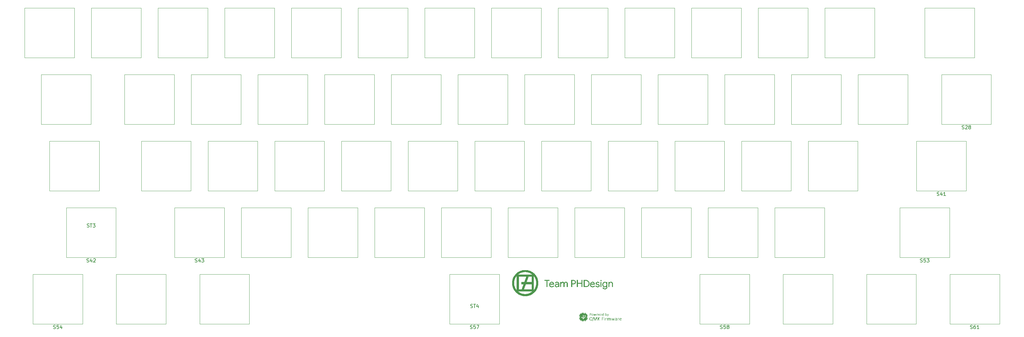
<source format=gbr>
%TF.GenerationSoftware,KiCad,Pcbnew,8.0.3*%
%TF.CreationDate,2024-12-09T14:43:44+08:00*%
%TF.ProjectId,PH60_Rev3,50483630-5f52-4657-9633-2e6b69636164,rev?*%
%TF.SameCoordinates,Original*%
%TF.FileFunction,Legend,Top*%
%TF.FilePolarity,Positive*%
%FSLAX46Y46*%
G04 Gerber Fmt 4.6, Leading zero omitted, Abs format (unit mm)*
G04 Created by KiCad (PCBNEW 8.0.3) date 2024-12-09 14:43:44*
%MOMM*%
%LPD*%
G01*
G04 APERTURE LIST*
%ADD10C,0.000000*%
%ADD11C,0.300000*%
%ADD12C,0.009921*%
%ADD13C,0.150000*%
%ADD14C,0.120000*%
G04 APERTURE END LIST*
D10*
G36*
X201270011Y-119687731D02*
G01*
X201279582Y-119688025D01*
X201288971Y-119688515D01*
X201298179Y-119689202D01*
X201307205Y-119690085D01*
X201316049Y-119691166D01*
X201324711Y-119692443D01*
X201333192Y-119693917D01*
X201341489Y-119695588D01*
X201349605Y-119697456D01*
X201357537Y-119699523D01*
X201365287Y-119701786D01*
X201372854Y-119704248D01*
X201380239Y-119706907D01*
X201387439Y-119709765D01*
X201394457Y-119712821D01*
X201401305Y-119716063D01*
X201408000Y-119719439D01*
X201414541Y-119722950D01*
X201420928Y-119726594D01*
X201427162Y-119730374D01*
X201433241Y-119734288D01*
X201439167Y-119738337D01*
X201444939Y-119742521D01*
X201450557Y-119746840D01*
X201456022Y-119751294D01*
X201461332Y-119755884D01*
X201466489Y-119760610D01*
X201471492Y-119765471D01*
X201476341Y-119770469D01*
X201481037Y-119775602D01*
X201485579Y-119780872D01*
X201489952Y-119786287D01*
X201494180Y-119791816D01*
X201498264Y-119797459D01*
X201502203Y-119803218D01*
X201505996Y-119809090D01*
X201509643Y-119815078D01*
X201513143Y-119821181D01*
X201516496Y-119827399D01*
X201519701Y-119833732D01*
X201522758Y-119840181D01*
X201525667Y-119846745D01*
X201528427Y-119853426D01*
X201531037Y-119860222D01*
X201533497Y-119867134D01*
X201535807Y-119874163D01*
X201537966Y-119881308D01*
X201541875Y-119895834D01*
X201545267Y-119910599D01*
X201548140Y-119925605D01*
X201550494Y-119940852D01*
X201552327Y-119956343D01*
X201553637Y-119972078D01*
X201554425Y-119988059D01*
X201554688Y-120004286D01*
X201554688Y-120026616D01*
X201554689Y-120026616D01*
X201554632Y-120030182D01*
X201554461Y-120033616D01*
X201554175Y-120036919D01*
X201553776Y-120040090D01*
X201553262Y-120043130D01*
X201552635Y-120046038D01*
X201551893Y-120048815D01*
X201551037Y-120051461D01*
X201550068Y-120053975D01*
X201548984Y-120056357D01*
X201547785Y-120058608D01*
X201546473Y-120060728D01*
X201545047Y-120062716D01*
X201543506Y-120064572D01*
X201541852Y-120066298D01*
X201540083Y-120067891D01*
X201538260Y-120069372D01*
X201536402Y-120070758D01*
X201534510Y-120072050D01*
X201532584Y-120073247D01*
X201530623Y-120074350D01*
X201528629Y-120075357D01*
X201526601Y-120076269D01*
X201524539Y-120077085D01*
X201522444Y-120077807D01*
X201520315Y-120078432D01*
X201518153Y-120078962D01*
X201515959Y-120079396D01*
X201513731Y-120079733D01*
X201511470Y-120079975D01*
X201509177Y-120080119D01*
X201506852Y-120080168D01*
X201066161Y-120080168D01*
X201066339Y-120093925D01*
X201066872Y-120107334D01*
X201067757Y-120120396D01*
X201068992Y-120133111D01*
X201070574Y-120145479D01*
X201072501Y-120157499D01*
X201074771Y-120169172D01*
X201077380Y-120180498D01*
X201078846Y-120186025D01*
X201080427Y-120191456D01*
X201082122Y-120196789D01*
X201083932Y-120202025D01*
X201085857Y-120207163D01*
X201087898Y-120212202D01*
X201090056Y-120217143D01*
X201092329Y-120221984D01*
X201094719Y-120226727D01*
X201097226Y-120231370D01*
X201099850Y-120235913D01*
X201102592Y-120240356D01*
X201105451Y-120244699D01*
X201108429Y-120248941D01*
X201111525Y-120253082D01*
X201114740Y-120257121D01*
X201118075Y-120261052D01*
X201121532Y-120264870D01*
X201125110Y-120268573D01*
X201128811Y-120272161D01*
X201132634Y-120275634D01*
X201136579Y-120278993D01*
X201140646Y-120282237D01*
X201144836Y-120285365D01*
X201149149Y-120288378D01*
X201153585Y-120291276D01*
X201158144Y-120294058D01*
X201162827Y-120296724D01*
X201167633Y-120299275D01*
X201172562Y-120301709D01*
X201177615Y-120304027D01*
X201182792Y-120306228D01*
X201188084Y-120308286D01*
X201193522Y-120310211D01*
X201199107Y-120312006D01*
X201204839Y-120313668D01*
X201210718Y-120315198D01*
X201216744Y-120316596D01*
X201222918Y-120317861D01*
X201229239Y-120318994D01*
X201235707Y-120319994D01*
X201242324Y-120320862D01*
X201249088Y-120321596D01*
X201256000Y-120322197D01*
X201263061Y-120322665D01*
X201270269Y-120322999D01*
X201277627Y-120323200D01*
X201285133Y-120323267D01*
X201296915Y-120323147D01*
X201308370Y-120322787D01*
X201319497Y-120322184D01*
X201330297Y-120321335D01*
X201340770Y-120320239D01*
X201350915Y-120318891D01*
X201360733Y-120317291D01*
X201370223Y-120315435D01*
X201379426Y-120313461D01*
X201388304Y-120311427D01*
X201396859Y-120309333D01*
X201405095Y-120307180D01*
X201413013Y-120304968D01*
X201420616Y-120302696D01*
X201427906Y-120300364D01*
X201434886Y-120297973D01*
X201447925Y-120293250D01*
X201459744Y-120288765D01*
X201470352Y-120284519D01*
X201479760Y-120280511D01*
X201483996Y-120278685D01*
X201487973Y-120277099D01*
X201491690Y-120275754D01*
X201495145Y-120274650D01*
X201496775Y-120274189D01*
X201498338Y-120273789D01*
X201499835Y-120273451D01*
X201501266Y-120273173D01*
X201502630Y-120272957D01*
X201503928Y-120272803D01*
X201505160Y-120272710D01*
X201506324Y-120272679D01*
X201506957Y-120272690D01*
X201507584Y-120272723D01*
X201508206Y-120272778D01*
X201508821Y-120272854D01*
X201509431Y-120272951D01*
X201510034Y-120273069D01*
X201510630Y-120273208D01*
X201511219Y-120273367D01*
X201511800Y-120273545D01*
X201512374Y-120273743D01*
X201512940Y-120273961D01*
X201513498Y-120274197D01*
X201514046Y-120274452D01*
X201514586Y-120274725D01*
X201515116Y-120275016D01*
X201515637Y-120275325D01*
X201516146Y-120275653D01*
X201516640Y-120276004D01*
X201517118Y-120276377D01*
X201517582Y-120276772D01*
X201518031Y-120277188D01*
X201518465Y-120277626D01*
X201518885Y-120278085D01*
X201519289Y-120278566D01*
X201519678Y-120279068D01*
X201520053Y-120279590D01*
X201520412Y-120280133D01*
X201520757Y-120280697D01*
X201521087Y-120281282D01*
X201521402Y-120281887D01*
X201521702Y-120282512D01*
X201521987Y-120283156D01*
X201522260Y-120283826D01*
X201522523Y-120284526D01*
X201522777Y-120285256D01*
X201523021Y-120286017D01*
X201523256Y-120286809D01*
X201523481Y-120287632D01*
X201523906Y-120289374D01*
X201524295Y-120291245D01*
X201524652Y-120293247D01*
X201524976Y-120295383D01*
X201525269Y-120297655D01*
X201525531Y-120300026D01*
X201525763Y-120302534D01*
X201525963Y-120305175D01*
X201526129Y-120307948D01*
X201526260Y-120310849D01*
X201526355Y-120313878D01*
X201526413Y-120317030D01*
X201526433Y-120320304D01*
X201526392Y-120324985D01*
X201526338Y-120327204D01*
X201526261Y-120329339D01*
X201526159Y-120331391D01*
X201526031Y-120333356D01*
X201525876Y-120335235D01*
X201525692Y-120337025D01*
X201525291Y-120340483D01*
X201524859Y-120343733D01*
X201524623Y-120345289D01*
X201524368Y-120346804D01*
X201524090Y-120348281D01*
X201523787Y-120349726D01*
X201523489Y-120351095D01*
X201523149Y-120352426D01*
X201522764Y-120353720D01*
X201522554Y-120354353D01*
X201522332Y-120354978D01*
X201522097Y-120355593D01*
X201521850Y-120356201D01*
X201521590Y-120356799D01*
X201521316Y-120357390D01*
X201521029Y-120357973D01*
X201520728Y-120358547D01*
X201520413Y-120359114D01*
X201520083Y-120359674D01*
X201519759Y-120360246D01*
X201519423Y-120360811D01*
X201519075Y-120361369D01*
X201518714Y-120361921D01*
X201518341Y-120362468D01*
X201517955Y-120363010D01*
X201517557Y-120363546D01*
X201517146Y-120364079D01*
X201516723Y-120364608D01*
X201516288Y-120365134D01*
X201515380Y-120366178D01*
X201514423Y-120367214D01*
X201513416Y-120368246D01*
X201512838Y-120368782D01*
X201512136Y-120369358D01*
X201511310Y-120369974D01*
X201510360Y-120370629D01*
X201509286Y-120371325D01*
X201508088Y-120372062D01*
X201506766Y-120372839D01*
X201505320Y-120373657D01*
X201503749Y-120374516D01*
X201502055Y-120375416D01*
X201498295Y-120377340D01*
X201494038Y-120379430D01*
X201489286Y-120381687D01*
X201484062Y-120383988D01*
X201478471Y-120386287D01*
X201472513Y-120388582D01*
X201466187Y-120390868D01*
X201459495Y-120393145D01*
X201452435Y-120395409D01*
X201445008Y-120397658D01*
X201437214Y-120399890D01*
X201429079Y-120402083D01*
X201420625Y-120404218D01*
X201411855Y-120406296D01*
X201402766Y-120408317D01*
X201393361Y-120410285D01*
X201383637Y-120412198D01*
X201373596Y-120414060D01*
X201363237Y-120415871D01*
X201352636Y-120417513D01*
X201341864Y-120418944D01*
X201330921Y-120420161D01*
X201319806Y-120421163D01*
X201308518Y-120421946D01*
X201297054Y-120422509D01*
X201285414Y-120422849D01*
X201273597Y-120422962D01*
X201253313Y-120422600D01*
X201233655Y-120421515D01*
X201214628Y-120419709D01*
X201196233Y-120417181D01*
X201178473Y-120413934D01*
X201169832Y-120412042D01*
X201161351Y-120409970D01*
X201153029Y-120407718D01*
X201144868Y-120405288D01*
X201136868Y-120402679D01*
X201129028Y-120399891D01*
X201121346Y-120396925D01*
X201113818Y-120393784D01*
X201106444Y-120390467D01*
X201099223Y-120386974D01*
X201092156Y-120383306D01*
X201085243Y-120379462D01*
X201078484Y-120375443D01*
X201071878Y-120371250D01*
X201065427Y-120366881D01*
X201059129Y-120362338D01*
X201052985Y-120357620D01*
X201046994Y-120352727D01*
X201041157Y-120347661D01*
X201035475Y-120342420D01*
X201029946Y-120337005D01*
X201024570Y-120331417D01*
X201019354Y-120325671D01*
X201014301Y-120319743D01*
X201009412Y-120313635D01*
X201004686Y-120307346D01*
X201000122Y-120300876D01*
X200995722Y-120294224D01*
X200991485Y-120287392D01*
X200987410Y-120280378D01*
X200983497Y-120273184D01*
X200979747Y-120265808D01*
X200976159Y-120258251D01*
X200972734Y-120250514D01*
X200969470Y-120242595D01*
X200966367Y-120234495D01*
X200963426Y-120226214D01*
X200960647Y-120217752D01*
X200958033Y-120209112D01*
X200955587Y-120200299D01*
X200953310Y-120191312D01*
X200951201Y-120182150D01*
X200949262Y-120172815D01*
X200947490Y-120163305D01*
X200944454Y-120143761D01*
X200942093Y-120123518D01*
X200940406Y-120102574D01*
X200939394Y-120080928D01*
X200939056Y-120058578D01*
X200939404Y-120037301D01*
X200940447Y-120016568D01*
X200942187Y-119996378D01*
X200942953Y-119990209D01*
X201066162Y-119990209D01*
X201431287Y-119990209D01*
X201431378Y-119978287D01*
X201431098Y-119966690D01*
X201430447Y-119955418D01*
X201429423Y-119944471D01*
X201428028Y-119933850D01*
X201426262Y-119923555D01*
X201424125Y-119913586D01*
X201421616Y-119903942D01*
X201418737Y-119894625D01*
X201415487Y-119885634D01*
X201411867Y-119876970D01*
X201407876Y-119868632D01*
X201403515Y-119860621D01*
X201398784Y-119852937D01*
X201393684Y-119845580D01*
X201388213Y-119838550D01*
X201382386Y-119831880D01*
X201376217Y-119825642D01*
X201369706Y-119819835D01*
X201362853Y-119814458D01*
X201355657Y-119809513D01*
X201348119Y-119804999D01*
X201340239Y-119800915D01*
X201332016Y-119797262D01*
X201323451Y-119794039D01*
X201314544Y-119791247D01*
X201305294Y-119788884D01*
X201295702Y-119786952D01*
X201285768Y-119785449D01*
X201275491Y-119784376D01*
X201264872Y-119783732D01*
X201253911Y-119783517D01*
X201248259Y-119783584D01*
X201242694Y-119783785D01*
X201237216Y-119784119D01*
X201231825Y-119784587D01*
X201226520Y-119785188D01*
X201221302Y-119785923D01*
X201216172Y-119786790D01*
X201211127Y-119787790D01*
X201206170Y-119788923D01*
X201201300Y-119790188D01*
X201196516Y-119791586D01*
X201191819Y-119793116D01*
X201187209Y-119794779D01*
X201182686Y-119796573D01*
X201178250Y-119798499D01*
X201173900Y-119800556D01*
X201169639Y-119802743D01*
X201165466Y-119805016D01*
X201161383Y-119807376D01*
X201157388Y-119809823D01*
X201153483Y-119812357D01*
X201149665Y-119814978D01*
X201145936Y-119817685D01*
X201142296Y-119820479D01*
X201138743Y-119823360D01*
X201135278Y-119826328D01*
X201131902Y-119829383D01*
X201128612Y-119832524D01*
X201125410Y-119835753D01*
X201122296Y-119839068D01*
X201119269Y-119842470D01*
X201116328Y-119845959D01*
X201113472Y-119849527D01*
X201110697Y-119853167D01*
X201108005Y-119856880D01*
X201105394Y-119860665D01*
X201102865Y-119864522D01*
X201100418Y-119868452D01*
X201098053Y-119872455D01*
X201095770Y-119876531D01*
X201093569Y-119880681D01*
X201091449Y-119884903D01*
X201089411Y-119889199D01*
X201087455Y-119893569D01*
X201085581Y-119898012D01*
X201083789Y-119902530D01*
X201082079Y-119907121D01*
X201080450Y-119911787D01*
X201077418Y-119921208D01*
X201074749Y-119930738D01*
X201072441Y-119940377D01*
X201070488Y-119950125D01*
X201068887Y-119959983D01*
X201067635Y-119969949D01*
X201066728Y-119980025D01*
X201066162Y-119990209D01*
X200942953Y-119990209D01*
X200944626Y-119976730D01*
X200947764Y-119957622D01*
X200951603Y-119939055D01*
X200956144Y-119921025D01*
X200961388Y-119903533D01*
X200964244Y-119895021D01*
X200967256Y-119886671D01*
X200970424Y-119878482D01*
X200973747Y-119870455D01*
X200977226Y-119862590D01*
X200980859Y-119854886D01*
X200984646Y-119847345D01*
X200988587Y-119839966D01*
X200992682Y-119832750D01*
X200996931Y-119825697D01*
X201001333Y-119818806D01*
X201005887Y-119812078D01*
X201010594Y-119805513D01*
X201015454Y-119799111D01*
X201020465Y-119792873D01*
X201025627Y-119786799D01*
X201030954Y-119780893D01*
X201036418Y-119775160D01*
X201042017Y-119769602D01*
X201047752Y-119764218D01*
X201053623Y-119759008D01*
X201059630Y-119753973D01*
X201065772Y-119749112D01*
X201072049Y-119744425D01*
X201078462Y-119739914D01*
X201085009Y-119735578D01*
X201091692Y-119731417D01*
X201098509Y-119727431D01*
X201105461Y-119723621D01*
X201112547Y-119719986D01*
X201119767Y-119716527D01*
X201127122Y-119713244D01*
X201134618Y-119710131D01*
X201142223Y-119707221D01*
X201149938Y-119704514D01*
X201157762Y-119702010D01*
X201165696Y-119699707D01*
X201173740Y-119697606D01*
X201181894Y-119695707D01*
X201190158Y-119694009D01*
X201198533Y-119692512D01*
X201207018Y-119691216D01*
X201215614Y-119690120D01*
X201224320Y-119689224D01*
X201233138Y-119688527D01*
X201242067Y-119688030D01*
X201251107Y-119687732D01*
X201260259Y-119687633D01*
X201270011Y-119687731D01*
G37*
G36*
X200769006Y-119687648D02*
G01*
X200771546Y-119687694D01*
X200774165Y-119687772D01*
X200776864Y-119687884D01*
X200779642Y-119688030D01*
X200782499Y-119688213D01*
X200785436Y-119688433D01*
X200788452Y-119688691D01*
X200791528Y-119688998D01*
X200794642Y-119689366D01*
X200797793Y-119689792D01*
X200800980Y-119690278D01*
X200804202Y-119690824D01*
X200807458Y-119691429D01*
X200810746Y-119692094D01*
X200814065Y-119692818D01*
X200817394Y-119693552D01*
X200820635Y-119694321D01*
X200823789Y-119695123D01*
X200826857Y-119695954D01*
X200829841Y-119696809D01*
X200832743Y-119697685D01*
X200835562Y-119698579D01*
X200838301Y-119699486D01*
X200840900Y-119700403D01*
X200843302Y-119701328D01*
X200845504Y-119702258D01*
X200847508Y-119703190D01*
X200849314Y-119704122D01*
X200850921Y-119705052D01*
X200851650Y-119705515D01*
X200852330Y-119705977D01*
X200852960Y-119706437D01*
X200853540Y-119706894D01*
X200854085Y-119707368D01*
X200854607Y-119707837D01*
X200855106Y-119708301D01*
X200855583Y-119708761D01*
X200856036Y-119709217D01*
X200856467Y-119709668D01*
X200856874Y-119710115D01*
X200857258Y-119710559D01*
X200857618Y-119710998D01*
X200857955Y-119711434D01*
X200858267Y-119711867D01*
X200858556Y-119712297D01*
X200858821Y-119712723D01*
X200859061Y-119713146D01*
X200859277Y-119713567D01*
X200859468Y-119713985D01*
X200859820Y-119714848D01*
X200860162Y-119715771D01*
X200860495Y-119716753D01*
X200860817Y-119717795D01*
X200861129Y-119718896D01*
X200861432Y-119720057D01*
X200861724Y-119721278D01*
X200862007Y-119722557D01*
X200862275Y-119723907D01*
X200862521Y-119725415D01*
X200862746Y-119727082D01*
X200862946Y-119728908D01*
X200863122Y-119730892D01*
X200863272Y-119733035D01*
X200863395Y-119735337D01*
X200863489Y-119737798D01*
X200863689Y-119743236D01*
X200863820Y-119749558D01*
X200863891Y-119756773D01*
X200863912Y-119764891D01*
X200863914Y-119764890D01*
X200863872Y-119772747D01*
X200863742Y-119779958D01*
X200863512Y-119786515D01*
X200863174Y-119792407D01*
X200862955Y-119795111D01*
X200862696Y-119797666D01*
X200862394Y-119800072D01*
X200862049Y-119802329D01*
X200861659Y-119804437D01*
X200861224Y-119806397D01*
X200860741Y-119808208D01*
X200860210Y-119809870D01*
X200859927Y-119810652D01*
X200859635Y-119811412D01*
X200859333Y-119812150D01*
X200859021Y-119812864D01*
X200858700Y-119813556D01*
X200858370Y-119814225D01*
X200858031Y-119814870D01*
X200857683Y-119815492D01*
X200857327Y-119816090D01*
X200856962Y-119816665D01*
X200856588Y-119817216D01*
X200856207Y-119817743D01*
X200855817Y-119818245D01*
X200855419Y-119818723D01*
X200855014Y-119819177D01*
X200854601Y-119819606D01*
X200854174Y-119820009D01*
X200853728Y-119820385D01*
X200853261Y-119820734D01*
X200852774Y-119821057D01*
X200852266Y-119821352D01*
X200851738Y-119821621D01*
X200851189Y-119821864D01*
X200850619Y-119822080D01*
X200850028Y-119822271D01*
X200849416Y-119822435D01*
X200848782Y-119822574D01*
X200848127Y-119822687D01*
X200847450Y-119822775D01*
X200846751Y-119822837D01*
X200846030Y-119822875D01*
X200845287Y-119822887D01*
X200844542Y-119822875D01*
X200843774Y-119822837D01*
X200842985Y-119822775D01*
X200842174Y-119822687D01*
X200841341Y-119822574D01*
X200840486Y-119822435D01*
X200839610Y-119822271D01*
X200838713Y-119822080D01*
X200837795Y-119821864D01*
X200836855Y-119821621D01*
X200835895Y-119821352D01*
X200834915Y-119821057D01*
X200833913Y-119820734D01*
X200832892Y-119820385D01*
X200831850Y-119820009D01*
X200830789Y-119819606D01*
X200828645Y-119818738D01*
X200826424Y-119817878D01*
X200824126Y-119817026D01*
X200821752Y-119816180D01*
X200819305Y-119815339D01*
X200816784Y-119814501D01*
X200811527Y-119812833D01*
X200808788Y-119812005D01*
X200805969Y-119811188D01*
X200803068Y-119810383D01*
X200800084Y-119809592D01*
X200797016Y-119808816D01*
X200793861Y-119808056D01*
X200790620Y-119807313D01*
X200787291Y-119806589D01*
X200783922Y-119805880D01*
X200780483Y-119805261D01*
X200776971Y-119804734D01*
X200773387Y-119804300D01*
X200769728Y-119803961D01*
X200765993Y-119803716D01*
X200762182Y-119803569D01*
X200758292Y-119803520D01*
X200755974Y-119803549D01*
X200753663Y-119803639D01*
X200751359Y-119803787D01*
X200749061Y-119803994D01*
X200746770Y-119804261D01*
X200744484Y-119804586D01*
X200742204Y-119804969D01*
X200739930Y-119805411D01*
X200737660Y-119805912D01*
X200735395Y-119806470D01*
X200733135Y-119807087D01*
X200730878Y-119807761D01*
X200728625Y-119808493D01*
X200726376Y-119809283D01*
X200724129Y-119810130D01*
X200721886Y-119811034D01*
X200719656Y-119812004D01*
X200717411Y-119813048D01*
X200715151Y-119814167D01*
X200712875Y-119815362D01*
X200710584Y-119816631D01*
X200708278Y-119817975D01*
X200705955Y-119819395D01*
X200703617Y-119820890D01*
X200701262Y-119822461D01*
X200698891Y-119824107D01*
X200696504Y-119825830D01*
X200694100Y-119827628D01*
X200691679Y-119829503D01*
X200689242Y-119831455D01*
X200684315Y-119835587D01*
X200681847Y-119837755D01*
X200679364Y-119840012D01*
X200676867Y-119842358D01*
X200674355Y-119844793D01*
X200669289Y-119849929D01*
X200664167Y-119855418D01*
X200658990Y-119861259D01*
X200653760Y-119867451D01*
X200648478Y-119873994D01*
X200643146Y-119880884D01*
X200637679Y-119888147D01*
X200632073Y-119895805D01*
X200626328Y-119903857D01*
X200620445Y-119912303D01*
X200614422Y-119921141D01*
X200608261Y-119930369D01*
X200601960Y-119939987D01*
X200595521Y-119949993D01*
X200595521Y-120390154D01*
X200595510Y-120390900D01*
X200595476Y-120391632D01*
X200595420Y-120392348D01*
X200595341Y-120393049D01*
X200595239Y-120393735D01*
X200595114Y-120394405D01*
X200594966Y-120395059D01*
X200594794Y-120395697D01*
X200594598Y-120396319D01*
X200594379Y-120396925D01*
X200594136Y-120397514D01*
X200593869Y-120398087D01*
X200593578Y-120398642D01*
X200593262Y-120399181D01*
X200592922Y-120399703D01*
X200592557Y-120400208D01*
X200592167Y-120400719D01*
X200591748Y-120401220D01*
X200591302Y-120401712D01*
X200590828Y-120402194D01*
X200590325Y-120402667D01*
X200589793Y-120403131D01*
X200589232Y-120403586D01*
X200588642Y-120404031D01*
X200588021Y-120404469D01*
X200587371Y-120404897D01*
X200586690Y-120405318D01*
X200585979Y-120405730D01*
X200585237Y-120406134D01*
X200584463Y-120406530D01*
X200583657Y-120406918D01*
X200582820Y-120407299D01*
X200581966Y-120407670D01*
X200581073Y-120408028D01*
X200580140Y-120408374D01*
X200579167Y-120408708D01*
X200578153Y-120409029D01*
X200577099Y-120409338D01*
X200576004Y-120409635D01*
X200574869Y-120409919D01*
X200572475Y-120410449D01*
X200569916Y-120410931D01*
X200567192Y-120411362D01*
X200564299Y-120411744D01*
X200561219Y-120412112D01*
X200557930Y-120412422D01*
X200554432Y-120412678D01*
X200550727Y-120412882D01*
X200546812Y-120413036D01*
X200542690Y-120413144D01*
X200538359Y-120413206D01*
X200533820Y-120413226D01*
X200529434Y-120413206D01*
X200525244Y-120413144D01*
X200521247Y-120413036D01*
X200517441Y-120412882D01*
X200513824Y-120412678D01*
X200510393Y-120412422D01*
X200507146Y-120412112D01*
X200504080Y-120411744D01*
X200501177Y-120411362D01*
X200498426Y-120410931D01*
X200495825Y-120410450D01*
X200493377Y-120409919D01*
X200491083Y-120409338D01*
X200488943Y-120408708D01*
X200486960Y-120408028D01*
X200485134Y-120407299D01*
X200484260Y-120406918D01*
X200483423Y-120406530D01*
X200482622Y-120406134D01*
X200481857Y-120405730D01*
X200481128Y-120405318D01*
X200480435Y-120404897D01*
X200479778Y-120404469D01*
X200479155Y-120404031D01*
X200478567Y-120403586D01*
X200478014Y-120403131D01*
X200477494Y-120402667D01*
X200477009Y-120402194D01*
X200476557Y-120401712D01*
X200476138Y-120401220D01*
X200475752Y-120400719D01*
X200475398Y-120400208D01*
X200475090Y-120399703D01*
X200474802Y-120399181D01*
X200474534Y-120398642D01*
X200474286Y-120398087D01*
X200474058Y-120397514D01*
X200473850Y-120396925D01*
X200473661Y-120396319D01*
X200473492Y-120395697D01*
X200473344Y-120395059D01*
X200473215Y-120394405D01*
X200473106Y-120393735D01*
X200473016Y-120393049D01*
X200472947Y-120392348D01*
X200472897Y-120391632D01*
X200472868Y-120390900D01*
X200472858Y-120390154D01*
X200472858Y-119721076D01*
X200472866Y-119720330D01*
X200472892Y-119719602D01*
X200472936Y-119718890D01*
X200472997Y-119718195D01*
X200473075Y-119717516D01*
X200473170Y-119716853D01*
X200473283Y-119716205D01*
X200473413Y-119715572D01*
X200473561Y-119714955D01*
X200473726Y-119714351D01*
X200473908Y-119713763D01*
X200474108Y-119713188D01*
X200474324Y-119712626D01*
X200474559Y-119712079D01*
X200474810Y-119711544D01*
X200475079Y-119711022D01*
X200475375Y-119710509D01*
X200475705Y-119710004D01*
X200476069Y-119709507D01*
X200476469Y-119709016D01*
X200476903Y-119708532D01*
X200477372Y-119708054D01*
X200477875Y-119707583D01*
X200478414Y-119707119D01*
X200478987Y-119706661D01*
X200479594Y-119706208D01*
X200480237Y-119705762D01*
X200480914Y-119705321D01*
X200481626Y-119704886D01*
X200482372Y-119704457D01*
X200483154Y-119704032D01*
X200483970Y-119703613D01*
X200484818Y-119703187D01*
X200485696Y-119702780D01*
X200486604Y-119702392D01*
X200487542Y-119702024D01*
X200488509Y-119701675D01*
X200489506Y-119701345D01*
X200490533Y-119701035D01*
X200491590Y-119700742D01*
X200492676Y-119700469D01*
X200493793Y-119700214D01*
X200494938Y-119699977D01*
X200496114Y-119699759D01*
X200497320Y-119699558D01*
X200498555Y-119699375D01*
X200499820Y-119699210D01*
X200501115Y-119699062D01*
X200503803Y-119698804D01*
X200506709Y-119698584D01*
X200509830Y-119698402D01*
X200513166Y-119698255D01*
X200516716Y-119698144D01*
X200520477Y-119698065D01*
X200524449Y-119698019D01*
X200528630Y-119698004D01*
X200536451Y-119698065D01*
X200543567Y-119698255D01*
X200546864Y-119698402D01*
X200549988Y-119698584D01*
X200552942Y-119698804D01*
X200555725Y-119699062D01*
X200558349Y-119699375D01*
X200560823Y-119699759D01*
X200563146Y-119700214D01*
X200564250Y-119700469D01*
X200565316Y-119700743D01*
X200566344Y-119701035D01*
X200567332Y-119701346D01*
X200568282Y-119701675D01*
X200569194Y-119702024D01*
X200570066Y-119702392D01*
X200570899Y-119702780D01*
X200571692Y-119703187D01*
X200572446Y-119703613D01*
X200573187Y-119704032D01*
X200573900Y-119704457D01*
X200574585Y-119704886D01*
X200575244Y-119705321D01*
X200575875Y-119705762D01*
X200576479Y-119706208D01*
X200577056Y-119706661D01*
X200577605Y-119707119D01*
X200578127Y-119707583D01*
X200578622Y-119708054D01*
X200579090Y-119708532D01*
X200579530Y-119709016D01*
X200579944Y-119709507D01*
X200580329Y-119710004D01*
X200580688Y-119710509D01*
X200581019Y-119711022D01*
X200581327Y-119711544D01*
X200581615Y-119712079D01*
X200581882Y-119712626D01*
X200582131Y-119713188D01*
X200582359Y-119713763D01*
X200582567Y-119714351D01*
X200582756Y-119714955D01*
X200582924Y-119715572D01*
X200583073Y-119716205D01*
X200583202Y-119716853D01*
X200583311Y-119717516D01*
X200583401Y-119718195D01*
X200583470Y-119718890D01*
X200583520Y-119719602D01*
X200583550Y-119720330D01*
X200583560Y-119721076D01*
X200583560Y-119818442D01*
X200590410Y-119808634D01*
X200597152Y-119799293D01*
X200603785Y-119790418D01*
X200610308Y-119782009D01*
X200616723Y-119774067D01*
X200623028Y-119766591D01*
X200629224Y-119759581D01*
X200635311Y-119753037D01*
X200641304Y-119746891D01*
X200647218Y-119741075D01*
X200653052Y-119735591D01*
X200658807Y-119730442D01*
X200664482Y-119725630D01*
X200670078Y-119721158D01*
X200675594Y-119717029D01*
X200681032Y-119713244D01*
X200686419Y-119709767D01*
X200691790Y-119706560D01*
X200694470Y-119705059D01*
X200697146Y-119703626D01*
X200699819Y-119702262D01*
X200702489Y-119700967D01*
X200705157Y-119699742D01*
X200707822Y-119698587D01*
X200710486Y-119697501D01*
X200713148Y-119696486D01*
X200715809Y-119695542D01*
X200718469Y-119694668D01*
X200721129Y-119693866D01*
X200723788Y-119693136D01*
X200729076Y-119691836D01*
X200734383Y-119690713D01*
X200739707Y-119689767D01*
X200745048Y-119688995D01*
X200750403Y-119688397D01*
X200755772Y-119687971D01*
X200761153Y-119687717D01*
X200766545Y-119687632D01*
X200769006Y-119687648D01*
G37*
G36*
X200001277Y-119687886D02*
G01*
X200018295Y-119688646D01*
X200034644Y-119689915D01*
X200050320Y-119691694D01*
X200065321Y-119693984D01*
X200079645Y-119696786D01*
X200093290Y-119700101D01*
X200106252Y-119703931D01*
X200112506Y-119706034D01*
X200118605Y-119708257D01*
X200124552Y-119710598D01*
X200130346Y-119713059D01*
X200135987Y-119715639D01*
X200141476Y-119718338D01*
X200146813Y-119721155D01*
X200151998Y-119724092D01*
X200157032Y-119727148D01*
X200161916Y-119730323D01*
X200166648Y-119733617D01*
X200171230Y-119737030D01*
X200175663Y-119740563D01*
X200179945Y-119744214D01*
X200184078Y-119747984D01*
X200188062Y-119751873D01*
X200191904Y-119755882D01*
X200195612Y-119760009D01*
X200199186Y-119764256D01*
X200202627Y-119768622D01*
X200205933Y-119773106D01*
X200209106Y-119777710D01*
X200212144Y-119782433D01*
X200215049Y-119787275D01*
X200217820Y-119792236D01*
X200220457Y-119797316D01*
X200222959Y-119802515D01*
X200225328Y-119807833D01*
X200227563Y-119813270D01*
X200229664Y-119818826D01*
X200231631Y-119824502D01*
X200233464Y-119830296D01*
X200235175Y-119836212D01*
X200236773Y-119842251D01*
X200238261Y-119848414D01*
X200239637Y-119854701D01*
X200242057Y-119867641D01*
X200244034Y-119881070D01*
X200245569Y-119894985D01*
X200246664Y-119909383D01*
X200247321Y-119924263D01*
X200247539Y-119939622D01*
X200247539Y-120391001D01*
X200247540Y-120391000D01*
X200247517Y-120392094D01*
X200247446Y-120393153D01*
X200247329Y-120394178D01*
X200247165Y-120395168D01*
X200246955Y-120396123D01*
X200246698Y-120397043D01*
X200246395Y-120397928D01*
X200246046Y-120398779D01*
X200245651Y-120399595D01*
X200245210Y-120400377D01*
X200244724Y-120401123D01*
X200244192Y-120401835D01*
X200243615Y-120402512D01*
X200242993Y-120403155D01*
X200242326Y-120403763D01*
X200241614Y-120404336D01*
X200240843Y-120404883D01*
X200240041Y-120405412D01*
X200239205Y-120405924D01*
X200238336Y-120406419D01*
X200237434Y-120406897D01*
X200236498Y-120407357D01*
X200235527Y-120407799D01*
X200234523Y-120408225D01*
X200233483Y-120408633D01*
X200232409Y-120409024D01*
X200231299Y-120409397D01*
X200230154Y-120409753D01*
X200228972Y-120410091D01*
X200227754Y-120410413D01*
X200226500Y-120410717D01*
X200225209Y-120411003D01*
X200222475Y-120411524D01*
X200219434Y-120411976D01*
X200216085Y-120412357D01*
X200212429Y-120412670D01*
X200208466Y-120412913D01*
X200204194Y-120413087D01*
X200199616Y-120413191D01*
X200194729Y-120413225D01*
X200190011Y-120413191D01*
X200185541Y-120413086D01*
X200181320Y-120412913D01*
X200177346Y-120412670D01*
X200173620Y-120412357D01*
X200170142Y-120411975D01*
X200166912Y-120411524D01*
X200163931Y-120411003D01*
X200162507Y-120410717D01*
X200161133Y-120410413D01*
X200159808Y-120410091D01*
X200158533Y-120409753D01*
X200157308Y-120409397D01*
X200156132Y-120409024D01*
X200155006Y-120408633D01*
X200153929Y-120408225D01*
X200152903Y-120407799D01*
X200151925Y-120407357D01*
X200150998Y-120406897D01*
X200150119Y-120406419D01*
X200149291Y-120405924D01*
X200148512Y-120405412D01*
X200147783Y-120404883D01*
X200147103Y-120404336D01*
X200146487Y-120403763D01*
X200145909Y-120403155D01*
X200145368Y-120402512D01*
X200144865Y-120401835D01*
X200144401Y-120401123D01*
X200143975Y-120400377D01*
X200143588Y-120399595D01*
X200143241Y-120398779D01*
X200142934Y-120397928D01*
X200142666Y-120397043D01*
X200142439Y-120396123D01*
X200142252Y-120395168D01*
X200142106Y-120394178D01*
X200142002Y-120393153D01*
X200141939Y-120392094D01*
X200141918Y-120391000D01*
X200141918Y-120324008D01*
X200136401Y-120329781D01*
X200130805Y-120335393D01*
X200125130Y-120340844D01*
X200119375Y-120346132D01*
X200113541Y-120351259D01*
X200107628Y-120356224D01*
X200101635Y-120361027D01*
X200095563Y-120365667D01*
X200089412Y-120370145D01*
X200083181Y-120374460D01*
X200076871Y-120378612D01*
X200070481Y-120382602D01*
X200064012Y-120386428D01*
X200057464Y-120390091D01*
X200050836Y-120393591D01*
X200044128Y-120396927D01*
X200037375Y-120400080D01*
X200030571Y-120403029D01*
X200023714Y-120405775D01*
X200016807Y-120408318D01*
X200009849Y-120410657D01*
X200002840Y-120412793D01*
X199995781Y-120414725D01*
X199988672Y-120416454D01*
X199981513Y-120417979D01*
X199974305Y-120419301D01*
X199967048Y-120420420D01*
X199959743Y-120421335D01*
X199952389Y-120422047D01*
X199944986Y-120422556D01*
X199937536Y-120422861D01*
X199930039Y-120422962D01*
X199917017Y-120422744D01*
X199904302Y-120422092D01*
X199891895Y-120421009D01*
X199879796Y-120419496D01*
X199868004Y-120417557D01*
X199856519Y-120415194D01*
X199845341Y-120412408D01*
X199834471Y-120409204D01*
X199829183Y-120407431D01*
X199823994Y-120405563D01*
X199818904Y-120403600D01*
X199813912Y-120401543D01*
X199809019Y-120399391D01*
X199804225Y-120397143D01*
X199799528Y-120394801D01*
X199794930Y-120392363D01*
X199790430Y-120389830D01*
X199786027Y-120387201D01*
X199781723Y-120384477D01*
X199777515Y-120381656D01*
X199773406Y-120378739D01*
X199769393Y-120375726D01*
X199765478Y-120372617D01*
X199761659Y-120369411D01*
X199757942Y-120366109D01*
X199754331Y-120362714D01*
X199750826Y-120359225D01*
X199747427Y-120355642D01*
X199744134Y-120351967D01*
X199740945Y-120348199D01*
X199737862Y-120344338D01*
X199734883Y-120340386D01*
X199732008Y-120336341D01*
X199729237Y-120332206D01*
X199726569Y-120327979D01*
X199724005Y-120323661D01*
X199721544Y-120319253D01*
X199719185Y-120314754D01*
X199716929Y-120310165D01*
X199714774Y-120305487D01*
X199712755Y-120300704D01*
X199710865Y-120295838D01*
X199709104Y-120290892D01*
X199707473Y-120285863D01*
X199705972Y-120280754D01*
X199704600Y-120275563D01*
X199703358Y-120270292D01*
X199702246Y-120264940D01*
X199701265Y-120259507D01*
X199700413Y-120253994D01*
X199699693Y-120248400D01*
X199699103Y-120242726D01*
X199698644Y-120236973D01*
X199698316Y-120231139D01*
X199698119Y-120225226D01*
X199698053Y-120219233D01*
X199698131Y-120213200D01*
X199823784Y-120213200D01*
X199823913Y-120219626D01*
X199824300Y-120225886D01*
X199824945Y-120231979D01*
X199825848Y-120237907D01*
X199827009Y-120243670D01*
X199828428Y-120249267D01*
X199830105Y-120254699D01*
X199832039Y-120259965D01*
X199834232Y-120265067D01*
X199836683Y-120270004D01*
X199839391Y-120274776D01*
X199842358Y-120279384D01*
X199845583Y-120283828D01*
X199849065Y-120288107D01*
X199852806Y-120292222D01*
X199856804Y-120296174D01*
X199861053Y-120299903D01*
X199865506Y-120303392D01*
X199870162Y-120306640D01*
X199875023Y-120309648D01*
X199880089Y-120312415D01*
X199885360Y-120314941D01*
X199890836Y-120317227D01*
X199896518Y-120319272D01*
X199902405Y-120321076D01*
X199908499Y-120322640D01*
X199914799Y-120323964D01*
X199921306Y-120325046D01*
X199928020Y-120325888D01*
X199934941Y-120326490D01*
X199942071Y-120326851D01*
X199949408Y-120326971D01*
X199955413Y-120326876D01*
X199961364Y-120326589D01*
X199967260Y-120326112D01*
X199973102Y-120325443D01*
X199978889Y-120324584D01*
X199984621Y-120323533D01*
X199990299Y-120322292D01*
X199995922Y-120320859D01*
X200001490Y-120319236D01*
X200007004Y-120317421D01*
X200012464Y-120315416D01*
X200017869Y-120313219D01*
X200023219Y-120310832D01*
X200028515Y-120308253D01*
X200033756Y-120305484D01*
X200038943Y-120302523D01*
X200044118Y-120299347D01*
X200049326Y-120295970D01*
X200054566Y-120292391D01*
X200059838Y-120288610D01*
X200065142Y-120284627D01*
X200070479Y-120280441D01*
X200075848Y-120276053D01*
X200081249Y-120271462D01*
X200086683Y-120266667D01*
X200092148Y-120261668D01*
X200097646Y-120256466D01*
X200103176Y-120251059D01*
X200108739Y-120245447D01*
X200114333Y-120239631D01*
X200119960Y-120233609D01*
X200125619Y-120227382D01*
X200125619Y-120085354D01*
X200020740Y-120085354D01*
X200008323Y-120085488D01*
X199996315Y-120085889D01*
X199984719Y-120086559D01*
X199973537Y-120087497D01*
X199962773Y-120088702D01*
X199952427Y-120090176D01*
X199942503Y-120091917D01*
X199933003Y-120093926D01*
X199923914Y-120096194D01*
X199915222Y-120098712D01*
X199911023Y-120100066D01*
X199906923Y-120101483D01*
X199902921Y-120102964D01*
X199899018Y-120104509D01*
X199895212Y-120106119D01*
X199891504Y-120107794D01*
X199887894Y-120109534D01*
X199884381Y-120111339D01*
X199880966Y-120113210D01*
X199877648Y-120115147D01*
X199874427Y-120117150D01*
X199871303Y-120119220D01*
X199868296Y-120121331D01*
X199865389Y-120123496D01*
X199862582Y-120125715D01*
X199859874Y-120127988D01*
X199857266Y-120130314D01*
X199854758Y-120132693D01*
X199852351Y-120135125D01*
X199850043Y-120137609D01*
X199847836Y-120140145D01*
X199845730Y-120142733D01*
X199843724Y-120145373D01*
X199841820Y-120148063D01*
X199840016Y-120150805D01*
X199838314Y-120153597D01*
X199836713Y-120156439D01*
X199835214Y-120159331D01*
X199833830Y-120162294D01*
X199832535Y-120165309D01*
X199831329Y-120168378D01*
X199830213Y-120171499D01*
X199829186Y-120174673D01*
X199828249Y-120177901D01*
X199827401Y-120181183D01*
X199826642Y-120184520D01*
X199825972Y-120187910D01*
X199825391Y-120191356D01*
X199824900Y-120194857D01*
X199824499Y-120198414D01*
X199824186Y-120202026D01*
X199823963Y-120205694D01*
X199823829Y-120209419D01*
X199823784Y-120213200D01*
X199698131Y-120213200D01*
X199698143Y-120212227D01*
X199698415Y-120205337D01*
X199698867Y-120198564D01*
X199699500Y-120191907D01*
X199700313Y-120185365D01*
X199701306Y-120178940D01*
X199702480Y-120172630D01*
X199703834Y-120166436D01*
X199705367Y-120160357D01*
X199707080Y-120154393D01*
X199708973Y-120148544D01*
X199711045Y-120142810D01*
X199713296Y-120137191D01*
X199715727Y-120131686D01*
X199718336Y-120126296D01*
X199721124Y-120121020D01*
X199724081Y-120115875D01*
X199727196Y-120110840D01*
X199730469Y-120105915D01*
X199733900Y-120101098D01*
X199737489Y-120096392D01*
X199741235Y-120091796D01*
X199745137Y-120087309D01*
X199749197Y-120082933D01*
X199753412Y-120078667D01*
X199757784Y-120074512D01*
X199762311Y-120070468D01*
X199766994Y-120066534D01*
X199771831Y-120062711D01*
X199776823Y-120059000D01*
X199781970Y-120055399D01*
X199787271Y-120051911D01*
X199792742Y-120048531D01*
X199798364Y-120045258D01*
X199804134Y-120042092D01*
X199810054Y-120039032D01*
X199816125Y-120036079D01*
X199822346Y-120033233D01*
X199828717Y-120030493D01*
X199835239Y-120027860D01*
X199841913Y-120025334D01*
X199848739Y-120022914D01*
X199855716Y-120020601D01*
X199862845Y-120018395D01*
X199870127Y-120016295D01*
X199877562Y-120014302D01*
X199885150Y-120012415D01*
X199892892Y-120010636D01*
X199908737Y-120007401D01*
X199925077Y-120004602D01*
X199941910Y-120002236D01*
X199959236Y-120000304D01*
X199977053Y-119998803D01*
X199995360Y-119997732D01*
X200014156Y-119997091D01*
X200033439Y-119996877D01*
X200125619Y-119996877D01*
X200125619Y-119944807D01*
X200125490Y-119935298D01*
X200125105Y-119926058D01*
X200124464Y-119917092D01*
X200123568Y-119908401D01*
X200122420Y-119899987D01*
X200121020Y-119891854D01*
X200119369Y-119884004D01*
X200117469Y-119876439D01*
X200116399Y-119872767D01*
X200115252Y-119869171D01*
X200114027Y-119865653D01*
X200112725Y-119862213D01*
X200111346Y-119858850D01*
X200109889Y-119855564D01*
X200108354Y-119852356D01*
X200106741Y-119849227D01*
X200105050Y-119846175D01*
X200103281Y-119843202D01*
X200101433Y-119840307D01*
X200099507Y-119837491D01*
X200097501Y-119834753D01*
X200095417Y-119832095D01*
X200093254Y-119829515D01*
X200091012Y-119827015D01*
X200088689Y-119824591D01*
X200086284Y-119822243D01*
X200083796Y-119819969D01*
X200081225Y-119817769D01*
X200078572Y-119815645D01*
X200075835Y-119813596D01*
X200073014Y-119811622D01*
X200070109Y-119809724D01*
X200067120Y-119807902D01*
X200064047Y-119806155D01*
X200060888Y-119804484D01*
X200057644Y-119802890D01*
X200054315Y-119801372D01*
X200050899Y-119799930D01*
X200047398Y-119798564D01*
X200043810Y-119797276D01*
X200040128Y-119796064D01*
X200036344Y-119794929D01*
X200032457Y-119793872D01*
X200028468Y-119792892D01*
X200024376Y-119791989D01*
X200020181Y-119791164D01*
X200015882Y-119790417D01*
X200011479Y-119789748D01*
X200006972Y-119789157D01*
X200002360Y-119788645D01*
X199997644Y-119788211D01*
X199992823Y-119787855D01*
X199982863Y-119787380D01*
X199972479Y-119787222D01*
X199961277Y-119787390D01*
X199950370Y-119787896D01*
X199939755Y-119788740D01*
X199929431Y-119789920D01*
X199919395Y-119791438D01*
X199909644Y-119793294D01*
X199900176Y-119795487D01*
X199890988Y-119798017D01*
X199882117Y-119800750D01*
X199873525Y-119803553D01*
X199865210Y-119806425D01*
X199857173Y-119809367D01*
X199849415Y-119812379D01*
X199841934Y-119815459D01*
X199834730Y-119818610D01*
X199827805Y-119821829D01*
X199814790Y-119828183D01*
X199802895Y-119834238D01*
X199797371Y-119837161D01*
X199792131Y-119840016D01*
X199787177Y-119842807D01*
X199782509Y-119845536D01*
X199778088Y-119848066D01*
X199773957Y-119850259D01*
X199772000Y-119851229D01*
X199770116Y-119852114D01*
X199768305Y-119852915D01*
X199766567Y-119853632D01*
X199764902Y-119854265D01*
X199763310Y-119854813D01*
X199761792Y-119855277D01*
X199760348Y-119855656D01*
X199758977Y-119855951D01*
X199757681Y-119856162D01*
X199756458Y-119856289D01*
X199755310Y-119856331D01*
X199754581Y-119856320D01*
X199753862Y-119856286D01*
X199753153Y-119856230D01*
X199752454Y-119856151D01*
X199751766Y-119856049D01*
X199751089Y-119855923D01*
X199750422Y-119855775D01*
X199749767Y-119855603D01*
X199749123Y-119855408D01*
X199748490Y-119855189D01*
X199747868Y-119854946D01*
X199747259Y-119854679D01*
X199746661Y-119854388D01*
X199746075Y-119854072D01*
X199745501Y-119853732D01*
X199744939Y-119853368D01*
X199744387Y-119852979D01*
X199743843Y-119852569D01*
X199743306Y-119852136D01*
X199742777Y-119851681D01*
X199742257Y-119851203D01*
X199741744Y-119850704D01*
X199741240Y-119850181D01*
X199740745Y-119849637D01*
X199740258Y-119849070D01*
X199739780Y-119848481D01*
X199739311Y-119847870D01*
X199738851Y-119847236D01*
X199738401Y-119846580D01*
X199737960Y-119845901D01*
X199737528Y-119845201D01*
X199737107Y-119844478D01*
X199736698Y-119843711D01*
X199736303Y-119842920D01*
X199735923Y-119842104D01*
X199735558Y-119841263D01*
X199735207Y-119840397D01*
X199734869Y-119839507D01*
X199734546Y-119838591D01*
X199734237Y-119837651D01*
X199733941Y-119836686D01*
X199733658Y-119835697D01*
X199733389Y-119834682D01*
X199733134Y-119833643D01*
X199732661Y-119831490D01*
X199732239Y-119829238D01*
X199731902Y-119826871D01*
X199731606Y-119824454D01*
X199731351Y-119821984D01*
X199731141Y-119819461D01*
X199730975Y-119816884D01*
X199730855Y-119814251D01*
X199730781Y-119811560D01*
X199730757Y-119808812D01*
X199730801Y-119804288D01*
X199730932Y-119800003D01*
X199731147Y-119795959D01*
X199731445Y-119792156D01*
X199731821Y-119788597D01*
X199732275Y-119785282D01*
X199732803Y-119782213D01*
X199733403Y-119779390D01*
X199733751Y-119778046D01*
X199734157Y-119776711D01*
X199734623Y-119775386D01*
X199735148Y-119774070D01*
X199735732Y-119772764D01*
X199736374Y-119771467D01*
X199737075Y-119770179D01*
X199737835Y-119768900D01*
X199738653Y-119767629D01*
X199739529Y-119766367D01*
X199740463Y-119765113D01*
X199741454Y-119763867D01*
X199742504Y-119762630D01*
X199743611Y-119761400D01*
X199744775Y-119760179D01*
X199745996Y-119758965D01*
X199747322Y-119757742D01*
X199748759Y-119756494D01*
X199750309Y-119755221D01*
X199751969Y-119753923D01*
X199753742Y-119752599D01*
X199755626Y-119751250D01*
X199757621Y-119749875D01*
X199759728Y-119748474D01*
X199761947Y-119747047D01*
X199764277Y-119745594D01*
X199769273Y-119742608D01*
X199774715Y-119739516D01*
X199780604Y-119736316D01*
X199786870Y-119733097D01*
X199793364Y-119729946D01*
X199800086Y-119726866D01*
X199807036Y-119723854D01*
X199814214Y-119720912D01*
X199821621Y-119718040D01*
X199829256Y-119715237D01*
X199837119Y-119712504D01*
X199845195Y-119709864D01*
X199853465Y-119707343D01*
X199861926Y-119704938D01*
X199870575Y-119702648D01*
X199879407Y-119700472D01*
X199888420Y-119698410D01*
X199897608Y-119696458D01*
X199906969Y-119694618D01*
X199916464Y-119692981D01*
X199925981Y-119691562D01*
X199935520Y-119690361D01*
X199945082Y-119689379D01*
X199954669Y-119688615D01*
X199964282Y-119688069D01*
X199973922Y-119687742D01*
X199983591Y-119687633D01*
X200001277Y-119687886D01*
G37*
G36*
X199559354Y-119698044D02*
G01*
X199566966Y-119698175D01*
X199573685Y-119698405D01*
X199579520Y-119698744D01*
X199582145Y-119698973D01*
X199584623Y-119699263D01*
X199586958Y-119699618D01*
X199589151Y-119700040D01*
X199591205Y-119700532D01*
X199592181Y-119700805D01*
X199593123Y-119701096D01*
X199594032Y-119701405D01*
X199594907Y-119701733D01*
X199595749Y-119702081D01*
X199596559Y-119702448D01*
X199597338Y-119702828D01*
X199598087Y-119703212D01*
X199598807Y-119703602D01*
X199599498Y-119703996D01*
X199600159Y-119704395D01*
X199600792Y-119704800D01*
X199601395Y-119705209D01*
X199601970Y-119705623D01*
X199602517Y-119706042D01*
X199603035Y-119706467D01*
X199603524Y-119706896D01*
X199603986Y-119707330D01*
X199604420Y-119707769D01*
X199604826Y-119708213D01*
X199605204Y-119708662D01*
X199605555Y-119709116D01*
X199605863Y-119709603D01*
X199606150Y-119710113D01*
X199606418Y-119710645D01*
X199606666Y-119711199D01*
X199606894Y-119711776D01*
X199607102Y-119712375D01*
X199607291Y-119712997D01*
X199607459Y-119713640D01*
X199607608Y-119714306D01*
X199607737Y-119714995D01*
X199607846Y-119715705D01*
X199607936Y-119716438D01*
X199608005Y-119717193D01*
X199608055Y-119717971D01*
X199608085Y-119718771D01*
X199608094Y-119719593D01*
X199608095Y-119719593D01*
X199608096Y-119719594D01*
X199608071Y-119720903D01*
X199607998Y-119722291D01*
X199607878Y-119723755D01*
X199607712Y-119725296D01*
X199607502Y-119726910D01*
X199607248Y-119728598D01*
X199606951Y-119730358D01*
X199606614Y-119732188D01*
X199606217Y-119734108D01*
X199605744Y-119736140D01*
X199605196Y-119738286D01*
X199604577Y-119740549D01*
X199603888Y-119742930D01*
X199603131Y-119745434D01*
X199601428Y-119750815D01*
X199404366Y-120386450D01*
X199404079Y-120387469D01*
X199403771Y-120388464D01*
X199403443Y-120389434D01*
X199403095Y-120390380D01*
X199402726Y-120391302D01*
X199402337Y-120392200D01*
X199401927Y-120393074D01*
X199401496Y-120393924D01*
X199401044Y-120394751D01*
X199400571Y-120395554D01*
X199400076Y-120396334D01*
X199399560Y-120397091D01*
X199399022Y-120397825D01*
X199398462Y-120398536D01*
X199397881Y-120399224D01*
X199397277Y-120399890D01*
X199396666Y-120400535D01*
X199396026Y-120401161D01*
X199395357Y-120401767D01*
X199394657Y-120402354D01*
X199393928Y-120402923D01*
X199393169Y-120403473D01*
X199392380Y-120404006D01*
X199391562Y-120404521D01*
X199390713Y-120405018D01*
X199389835Y-120405498D01*
X199388928Y-120405962D01*
X199387990Y-120406409D01*
X199387023Y-120406840D01*
X199386025Y-120407255D01*
X199384998Y-120407655D01*
X199383942Y-120408040D01*
X199382845Y-120408409D01*
X199381699Y-120408764D01*
X199380504Y-120409104D01*
X199379260Y-120409429D01*
X199376625Y-120410034D01*
X199373794Y-120410579D01*
X199370771Y-120411066D01*
X199367555Y-120411492D01*
X199364148Y-120411859D01*
X199360552Y-120412167D01*
X199356707Y-120412425D01*
X199352632Y-120412645D01*
X199343790Y-120412974D01*
X199334016Y-120413164D01*
X199323298Y-120413225D01*
X199312247Y-120413143D01*
X199302118Y-120412881D01*
X199297403Y-120412678D01*
X199292922Y-120412422D01*
X199288677Y-120412111D01*
X199284669Y-120411744D01*
X199280874Y-120411362D01*
X199277270Y-120410930D01*
X199273860Y-120410449D01*
X199270646Y-120409918D01*
X199267630Y-120409338D01*
X199264815Y-120408707D01*
X199262204Y-120408028D01*
X199259799Y-120407299D01*
X199258647Y-120406914D01*
X199257536Y-120406514D01*
X199256464Y-120406099D01*
X199255431Y-120405668D01*
X199254437Y-120405221D01*
X199253482Y-120404757D01*
X199252566Y-120404277D01*
X199251688Y-120403780D01*
X199250849Y-120403265D01*
X199250049Y-120402732D01*
X199249286Y-120402182D01*
X199248561Y-120401613D01*
X199247875Y-120401026D01*
X199247226Y-120400420D01*
X199246614Y-120399794D01*
X199246040Y-120399149D01*
X199245493Y-120398486D01*
X199244963Y-120397805D01*
X199244451Y-120397107D01*
X199243956Y-120396391D01*
X199243479Y-120395658D01*
X199243019Y-120394908D01*
X199242576Y-120394140D01*
X199242151Y-120393355D01*
X199241743Y-120392553D01*
X199241352Y-120391733D01*
X199240979Y-120390896D01*
X199240623Y-120390041D01*
X199240284Y-120389169D01*
X199239963Y-120388280D01*
X199239659Y-120387373D01*
X199239373Y-120386449D01*
X199098826Y-119900992D01*
X199097344Y-119894324D01*
X199095862Y-119900992D01*
X198965687Y-120386449D01*
X198965399Y-120387469D01*
X198965092Y-120388464D01*
X198964764Y-120389434D01*
X198964415Y-120390380D01*
X198964047Y-120391302D01*
X198963657Y-120392200D01*
X198963247Y-120393074D01*
X198962816Y-120393924D01*
X198962364Y-120394750D01*
X198961891Y-120395554D01*
X198961396Y-120396334D01*
X198960880Y-120397090D01*
X198960342Y-120397824D01*
X198959782Y-120398536D01*
X198959200Y-120399224D01*
X198958596Y-120399890D01*
X198957981Y-120400535D01*
X198957327Y-120401161D01*
X198956633Y-120401767D01*
X198955899Y-120402354D01*
X198955127Y-120402923D01*
X198954316Y-120403473D01*
X198953466Y-120404006D01*
X198952577Y-120404520D01*
X198951650Y-120405018D01*
X198950685Y-120405498D01*
X198949681Y-120405962D01*
X198948640Y-120406409D01*
X198947561Y-120406840D01*
X198946444Y-120407255D01*
X198945289Y-120407655D01*
X198944097Y-120408039D01*
X198941622Y-120408764D01*
X198938961Y-120409428D01*
X198936116Y-120410033D01*
X198933090Y-120410579D01*
X198929886Y-120411065D01*
X198926506Y-120411492D01*
X198922952Y-120411859D01*
X198919227Y-120412167D01*
X198915307Y-120412425D01*
X198911168Y-120412645D01*
X198902227Y-120412974D01*
X198892393Y-120413164D01*
X198881656Y-120413225D01*
X198870682Y-120413142D01*
X198860780Y-120412881D01*
X198856231Y-120412677D01*
X198851950Y-120412421D01*
X198847937Y-120412111D01*
X198844191Y-120411743D01*
X198840624Y-120411361D01*
X198837226Y-120410930D01*
X198833997Y-120410449D01*
X198830936Y-120409918D01*
X198828044Y-120409337D01*
X198825320Y-120408707D01*
X198822765Y-120408028D01*
X198820378Y-120407298D01*
X198819227Y-120406914D01*
X198818116Y-120406514D01*
X198817044Y-120406099D01*
X198816011Y-120405668D01*
X198815017Y-120405221D01*
X198814062Y-120404757D01*
X198813146Y-120404277D01*
X198812269Y-120403779D01*
X198811430Y-120403265D01*
X198810629Y-120402732D01*
X198809867Y-120402182D01*
X198809142Y-120401613D01*
X198808455Y-120401026D01*
X198807806Y-120400420D01*
X198807195Y-120399794D01*
X198806620Y-120399149D01*
X198806073Y-120398486D01*
X198805544Y-120397805D01*
X198805032Y-120397107D01*
X198804537Y-120396391D01*
X198804059Y-120395658D01*
X198803599Y-120394908D01*
X198803156Y-120394140D01*
X198802731Y-120393355D01*
X198802323Y-120392552D01*
X198801932Y-120391733D01*
X198801559Y-120390895D01*
X198801203Y-120390041D01*
X198800865Y-120389169D01*
X198800543Y-120388280D01*
X198800240Y-120387373D01*
X198799953Y-120386449D01*
X198604373Y-119750814D01*
X198603460Y-119748091D01*
X198602625Y-119745478D01*
X198601867Y-119742976D01*
X198601185Y-119740588D01*
X198600577Y-119738314D01*
X198600042Y-119736155D01*
X198599580Y-119734112D01*
X198599188Y-119732187D01*
X198598820Y-119730357D01*
X198598510Y-119728597D01*
X198598254Y-119726910D01*
X198598050Y-119725295D01*
X198597896Y-119723755D01*
X198597788Y-119722290D01*
X198597726Y-119720903D01*
X198597706Y-119719593D01*
X198597717Y-119718770D01*
X198597751Y-119717966D01*
X198597807Y-119717182D01*
X198597886Y-119716418D01*
X198597988Y-119715674D01*
X198598113Y-119714950D01*
X198598262Y-119714245D01*
X198598433Y-119713561D01*
X198598629Y-119712896D01*
X198598848Y-119712251D01*
X198599091Y-119711626D01*
X198599358Y-119711021D01*
X198599649Y-119710435D01*
X198599964Y-119709870D01*
X198600304Y-119709324D01*
X198600669Y-119708798D01*
X198601043Y-119708288D01*
X198601453Y-119707791D01*
X198601896Y-119707306D01*
X198602374Y-119706834D01*
X198602886Y-119706374D01*
X198603432Y-119705926D01*
X198604011Y-119705491D01*
X198604624Y-119705068D01*
X198605271Y-119704657D01*
X198605951Y-119704259D01*
X198606665Y-119703873D01*
X198607411Y-119703500D01*
X198608190Y-119703139D01*
X198609002Y-119702791D01*
X198609846Y-119702454D01*
X198610723Y-119702131D01*
X198611616Y-119701802D01*
X198612549Y-119701490D01*
X198613521Y-119701195D01*
X198614532Y-119700917D01*
X198615582Y-119700655D01*
X198616671Y-119700408D01*
X198617799Y-119700177D01*
X198618965Y-119699961D01*
X198621413Y-119699574D01*
X198624014Y-119699243D01*
X198626765Y-119698968D01*
X198629667Y-119698744D01*
X198632724Y-119698560D01*
X198635940Y-119698405D01*
X198642857Y-119698175D01*
X198650429Y-119698044D01*
X198658666Y-119698003D01*
X198668550Y-119698066D01*
X198677411Y-119698268D01*
X198681462Y-119698427D01*
X198685261Y-119698628D01*
X198688810Y-119698874D01*
X198692109Y-119699167D01*
X198695155Y-119699465D01*
X198698020Y-119699806D01*
X198700705Y-119700190D01*
X198703208Y-119700622D01*
X198705527Y-119701104D01*
X198707661Y-119701638D01*
X198709609Y-119702226D01*
X198710513Y-119702542D01*
X198711370Y-119702872D01*
X198712207Y-119703198D01*
X198713013Y-119703541D01*
X198713786Y-119703903D01*
X198714529Y-119704282D01*
X198715240Y-119704679D01*
X198715921Y-119705095D01*
X198716571Y-119705528D01*
X198717191Y-119705980D01*
X198717782Y-119706451D01*
X198718342Y-119706941D01*
X198718874Y-119707449D01*
X198719377Y-119707976D01*
X198719852Y-119708523D01*
X198720298Y-119709089D01*
X198720716Y-119709675D01*
X198721107Y-119710280D01*
X198721480Y-119710884D01*
X198721846Y-119711505D01*
X198722557Y-119712797D01*
X198723241Y-119714153D01*
X198723898Y-119715571D01*
X198724531Y-119717049D01*
X198725140Y-119718584D01*
X198725727Y-119720174D01*
X198726293Y-119721816D01*
X198887689Y-120273525D01*
X198889171Y-120280192D01*
X198890652Y-120273525D01*
X199038607Y-119721816D01*
X199038793Y-119720988D01*
X199038994Y-119720174D01*
X199039210Y-119719373D01*
X199039441Y-119718584D01*
X199039686Y-119717810D01*
X199039947Y-119717049D01*
X199040222Y-119716303D01*
X199040512Y-119715571D01*
X199040817Y-119714855D01*
X199041137Y-119714153D01*
X199041472Y-119713467D01*
X199041822Y-119712797D01*
X199042186Y-119712143D01*
X199042566Y-119711505D01*
X199042960Y-119710884D01*
X199043370Y-119710280D01*
X199043800Y-119709675D01*
X199044258Y-119709089D01*
X199044742Y-119708523D01*
X199045253Y-119707976D01*
X199045791Y-119707449D01*
X199046356Y-119706941D01*
X199046946Y-119706451D01*
X199047563Y-119705980D01*
X199048206Y-119705528D01*
X199048875Y-119705095D01*
X199049570Y-119704679D01*
X199050290Y-119704282D01*
X199051036Y-119703903D01*
X199051807Y-119703541D01*
X199052603Y-119703198D01*
X199053424Y-119702872D01*
X199054277Y-119702542D01*
X199055170Y-119702226D01*
X199056101Y-119701925D01*
X199057072Y-119701638D01*
X199058081Y-119701364D01*
X199059128Y-119701104D01*
X199061335Y-119700623D01*
X199063691Y-119700191D01*
X199066193Y-119699806D01*
X199068840Y-119699465D01*
X199071627Y-119699167D01*
X199074634Y-119698874D01*
X199077858Y-119698628D01*
X199081301Y-119698427D01*
X199084962Y-119698268D01*
X199088841Y-119698148D01*
X199092939Y-119698066D01*
X199101790Y-119698003D01*
X199110299Y-119698066D01*
X199118035Y-119698268D01*
X199121606Y-119698427D01*
X199124977Y-119698628D01*
X199128144Y-119698874D01*
X199131105Y-119699167D01*
X199133923Y-119699465D01*
X199136583Y-119699806D01*
X199139088Y-119700190D01*
X199141437Y-119700622D01*
X199143632Y-119701104D01*
X199145675Y-119701638D01*
X199147567Y-119702226D01*
X199149308Y-119702872D01*
X199150145Y-119703196D01*
X199150950Y-119703536D01*
X199151724Y-119703891D01*
X199152466Y-119704261D01*
X199153178Y-119704645D01*
X199153858Y-119705044D01*
X199154508Y-119705459D01*
X199155129Y-119705888D01*
X199155719Y-119706332D01*
X199156280Y-119706791D01*
X199156812Y-119707264D01*
X199157315Y-119707753D01*
X199157789Y-119708257D01*
X199158235Y-119708775D01*
X199158654Y-119709308D01*
X199159044Y-119709857D01*
X199159398Y-119710418D01*
X199159743Y-119710993D01*
X199160080Y-119711579D01*
X199160409Y-119712178D01*
X199160728Y-119712790D01*
X199161037Y-119713413D01*
X199161336Y-119714050D01*
X199161625Y-119714698D01*
X199161902Y-119715359D01*
X199162167Y-119716033D01*
X199162421Y-119716719D01*
X199162662Y-119717417D01*
X199162889Y-119718128D01*
X199163104Y-119718851D01*
X199163304Y-119719586D01*
X199163490Y-119720334D01*
X199323297Y-120273525D01*
X199324779Y-120280192D01*
X199325520Y-120273525D01*
X199484694Y-119721816D01*
X199484880Y-119720988D01*
X199485081Y-119720174D01*
X199485297Y-119719373D01*
X199485528Y-119718584D01*
X199485776Y-119717810D01*
X199486038Y-119717049D01*
X199486317Y-119716303D01*
X199486611Y-119715571D01*
X199486922Y-119714855D01*
X199487249Y-119714153D01*
X199487592Y-119713467D01*
X199487952Y-119712797D01*
X199488329Y-119712143D01*
X199488723Y-119711505D01*
X199489134Y-119710884D01*
X199489562Y-119710280D01*
X199489992Y-119709675D01*
X199490450Y-119709089D01*
X199490936Y-119708523D01*
X199491450Y-119707976D01*
X199491993Y-119707449D01*
X199492565Y-119706941D01*
X199493165Y-119706451D01*
X199493795Y-119705980D01*
X199494455Y-119705528D01*
X199495145Y-119705095D01*
X199495865Y-119704679D01*
X199496616Y-119704282D01*
X199497398Y-119703903D01*
X199498211Y-119703541D01*
X199499056Y-119703198D01*
X199499933Y-119702872D01*
X199500827Y-119702542D01*
X199501764Y-119702226D01*
X199502742Y-119701925D01*
X199503763Y-119701638D01*
X199504826Y-119701364D01*
X199505931Y-119701104D01*
X199508268Y-119700623D01*
X199510773Y-119700191D01*
X199513447Y-119699806D01*
X199516289Y-119699465D01*
X199519301Y-119699167D01*
X199522466Y-119698874D01*
X199525851Y-119698628D01*
X199529456Y-119698427D01*
X199533284Y-119698268D01*
X199537335Y-119698148D01*
X199541610Y-119698066D01*
X199550839Y-119698003D01*
X199559354Y-119698044D01*
G37*
G36*
X198236890Y-119687720D02*
G01*
X198244740Y-119687985D01*
X198252427Y-119688425D01*
X198259951Y-119689043D01*
X198267310Y-119689837D01*
X198274506Y-119690808D01*
X198281538Y-119691956D01*
X198288407Y-119693281D01*
X198295111Y-119694784D01*
X198301652Y-119696464D01*
X198308030Y-119698321D01*
X198314243Y-119700357D01*
X198320293Y-119702570D01*
X198326179Y-119704962D01*
X198331902Y-119707532D01*
X198337460Y-119710280D01*
X198342873Y-119713178D01*
X198348156Y-119716194D01*
X198353310Y-119719328D01*
X198358334Y-119722582D01*
X198363229Y-119725954D01*
X198367994Y-119729444D01*
X198372630Y-119733052D01*
X198377135Y-119736778D01*
X198381510Y-119740622D01*
X198385754Y-119744584D01*
X198389868Y-119748663D01*
X198393852Y-119752860D01*
X198397704Y-119757174D01*
X198401425Y-119761605D01*
X198405016Y-119766153D01*
X198408475Y-119770817D01*
X198411807Y-119775611D01*
X198415018Y-119780506D01*
X198418107Y-119785503D01*
X198421074Y-119790601D01*
X198423919Y-119795802D01*
X198426641Y-119801104D01*
X198429241Y-119806507D01*
X198431719Y-119812013D01*
X198434073Y-119817620D01*
X198436305Y-119823329D01*
X198438414Y-119829139D01*
X198440399Y-119835051D01*
X198442261Y-119841065D01*
X198443999Y-119847181D01*
X198445614Y-119853398D01*
X198447105Y-119859717D01*
X198449818Y-119872541D01*
X198452166Y-119885535D01*
X198454149Y-119898701D01*
X198455769Y-119912038D01*
X198457027Y-119925550D01*
X198457924Y-119939236D01*
X198458461Y-119953098D01*
X198458640Y-119967138D01*
X198458640Y-120390260D01*
X198458629Y-120390988D01*
X198458595Y-120391703D01*
X198458539Y-120392405D01*
X198458460Y-120393094D01*
X198458358Y-120393769D01*
X198458233Y-120394430D01*
X198458084Y-120395077D01*
X198457912Y-120395710D01*
X198457717Y-120396327D01*
X198457498Y-120396930D01*
X198457255Y-120397517D01*
X198456988Y-120398088D01*
X198456697Y-120398643D01*
X198456381Y-120399181D01*
X198456041Y-120399703D01*
X198455677Y-120400208D01*
X198455286Y-120400719D01*
X198454868Y-120401220D01*
X198454422Y-120401712D01*
X198453949Y-120402194D01*
X198453447Y-120402667D01*
X198452918Y-120403131D01*
X198452360Y-120403585D01*
X198451774Y-120404031D01*
X198451160Y-120404468D01*
X198450517Y-120404897D01*
X198449845Y-120405317D01*
X198449143Y-120405730D01*
X198448413Y-120406134D01*
X198447654Y-120406530D01*
X198446865Y-120406918D01*
X198446046Y-120407299D01*
X198445192Y-120407670D01*
X198444295Y-120408028D01*
X198443357Y-120408374D01*
X198442377Y-120408708D01*
X198441355Y-120409029D01*
X198440292Y-120409338D01*
X198439188Y-120409634D01*
X198438043Y-120409918D01*
X198435629Y-120410449D01*
X198433054Y-120410930D01*
X198430316Y-120411362D01*
X198427419Y-120411744D01*
X198424349Y-120412112D01*
X198421091Y-120412422D01*
X198417647Y-120412678D01*
X198414018Y-120412882D01*
X198410206Y-120413036D01*
X198406211Y-120413143D01*
X198402036Y-120413206D01*
X198397680Y-120413226D01*
X198388810Y-120413143D01*
X198384688Y-120413036D01*
X198380773Y-120412882D01*
X198377068Y-120412678D01*
X198373570Y-120412422D01*
X198370281Y-120412112D01*
X198367200Y-120411744D01*
X198364298Y-120411362D01*
X198361547Y-120410930D01*
X198358946Y-120410449D01*
X198356498Y-120409918D01*
X198354204Y-120409338D01*
X198352065Y-120408708D01*
X198350082Y-120408028D01*
X198348256Y-120407299D01*
X198347381Y-120406918D01*
X198346539Y-120406530D01*
X198345732Y-120406134D01*
X198344959Y-120405730D01*
X198344219Y-120405317D01*
X198343512Y-120404897D01*
X198342839Y-120404468D01*
X198342197Y-120404031D01*
X198341588Y-120403585D01*
X198341011Y-120403131D01*
X198340466Y-120402667D01*
X198339952Y-120402194D01*
X198339468Y-120401712D01*
X198339016Y-120401220D01*
X198338594Y-120400719D01*
X198338202Y-120400208D01*
X198337837Y-120399703D01*
X198337497Y-120399181D01*
X198337182Y-120398643D01*
X198336891Y-120398088D01*
X198336624Y-120397517D01*
X198336381Y-120396930D01*
X198336162Y-120396327D01*
X198335966Y-120395710D01*
X198335795Y-120395077D01*
X198335646Y-120394430D01*
X198335521Y-120393769D01*
X198335419Y-120393094D01*
X198335340Y-120392405D01*
X198335284Y-120391703D01*
X198335250Y-120390988D01*
X198335239Y-120390260D01*
X198335239Y-119983542D01*
X198335124Y-119973060D01*
X198334781Y-119962807D01*
X198334206Y-119952785D01*
X198333400Y-119942995D01*
X198332360Y-119933438D01*
X198331086Y-119924115D01*
X198329577Y-119915028D01*
X198327830Y-119906178D01*
X198325826Y-119897596D01*
X198324720Y-119893417D01*
X198323544Y-119889312D01*
X198322299Y-119885283D01*
X198320984Y-119881329D01*
X198319600Y-119877451D01*
X198318146Y-119873647D01*
X198316623Y-119869920D01*
X198315031Y-119866268D01*
X198313369Y-119862693D01*
X198311638Y-119859193D01*
X198309837Y-119855770D01*
X198307966Y-119852423D01*
X198306027Y-119849152D01*
X198304017Y-119845959D01*
X198301939Y-119842850D01*
X198299790Y-119839832D01*
X198297572Y-119836907D01*
X198295284Y-119834074D01*
X198292926Y-119831333D01*
X198290498Y-119828685D01*
X198288000Y-119826130D01*
X198285430Y-119823668D01*
X198282791Y-119821298D01*
X198280080Y-119819022D01*
X198277298Y-119816839D01*
X198274445Y-119814750D01*
X198271521Y-119812754D01*
X198268526Y-119810852D01*
X198265458Y-119809044D01*
X198262319Y-119807330D01*
X198259129Y-119805696D01*
X198255870Y-119804169D01*
X198252540Y-119802749D01*
X198249141Y-119801434D01*
X198245672Y-119800226D01*
X198242132Y-119799124D01*
X198238522Y-119798127D01*
X198234842Y-119797236D01*
X198231091Y-119796450D01*
X198227269Y-119795770D01*
X198223376Y-119795194D01*
X198219412Y-119794724D01*
X198215376Y-119794358D01*
X198211269Y-119794097D01*
X198207091Y-119793941D01*
X198202841Y-119793889D01*
X198197541Y-119794017D01*
X198192239Y-119794400D01*
X198186935Y-119795039D01*
X198181628Y-119795933D01*
X198176319Y-119797082D01*
X198171007Y-119798488D01*
X198165692Y-119800148D01*
X198160375Y-119802064D01*
X198155056Y-119804236D01*
X198149734Y-119806663D01*
X198144410Y-119809346D01*
X198139083Y-119812284D01*
X198133754Y-119815478D01*
X198128422Y-119818927D01*
X198123088Y-119822631D01*
X198117751Y-119826591D01*
X198112378Y-119830799D01*
X198106936Y-119835248D01*
X198101426Y-119839936D01*
X198095847Y-119844864D01*
X198090199Y-119850031D01*
X198084484Y-119855438D01*
X198078701Y-119861083D01*
X198072851Y-119866967D01*
X198060950Y-119879448D01*
X198048784Y-119892879D01*
X198036355Y-119907258D01*
X198023665Y-119922582D01*
X198023665Y-120390260D01*
X198023654Y-120390988D01*
X198023620Y-120391703D01*
X198023564Y-120392405D01*
X198023485Y-120393094D01*
X198023383Y-120393769D01*
X198023258Y-120394430D01*
X198023109Y-120395077D01*
X198022937Y-120395710D01*
X198022742Y-120396327D01*
X198022523Y-120396930D01*
X198022280Y-120397517D01*
X198022013Y-120398088D01*
X198021722Y-120398643D01*
X198021406Y-120399181D01*
X198021066Y-120399703D01*
X198020701Y-120400208D01*
X198020309Y-120400719D01*
X198019887Y-120401220D01*
X198019435Y-120401712D01*
X198018952Y-120402194D01*
X198018438Y-120402667D01*
X198017892Y-120403131D01*
X198017315Y-120403585D01*
X198016706Y-120404031D01*
X198016065Y-120404468D01*
X198015391Y-120404897D01*
X198014684Y-120405317D01*
X198013944Y-120405730D01*
X198013171Y-120406134D01*
X198012364Y-120406530D01*
X198011523Y-120406918D01*
X198010647Y-120407299D01*
X198009754Y-120407670D01*
X198008822Y-120408028D01*
X198007850Y-120408374D01*
X198006839Y-120408708D01*
X198005789Y-120409029D01*
X198004700Y-120409338D01*
X198002405Y-120409918D01*
X197999958Y-120410449D01*
X197997357Y-120410930D01*
X197994605Y-120411362D01*
X197991704Y-120411744D01*
X197988637Y-120412112D01*
X197985390Y-120412422D01*
X197981959Y-120412678D01*
X197978342Y-120412882D01*
X197974536Y-120413036D01*
X197970540Y-120413143D01*
X197966350Y-120413206D01*
X197961964Y-120413226D01*
X197957757Y-120413206D01*
X197953707Y-120413143D01*
X197949814Y-120413036D01*
X197946076Y-120412882D01*
X197942491Y-120412678D01*
X197939059Y-120412422D01*
X197935779Y-120412112D01*
X197932648Y-120411744D01*
X197929641Y-120411362D01*
X197926809Y-120410930D01*
X197924148Y-120410449D01*
X197921655Y-120409918D01*
X197919325Y-120409338D01*
X197917155Y-120408708D01*
X197915142Y-120408028D01*
X197913281Y-120407299D01*
X197912424Y-120406918D01*
X197911599Y-120406530D01*
X197910808Y-120406134D01*
X197910049Y-120405730D01*
X197909324Y-120405317D01*
X197908633Y-120404897D01*
X197907976Y-120404468D01*
X197907354Y-120404031D01*
X197906766Y-120403585D01*
X197906213Y-120403131D01*
X197905696Y-120402667D01*
X197905214Y-120402194D01*
X197904768Y-120401712D01*
X197904359Y-120401220D01*
X197903986Y-120400719D01*
X197903650Y-120400208D01*
X197903324Y-120399703D01*
X197903020Y-120399181D01*
X197902738Y-120398643D01*
X197902477Y-120398088D01*
X197902239Y-120397517D01*
X197902022Y-120396930D01*
X197901827Y-120396327D01*
X197901652Y-120395710D01*
X197901499Y-120395077D01*
X197901367Y-120394430D01*
X197901255Y-120393769D01*
X197901164Y-120393094D01*
X197901094Y-120392405D01*
X197901044Y-120391703D01*
X197901014Y-120390988D01*
X197901004Y-120390260D01*
X197901004Y-119983542D01*
X197900875Y-119973060D01*
X197900490Y-119962807D01*
X197899849Y-119952785D01*
X197898953Y-119942995D01*
X197897805Y-119933438D01*
X197896405Y-119924115D01*
X197894754Y-119915028D01*
X197892855Y-119906178D01*
X197890667Y-119897596D01*
X197888229Y-119889312D01*
X197885542Y-119881329D01*
X197882602Y-119873647D01*
X197881037Y-119869920D01*
X197879409Y-119866268D01*
X197877718Y-119862693D01*
X197875963Y-119859193D01*
X197874144Y-119855770D01*
X197872260Y-119852423D01*
X197870313Y-119849152D01*
X197868301Y-119845959D01*
X197866224Y-119842850D01*
X197864079Y-119839832D01*
X197861868Y-119836907D01*
X197859590Y-119834074D01*
X197857244Y-119831333D01*
X197854832Y-119828685D01*
X197852353Y-119826130D01*
X197849807Y-119823668D01*
X197847193Y-119821298D01*
X197844513Y-119819022D01*
X197841766Y-119816839D01*
X197838952Y-119814750D01*
X197836071Y-119812754D01*
X197833123Y-119810852D01*
X197830108Y-119809044D01*
X197827026Y-119807330D01*
X197823874Y-119805696D01*
X197820651Y-119804169D01*
X197817356Y-119802749D01*
X197813989Y-119801434D01*
X197810549Y-119800226D01*
X197807038Y-119799124D01*
X197803455Y-119798127D01*
X197799800Y-119797236D01*
X197796073Y-119796450D01*
X197792275Y-119795770D01*
X197788404Y-119795194D01*
X197784461Y-119794724D01*
X197780446Y-119794358D01*
X197776360Y-119794097D01*
X197772201Y-119793941D01*
X197767971Y-119793889D01*
X197762669Y-119794017D01*
X197757360Y-119794400D01*
X197752044Y-119795039D01*
X197746721Y-119795933D01*
X197741393Y-119797082D01*
X197736058Y-119798488D01*
X197730718Y-119800148D01*
X197725373Y-119802064D01*
X197720022Y-119804236D01*
X197714668Y-119806663D01*
X197709308Y-119809346D01*
X197703945Y-119812284D01*
X197698578Y-119815478D01*
X197693207Y-119818927D01*
X197687834Y-119822631D01*
X197682457Y-119826591D01*
X197677031Y-119830799D01*
X197671548Y-119835248D01*
X197666007Y-119839936D01*
X197660409Y-119844864D01*
X197654753Y-119850031D01*
X197649040Y-119855438D01*
X197643268Y-119861083D01*
X197637439Y-119866967D01*
X197631550Y-119873088D01*
X197625604Y-119879448D01*
X197613535Y-119892879D01*
X197601230Y-119907258D01*
X197588689Y-119922582D01*
X197588689Y-120390260D01*
X197588678Y-120390988D01*
X197588644Y-120391703D01*
X197588588Y-120392405D01*
X197588509Y-120393094D01*
X197588407Y-120393769D01*
X197588281Y-120394430D01*
X197588133Y-120395077D01*
X197587961Y-120395710D01*
X197587766Y-120396327D01*
X197587547Y-120396930D01*
X197587304Y-120397517D01*
X197587037Y-120398088D01*
X197586746Y-120398643D01*
X197586430Y-120399181D01*
X197586090Y-120399703D01*
X197585726Y-120400208D01*
X197585352Y-120400719D01*
X197584947Y-120401220D01*
X197584510Y-120401712D01*
X197584042Y-120402194D01*
X197583543Y-120402667D01*
X197583013Y-120403131D01*
X197582453Y-120403585D01*
X197581863Y-120404031D01*
X197581242Y-120404468D01*
X197580593Y-120404897D01*
X197579914Y-120405317D01*
X197579207Y-120405730D01*
X197578471Y-120406134D01*
X197577707Y-120406530D01*
X197576915Y-120406918D01*
X197576095Y-120407299D01*
X197575240Y-120407670D01*
X197574344Y-120408028D01*
X197573406Y-120408374D01*
X197572425Y-120408708D01*
X197571404Y-120409029D01*
X197570341Y-120409338D01*
X197569237Y-120409634D01*
X197568091Y-120409918D01*
X197565678Y-120410449D01*
X197563102Y-120410930D01*
X197560365Y-120411362D01*
X197557468Y-120411744D01*
X197554387Y-120412112D01*
X197551098Y-120412422D01*
X197547601Y-120412678D01*
X197543895Y-120412882D01*
X197539981Y-120413036D01*
X197535858Y-120413143D01*
X197531527Y-120413206D01*
X197526988Y-120413226D01*
X197522633Y-120413206D01*
X197518457Y-120413143D01*
X197514462Y-120413036D01*
X197510650Y-120412882D01*
X197507021Y-120412678D01*
X197503577Y-120412422D01*
X197500320Y-120412112D01*
X197497249Y-120411744D01*
X197494352Y-120411362D01*
X197491610Y-120410930D01*
X197489023Y-120410449D01*
X197486586Y-120409918D01*
X197484299Y-120409338D01*
X197482158Y-120408708D01*
X197480161Y-120408028D01*
X197478305Y-120407299D01*
X197477448Y-120406918D01*
X197476624Y-120406530D01*
X197475832Y-120406134D01*
X197475074Y-120405730D01*
X197474349Y-120405317D01*
X197473658Y-120404897D01*
X197473001Y-120404468D01*
X197472378Y-120404031D01*
X197471790Y-120403585D01*
X197471238Y-120403131D01*
X197470720Y-120402667D01*
X197470239Y-120402194D01*
X197469793Y-120401712D01*
X197469383Y-120401220D01*
X197469010Y-120400719D01*
X197468674Y-120400208D01*
X197468348Y-120399703D01*
X197468044Y-120399181D01*
X197467762Y-120398643D01*
X197467502Y-120398088D01*
X197467264Y-120397517D01*
X197467047Y-120396930D01*
X197466851Y-120396327D01*
X197466677Y-120395710D01*
X197466524Y-120395077D01*
X197466391Y-120394430D01*
X197466280Y-120393769D01*
X197466189Y-120393094D01*
X197466118Y-120392405D01*
X197466068Y-120391703D01*
X197466038Y-120390988D01*
X197466028Y-120390260D01*
X197466028Y-119721075D01*
X197466037Y-119720330D01*
X197466063Y-119719602D01*
X197466107Y-119718890D01*
X197466167Y-119718195D01*
X197466246Y-119717516D01*
X197466341Y-119716852D01*
X197466454Y-119716205D01*
X197466584Y-119715572D01*
X197466732Y-119714954D01*
X197466897Y-119714351D01*
X197467079Y-119713762D01*
X197467279Y-119713188D01*
X197467496Y-119712626D01*
X197467730Y-119712078D01*
X197467982Y-119711543D01*
X197468251Y-119711021D01*
X197468548Y-119710509D01*
X197468881Y-119710004D01*
X197469251Y-119709506D01*
X197469657Y-119709015D01*
X197470099Y-119708531D01*
X197470577Y-119708054D01*
X197471090Y-119707583D01*
X197471638Y-119707119D01*
X197472221Y-119706660D01*
X197472838Y-119706208D01*
X197473489Y-119705762D01*
X197474175Y-119705321D01*
X197474893Y-119704886D01*
X197475645Y-119704457D01*
X197476430Y-119704032D01*
X197477247Y-119703613D01*
X197478095Y-119703205D01*
X197478973Y-119702814D01*
X197479880Y-119702441D01*
X197480817Y-119702085D01*
X197481783Y-119701746D01*
X197482778Y-119701425D01*
X197483801Y-119701121D01*
X197484854Y-119700835D01*
X197485935Y-119700566D01*
X197487044Y-119700314D01*
X197488181Y-119700080D01*
X197489347Y-119699863D01*
X197490540Y-119699663D01*
X197491761Y-119699481D01*
X197493010Y-119699316D01*
X197494286Y-119699168D01*
X197497005Y-119698875D01*
X197499925Y-119698629D01*
X197503048Y-119698428D01*
X197506377Y-119698268D01*
X197509915Y-119698149D01*
X197513663Y-119698067D01*
X197517625Y-119698019D01*
X197521802Y-119698004D01*
X197529639Y-119698067D01*
X197533301Y-119698149D01*
X197536791Y-119698268D01*
X197540107Y-119698428D01*
X197543248Y-119698629D01*
X197546214Y-119698875D01*
X197549001Y-119699168D01*
X197551621Y-119699481D01*
X197554085Y-119699863D01*
X197556395Y-119700314D01*
X197557493Y-119700566D01*
X197558553Y-119700835D01*
X197559576Y-119701121D01*
X197560563Y-119701425D01*
X197561512Y-119701747D01*
X197562426Y-119702085D01*
X197563303Y-119702441D01*
X197564145Y-119702814D01*
X197564952Y-119703205D01*
X197565723Y-119703613D01*
X197566445Y-119704032D01*
X197567142Y-119704457D01*
X197567814Y-119704886D01*
X197568460Y-119705321D01*
X197569081Y-119705762D01*
X197569677Y-119706208D01*
X197570246Y-119706660D01*
X197570790Y-119707119D01*
X197571308Y-119707583D01*
X197571800Y-119708054D01*
X197572265Y-119708531D01*
X197572704Y-119709015D01*
X197573116Y-119709506D01*
X197573501Y-119710004D01*
X197573859Y-119710509D01*
X197574190Y-119711021D01*
X197574516Y-119711543D01*
X197574820Y-119712078D01*
X197575102Y-119712626D01*
X197575362Y-119713188D01*
X197575601Y-119713762D01*
X197575818Y-119714351D01*
X197576013Y-119714954D01*
X197576188Y-119715572D01*
X197576341Y-119716205D01*
X197576473Y-119716852D01*
X197576585Y-119717516D01*
X197576675Y-119718195D01*
X197576746Y-119718890D01*
X197576796Y-119719602D01*
X197576826Y-119720330D01*
X197576836Y-119721075D01*
X197576836Y-119809552D01*
X197583887Y-119801786D01*
X197590910Y-119794283D01*
X197597907Y-119787043D01*
X197604877Y-119780066D01*
X197611820Y-119773353D01*
X197618736Y-119766904D01*
X197625627Y-119760718D01*
X197632491Y-119754797D01*
X197639329Y-119749139D01*
X197646141Y-119743746D01*
X197652927Y-119738618D01*
X197659688Y-119733754D01*
X197666424Y-119729155D01*
X197673134Y-119724821D01*
X197679819Y-119720752D01*
X197686479Y-119716948D01*
X197693131Y-119713392D01*
X197699794Y-119710067D01*
X197706465Y-119706972D01*
X197713146Y-119704107D01*
X197719835Y-119701473D01*
X197726532Y-119699068D01*
X197733238Y-119696893D01*
X197739951Y-119694948D01*
X197746672Y-119693232D01*
X197753400Y-119691745D01*
X197760135Y-119690488D01*
X197766876Y-119689459D01*
X197773624Y-119688660D01*
X197780377Y-119688089D01*
X197787136Y-119687746D01*
X197793900Y-119687632D01*
X197804199Y-119687781D01*
X197814223Y-119688229D01*
X197823974Y-119688977D01*
X197833455Y-119690027D01*
X197842668Y-119691379D01*
X197851615Y-119693035D01*
X197860300Y-119694996D01*
X197868724Y-119697263D01*
X197876860Y-119699803D01*
X197884757Y-119702583D01*
X197892412Y-119705603D01*
X197899826Y-119708865D01*
X197906997Y-119712370D01*
X197910491Y-119714214D01*
X197913923Y-119716119D01*
X197917295Y-119718086D01*
X197920604Y-119720114D01*
X197923852Y-119722204D01*
X197927039Y-119724356D01*
X197930165Y-119726566D01*
X197933235Y-119728831D01*
X197936247Y-119731149D01*
X197939201Y-119733521D01*
X197942098Y-119735946D01*
X197944937Y-119738424D01*
X197947718Y-119740955D01*
X197950441Y-119743539D01*
X197953106Y-119746174D01*
X197955712Y-119748861D01*
X197958259Y-119751600D01*
X197960748Y-119754390D01*
X197963178Y-119757231D01*
X197965549Y-119760122D01*
X197967861Y-119763063D01*
X197970113Y-119766055D01*
X197974503Y-119772176D01*
X197978704Y-119778475D01*
X197982713Y-119784950D01*
X197986530Y-119791600D01*
X197990154Y-119798424D01*
X197993583Y-119805420D01*
X197996816Y-119812587D01*
X197999852Y-119819924D01*
X198008171Y-119811004D01*
X198016383Y-119802425D01*
X198024488Y-119794188D01*
X198032488Y-119786295D01*
X198040384Y-119778750D01*
X198048176Y-119771555D01*
X198055867Y-119764711D01*
X198063458Y-119758223D01*
X198070963Y-119752062D01*
X198078398Y-119746199D01*
X198085762Y-119740637D01*
X198093051Y-119735376D01*
X198100267Y-119730418D01*
X198107407Y-119725763D01*
X198114470Y-119721414D01*
X198121454Y-119717371D01*
X198128415Y-119713581D01*
X198135325Y-119710065D01*
X198142186Y-119706823D01*
X198148997Y-119703851D01*
X198155759Y-119701147D01*
X198162471Y-119698708D01*
X198169134Y-119696532D01*
X198175747Y-119694617D01*
X198182345Y-119692980D01*
X198188959Y-119691561D01*
X198195589Y-119690361D01*
X198202232Y-119689378D01*
X198208884Y-119688614D01*
X198215544Y-119688069D01*
X198222208Y-119687741D01*
X198228875Y-119687632D01*
X198236890Y-119687720D01*
G37*
G36*
X197231316Y-119687648D02*
G01*
X197233856Y-119687694D01*
X197236475Y-119687772D01*
X197239174Y-119687884D01*
X197241952Y-119688030D01*
X197244810Y-119688213D01*
X197247747Y-119688433D01*
X197250763Y-119688691D01*
X197253873Y-119688998D01*
X197257014Y-119689366D01*
X197260184Y-119689792D01*
X197263383Y-119690278D01*
X197266613Y-119690824D01*
X197269872Y-119691429D01*
X197273161Y-119692094D01*
X197276480Y-119692818D01*
X197279774Y-119693552D01*
X197282989Y-119694321D01*
X197286124Y-119695123D01*
X197289180Y-119695954D01*
X197292157Y-119696809D01*
X197295054Y-119697685D01*
X197297872Y-119698579D01*
X197300610Y-119699486D01*
X197303210Y-119700403D01*
X197305611Y-119701328D01*
X197307814Y-119702258D01*
X197309818Y-119703190D01*
X197311624Y-119704122D01*
X197313231Y-119705052D01*
X197313960Y-119705515D01*
X197314640Y-119705977D01*
X197315270Y-119706437D01*
X197315850Y-119706894D01*
X197316395Y-119707368D01*
X197316917Y-119707837D01*
X197317416Y-119708301D01*
X197317893Y-119708761D01*
X197318346Y-119709217D01*
X197318777Y-119709668D01*
X197319184Y-119710115D01*
X197319568Y-119710559D01*
X197319928Y-119710998D01*
X197320265Y-119711434D01*
X197320577Y-119711867D01*
X197320866Y-119712297D01*
X197321131Y-119712723D01*
X197321371Y-119713146D01*
X197321586Y-119713567D01*
X197321777Y-119713985D01*
X197321973Y-119714409D01*
X197322164Y-119714848D01*
X197322533Y-119715771D01*
X197322884Y-119716753D01*
X197323219Y-119717795D01*
X197323539Y-119718896D01*
X197323846Y-119720057D01*
X197324140Y-119721278D01*
X197324423Y-119722557D01*
X197324690Y-119723907D01*
X197324937Y-119725415D01*
X197325161Y-119727082D01*
X197325362Y-119728908D01*
X197325538Y-119730892D01*
X197325688Y-119733035D01*
X197325810Y-119735337D01*
X197325905Y-119737798D01*
X197326060Y-119743236D01*
X197326196Y-119749558D01*
X197326292Y-119756773D01*
X197326328Y-119764891D01*
X197326329Y-119764890D01*
X197326271Y-119772747D01*
X197326104Y-119779958D01*
X197325838Y-119786515D01*
X197325482Y-119792407D01*
X197325294Y-119795111D01*
X197325049Y-119797666D01*
X197324749Y-119800072D01*
X197324397Y-119802329D01*
X197323996Y-119804437D01*
X197323547Y-119806397D01*
X197323054Y-119808208D01*
X197322519Y-119809870D01*
X197321948Y-119811412D01*
X197321651Y-119812150D01*
X197321346Y-119812864D01*
X197321033Y-119813556D01*
X197320712Y-119814225D01*
X197320383Y-119814870D01*
X197320045Y-119815492D01*
X197319698Y-119816090D01*
X197319343Y-119816665D01*
X197318978Y-119817216D01*
X197318604Y-119817743D01*
X197318222Y-119818245D01*
X197317829Y-119818723D01*
X197317427Y-119819177D01*
X197317015Y-119819606D01*
X197316587Y-119820009D01*
X197316138Y-119820385D01*
X197315666Y-119820734D01*
X197315173Y-119821057D01*
X197314659Y-119821352D01*
X197314124Y-119821621D01*
X197313569Y-119821864D01*
X197312993Y-119822080D01*
X197312398Y-119822271D01*
X197311783Y-119822435D01*
X197311149Y-119822574D01*
X197310496Y-119822687D01*
X197309825Y-119822775D01*
X197309135Y-119822837D01*
X197308427Y-119822875D01*
X197307701Y-119822887D01*
X197306939Y-119822875D01*
X197306158Y-119822837D01*
X197305360Y-119822775D01*
X197304543Y-119822687D01*
X197303708Y-119822574D01*
X197302853Y-119822435D01*
X197301980Y-119822271D01*
X197301087Y-119822080D01*
X197300174Y-119821864D01*
X197299241Y-119821621D01*
X197298288Y-119821352D01*
X197297313Y-119821057D01*
X197296318Y-119820734D01*
X197295301Y-119820385D01*
X197294263Y-119820009D01*
X197293203Y-119819606D01*
X197291025Y-119818738D01*
X197288777Y-119817878D01*
X197286461Y-119817026D01*
X197284074Y-119816180D01*
X197281619Y-119815339D01*
X197279094Y-119814501D01*
X197273835Y-119812833D01*
X197271096Y-119812005D01*
X197268279Y-119811188D01*
X197265381Y-119810383D01*
X197262405Y-119809592D01*
X197259349Y-119808816D01*
X197256214Y-119808056D01*
X197252999Y-119807313D01*
X197249705Y-119806589D01*
X197246301Y-119805880D01*
X197242837Y-119805261D01*
X197239311Y-119804734D01*
X197235722Y-119804300D01*
X197232068Y-119803961D01*
X197228348Y-119803716D01*
X197224561Y-119803569D01*
X197220706Y-119803520D01*
X197218387Y-119803549D01*
X197216073Y-119803639D01*
X197213764Y-119803787D01*
X197211461Y-119803994D01*
X197209163Y-119804261D01*
X197206871Y-119804586D01*
X197204585Y-119804969D01*
X197202305Y-119805411D01*
X197200031Y-119805912D01*
X197197763Y-119806470D01*
X197195502Y-119807087D01*
X197193248Y-119807761D01*
X197191000Y-119808493D01*
X197188760Y-119809283D01*
X197186526Y-119810130D01*
X197184300Y-119811034D01*
X197182051Y-119812004D01*
X197179790Y-119813048D01*
X197177516Y-119814167D01*
X197175230Y-119815362D01*
X197172930Y-119816631D01*
X197170617Y-119817975D01*
X197168291Y-119819395D01*
X197165951Y-119820890D01*
X197163598Y-119822461D01*
X197161230Y-119824107D01*
X197158849Y-119825830D01*
X197156454Y-119827628D01*
X197154045Y-119829503D01*
X197151621Y-119831455D01*
X197149182Y-119833483D01*
X197146729Y-119835587D01*
X197144261Y-119837755D01*
X197141778Y-119840012D01*
X197139280Y-119842358D01*
X197136768Y-119844793D01*
X197131698Y-119849929D01*
X197126568Y-119855418D01*
X197121379Y-119861259D01*
X197116130Y-119867451D01*
X197110821Y-119873994D01*
X197105454Y-119880884D01*
X197099987Y-119888147D01*
X197094381Y-119895805D01*
X197088636Y-119903857D01*
X197082753Y-119912303D01*
X197076730Y-119921141D01*
X197070569Y-119930369D01*
X197064268Y-119939987D01*
X197057829Y-119949993D01*
X197057829Y-120390154D01*
X197057818Y-120390900D01*
X197057784Y-120391632D01*
X197057728Y-120392348D01*
X197057649Y-120393049D01*
X197057547Y-120393735D01*
X197057421Y-120394405D01*
X197057273Y-120395059D01*
X197057101Y-120395697D01*
X197056906Y-120396319D01*
X197056687Y-120396925D01*
X197056444Y-120397514D01*
X197056177Y-120398087D01*
X197055885Y-120398642D01*
X197055570Y-120399181D01*
X197055230Y-120399703D01*
X197054865Y-120400208D01*
X197054474Y-120400719D01*
X197054056Y-120401220D01*
X197053610Y-120401712D01*
X197053137Y-120402194D01*
X197052636Y-120402667D01*
X197052106Y-120403131D01*
X197051549Y-120403586D01*
X197050963Y-120404031D01*
X197050348Y-120404469D01*
X197049705Y-120404897D01*
X197049033Y-120405318D01*
X197048332Y-120405730D01*
X197047601Y-120406134D01*
X197046842Y-120406530D01*
X197046053Y-120406918D01*
X197045234Y-120407299D01*
X197044380Y-120407670D01*
X197043484Y-120408028D01*
X197042545Y-120408374D01*
X197041565Y-120408708D01*
X197040544Y-120409029D01*
X197039481Y-120409338D01*
X197038376Y-120409635D01*
X197037231Y-120409919D01*
X197034818Y-120410449D01*
X197032242Y-120410931D01*
X197029505Y-120411362D01*
X197026608Y-120411744D01*
X197023527Y-120412112D01*
X197020238Y-120412422D01*
X197016740Y-120412678D01*
X197013035Y-120412882D01*
X197009120Y-120413036D01*
X197004998Y-120413144D01*
X197000667Y-120413206D01*
X196996128Y-120413226D01*
X196991772Y-120413206D01*
X196987597Y-120413144D01*
X196983602Y-120413036D01*
X196979790Y-120412882D01*
X196976161Y-120412678D01*
X196972717Y-120412422D01*
X196969459Y-120412112D01*
X196966389Y-120411744D01*
X196963491Y-120411362D01*
X196960750Y-120410931D01*
X196958162Y-120410450D01*
X196955726Y-120409919D01*
X196953438Y-120409338D01*
X196951297Y-120408708D01*
X196949300Y-120408028D01*
X196947444Y-120407299D01*
X196946588Y-120406918D01*
X196945763Y-120406530D01*
X196944972Y-120406134D01*
X196944213Y-120405730D01*
X196943489Y-120405318D01*
X196942797Y-120404897D01*
X196942140Y-120404469D01*
X196941518Y-120404031D01*
X196940930Y-120403586D01*
X196940377Y-120403131D01*
X196939860Y-120402667D01*
X196939378Y-120402194D01*
X196938933Y-120401712D01*
X196938523Y-120401220D01*
X196938150Y-120400719D01*
X196937814Y-120400208D01*
X196937488Y-120399703D01*
X196937184Y-120399181D01*
X196936902Y-120398642D01*
X196936642Y-120398087D01*
X196936403Y-120397514D01*
X196936186Y-120396925D01*
X196935991Y-120396319D01*
X196935817Y-120395697D01*
X196935663Y-120395059D01*
X196935531Y-120394405D01*
X196935420Y-120393735D01*
X196935329Y-120393049D01*
X196935258Y-120392348D01*
X196935208Y-120391632D01*
X196935178Y-120390900D01*
X196935168Y-120390154D01*
X196935168Y-119721076D01*
X196935177Y-119720330D01*
X196935203Y-119719602D01*
X196935247Y-119718890D01*
X196935307Y-119718195D01*
X196935386Y-119717516D01*
X196935481Y-119716853D01*
X196935594Y-119716205D01*
X196935724Y-119715572D01*
X196935872Y-119714955D01*
X196936037Y-119714351D01*
X196936219Y-119713763D01*
X196936419Y-119713188D01*
X196936636Y-119712626D01*
X196936870Y-119712079D01*
X196937122Y-119711544D01*
X196937391Y-119711022D01*
X196937686Y-119710509D01*
X196938016Y-119710004D01*
X196938381Y-119709507D01*
X196938782Y-119709016D01*
X196939217Y-119708532D01*
X196939688Y-119708054D01*
X196940195Y-119707583D01*
X196940738Y-119707119D01*
X196941317Y-119706661D01*
X196941931Y-119706208D01*
X196942582Y-119705762D01*
X196943270Y-119705321D01*
X196943994Y-119704886D01*
X196944754Y-119704457D01*
X196945552Y-119704032D01*
X196946387Y-119703613D01*
X196947235Y-119703187D01*
X196948113Y-119702780D01*
X196949020Y-119702392D01*
X196949957Y-119702024D01*
X196950923Y-119701675D01*
X196951917Y-119701345D01*
X196952941Y-119701035D01*
X196953993Y-119700742D01*
X196955074Y-119700469D01*
X196956183Y-119700214D01*
X196957321Y-119699977D01*
X196958486Y-119699759D01*
X196959679Y-119699558D01*
X196960901Y-119699375D01*
X196962149Y-119699210D01*
X196963425Y-119699062D01*
X196966144Y-119698804D01*
X196969064Y-119698584D01*
X196972188Y-119698402D01*
X196975517Y-119698255D01*
X196979054Y-119698144D01*
X196982803Y-119698065D01*
X196986764Y-119698019D01*
X196990942Y-119698004D01*
X196998777Y-119698065D01*
X197005918Y-119698255D01*
X197009221Y-119698402D01*
X197012344Y-119698584D01*
X197015283Y-119698804D01*
X197018035Y-119699062D01*
X197020660Y-119699375D01*
X197023135Y-119699759D01*
X197025462Y-119700214D01*
X197026569Y-119700469D01*
X197027640Y-119700743D01*
X197028673Y-119701035D01*
X197029669Y-119701346D01*
X197030628Y-119701675D01*
X197031549Y-119702024D01*
X197032433Y-119702392D01*
X197033281Y-119702780D01*
X197034091Y-119703187D01*
X197034863Y-119703613D01*
X197035585Y-119704032D01*
X197036282Y-119704457D01*
X197036953Y-119704886D01*
X197037600Y-119705321D01*
X197038221Y-119705762D01*
X197038816Y-119706208D01*
X197039386Y-119706661D01*
X197039930Y-119707119D01*
X197040448Y-119707583D01*
X197040939Y-119708054D01*
X197041404Y-119708532D01*
X197041843Y-119709016D01*
X197042255Y-119709507D01*
X197042640Y-119710004D01*
X197042998Y-119710509D01*
X197043329Y-119711022D01*
X197043656Y-119711544D01*
X197043960Y-119712079D01*
X197044242Y-119712626D01*
X197044502Y-119713188D01*
X197044740Y-119713763D01*
X197044957Y-119714351D01*
X197045153Y-119714955D01*
X197045327Y-119715572D01*
X197045480Y-119716205D01*
X197045613Y-119716853D01*
X197045724Y-119717516D01*
X197045815Y-119718195D01*
X197045885Y-119718890D01*
X197045935Y-119719602D01*
X197045965Y-119720330D01*
X197045975Y-119721076D01*
X197045975Y-119818442D01*
X197052792Y-119808634D01*
X197059507Y-119799293D01*
X197066121Y-119790418D01*
X197072632Y-119782009D01*
X197079039Y-119774067D01*
X197085340Y-119766591D01*
X197091535Y-119759581D01*
X197097622Y-119753037D01*
X197103615Y-119746891D01*
X197109529Y-119741075D01*
X197115363Y-119735591D01*
X197121117Y-119730442D01*
X197126793Y-119725630D01*
X197132389Y-119721158D01*
X197137905Y-119717029D01*
X197143342Y-119713244D01*
X197148735Y-119709767D01*
X197154116Y-119706560D01*
X197156802Y-119705059D01*
X197159485Y-119703626D01*
X197162164Y-119702262D01*
X197164840Y-119700967D01*
X197167512Y-119699742D01*
X197170180Y-119698587D01*
X197172844Y-119697501D01*
X197175504Y-119696486D01*
X197178160Y-119695542D01*
X197180811Y-119694668D01*
X197183457Y-119693866D01*
X197186099Y-119693136D01*
X197191417Y-119691836D01*
X197196738Y-119690713D01*
X197202064Y-119689767D01*
X197207398Y-119688995D01*
X197212741Y-119688397D01*
X197218097Y-119687971D01*
X197223467Y-119687717D01*
X197228855Y-119687632D01*
X197231316Y-119687648D01*
G37*
G36*
X196652699Y-119422262D02*
G01*
X196657777Y-119422440D01*
X196662642Y-119422738D01*
X196667294Y-119423155D01*
X196671733Y-119423690D01*
X196675959Y-119424345D01*
X196679974Y-119425119D01*
X196683776Y-119426012D01*
X196687366Y-119427024D01*
X196690744Y-119428155D01*
X196693910Y-119429405D01*
X196696865Y-119430775D01*
X196699608Y-119432263D01*
X196702140Y-119433870D01*
X196704460Y-119435597D01*
X196706570Y-119437442D01*
X196708493Y-119439453D01*
X196710295Y-119441674D01*
X196711975Y-119444107D01*
X196713532Y-119446751D01*
X196714966Y-119449606D01*
X196716277Y-119452673D01*
X196717465Y-119455952D01*
X196718529Y-119459442D01*
X196719469Y-119463145D01*
X196720285Y-119467060D01*
X196720976Y-119471187D01*
X196721542Y-119475527D01*
X196721983Y-119480080D01*
X196722298Y-119484845D01*
X196722487Y-119489824D01*
X196722551Y-119495015D01*
X196722486Y-119500305D01*
X196722293Y-119505379D01*
X196721971Y-119510237D01*
X196721520Y-119514879D01*
X196720942Y-119519305D01*
X196720235Y-119523516D01*
X196719399Y-119527511D01*
X196718436Y-119531290D01*
X196717346Y-119534853D01*
X196716127Y-119538200D01*
X196714782Y-119541332D01*
X196713309Y-119544248D01*
X196711708Y-119546948D01*
X196709981Y-119549432D01*
X196708127Y-119551700D01*
X196706147Y-119553753D01*
X196703996Y-119555638D01*
X196701632Y-119557404D01*
X196699054Y-119559050D01*
X196696261Y-119560576D01*
X196693254Y-119561982D01*
X196690032Y-119563267D01*
X196686595Y-119564431D01*
X196682943Y-119565474D01*
X196679074Y-119566395D01*
X196674990Y-119567195D01*
X196670689Y-119567872D01*
X196666172Y-119568427D01*
X196661437Y-119568860D01*
X196656485Y-119569169D01*
X196651315Y-119569354D01*
X196645928Y-119569416D01*
X196640654Y-119569357D01*
X196635590Y-119569178D01*
X196630734Y-119568881D01*
X196626089Y-119568464D01*
X196621653Y-119567928D01*
X196617429Y-119567273D01*
X196613415Y-119566499D01*
X196609613Y-119565606D01*
X196606024Y-119564594D01*
X196602646Y-119563463D01*
X196599482Y-119562213D01*
X196596531Y-119560844D01*
X196593795Y-119559356D01*
X196591272Y-119557748D01*
X196588965Y-119556022D01*
X196586873Y-119554176D01*
X196585886Y-119553197D01*
X196584931Y-119552165D01*
X196583117Y-119549940D01*
X196581428Y-119547502D01*
X196579866Y-119544851D01*
X196578429Y-119541988D01*
X196577118Y-119538912D01*
X196575933Y-119535624D01*
X196574873Y-119532123D01*
X196573939Y-119528411D01*
X196573129Y-119524486D01*
X196572445Y-119520350D01*
X196571885Y-119516002D01*
X196571450Y-119511443D01*
X196571139Y-119506672D01*
X196570953Y-119501690D01*
X196570891Y-119496497D01*
X196570954Y-119491208D01*
X196571144Y-119486134D01*
X196571461Y-119481276D01*
X196571905Y-119476634D01*
X196572476Y-119472207D01*
X196573174Y-119467996D01*
X196573999Y-119464002D01*
X196574953Y-119460223D01*
X196576034Y-119456659D01*
X196577242Y-119453312D01*
X196578579Y-119450180D01*
X196580044Y-119447265D01*
X196581638Y-119444565D01*
X196583359Y-119442081D01*
X196585210Y-119439812D01*
X196587189Y-119437760D01*
X196589341Y-119435876D01*
X196591709Y-119434113D01*
X196594292Y-119432472D01*
X196597090Y-119430953D01*
X196600104Y-119429555D01*
X196603332Y-119428279D01*
X196606775Y-119427125D01*
X196610433Y-119426091D01*
X196614306Y-119425180D01*
X196618393Y-119424390D01*
X196622694Y-119423721D01*
X196627209Y-119423174D01*
X196631939Y-119422749D01*
X196636882Y-119422445D01*
X196642038Y-119422263D01*
X196647408Y-119422202D01*
X196652699Y-119422262D01*
G37*
G36*
X196651207Y-119698028D02*
G01*
X196655538Y-119698101D01*
X196659661Y-119698221D01*
X196663575Y-119698387D01*
X196667280Y-119698598D01*
X196670778Y-119698852D01*
X196674067Y-119699148D01*
X196677148Y-119699486D01*
X196680045Y-119699868D01*
X196682782Y-119700299D01*
X196685358Y-119700780D01*
X196687771Y-119701311D01*
X196690021Y-119701892D01*
X196692105Y-119702522D01*
X196694024Y-119703201D01*
X196695775Y-119703930D01*
X196696594Y-119704312D01*
X196697386Y-119704705D01*
X196698151Y-119705107D01*
X196698887Y-119705520D01*
X196699594Y-119705943D01*
X196700273Y-119706377D01*
X196700922Y-119706822D01*
X196701543Y-119707277D01*
X196702133Y-119707744D01*
X196702693Y-119708223D01*
X196703223Y-119708712D01*
X196703722Y-119709214D01*
X196704190Y-119709727D01*
X196704627Y-119710252D01*
X196705032Y-119710789D01*
X196705405Y-119711339D01*
X196705770Y-119711898D01*
X196706110Y-119712465D01*
X196706425Y-119713038D01*
X196706716Y-119713619D01*
X196706983Y-119714207D01*
X196707226Y-119714801D01*
X196707445Y-119715402D01*
X196707641Y-119716009D01*
X196707813Y-119716622D01*
X196707961Y-119717241D01*
X196708086Y-119717866D01*
X196708188Y-119718497D01*
X196708267Y-119719134D01*
X196708324Y-119719776D01*
X196708357Y-119720423D01*
X196708369Y-119721075D01*
X196708369Y-120390260D01*
X196708357Y-120390988D01*
X196708324Y-120391703D01*
X196708267Y-120392405D01*
X196708188Y-120393094D01*
X196708086Y-120393769D01*
X196707961Y-120394430D01*
X196707813Y-120395077D01*
X196707641Y-120395710D01*
X196707445Y-120396327D01*
X196707226Y-120396930D01*
X196706983Y-120397517D01*
X196706716Y-120398088D01*
X196706425Y-120398643D01*
X196706110Y-120399181D01*
X196705770Y-120399703D01*
X196705405Y-120400208D01*
X196705032Y-120400719D01*
X196704627Y-120401220D01*
X196704190Y-120401712D01*
X196703722Y-120402194D01*
X196703223Y-120402667D01*
X196702693Y-120403131D01*
X196702133Y-120403585D01*
X196701543Y-120404031D01*
X196700922Y-120404468D01*
X196700273Y-120404897D01*
X196699594Y-120405317D01*
X196698887Y-120405730D01*
X196698151Y-120406134D01*
X196697386Y-120406530D01*
X196696594Y-120406918D01*
X196695775Y-120407299D01*
X196694920Y-120407670D01*
X196694024Y-120408028D01*
X196693085Y-120408374D01*
X196692105Y-120408708D01*
X196691084Y-120409029D01*
X196690021Y-120409338D01*
X196688916Y-120409634D01*
X196687771Y-120409918D01*
X196685358Y-120410449D01*
X196682782Y-120410930D01*
X196680045Y-120411362D01*
X196677148Y-120411744D01*
X196674067Y-120412112D01*
X196670778Y-120412422D01*
X196667280Y-120412678D01*
X196663575Y-120412882D01*
X196659661Y-120413036D01*
X196655538Y-120413143D01*
X196651207Y-120413206D01*
X196646668Y-120413226D01*
X196642313Y-120413206D01*
X196638137Y-120413143D01*
X196634142Y-120413036D01*
X196630330Y-120412882D01*
X196626701Y-120412678D01*
X196623257Y-120412422D01*
X196619999Y-120412112D01*
X196616929Y-120411744D01*
X196614031Y-120411362D01*
X196611290Y-120410930D01*
X196608702Y-120410449D01*
X196606266Y-120409918D01*
X196603978Y-120409338D01*
X196601837Y-120408708D01*
X196599840Y-120408028D01*
X196597985Y-120407299D01*
X196597128Y-120406918D01*
X196596303Y-120406530D01*
X196595512Y-120406134D01*
X196594754Y-120405730D01*
X196594029Y-120405317D01*
X196593338Y-120404897D01*
X196592681Y-120404468D01*
X196592058Y-120404031D01*
X196591470Y-120403585D01*
X196590917Y-120403131D01*
X196590400Y-120402667D01*
X196589918Y-120402194D01*
X196589472Y-120401712D01*
X196589063Y-120401220D01*
X196588690Y-120400719D01*
X196588354Y-120400208D01*
X196588028Y-120399703D01*
X196587724Y-120399181D01*
X196587442Y-120398643D01*
X196587182Y-120398088D01*
X196586943Y-120397517D01*
X196586726Y-120396930D01*
X196586531Y-120396327D01*
X196586357Y-120395710D01*
X196586204Y-120395077D01*
X196586071Y-120394430D01*
X196585960Y-120393769D01*
X196585869Y-120393094D01*
X196585799Y-120392405D01*
X196585749Y-120391703D01*
X196585719Y-120390988D01*
X196585709Y-120390260D01*
X196585709Y-119721075D01*
X196585719Y-119720423D01*
X196585749Y-119719776D01*
X196585799Y-119719134D01*
X196585869Y-119718497D01*
X196585960Y-119717866D01*
X196586071Y-119717241D01*
X196586204Y-119716622D01*
X196586357Y-119716009D01*
X196586531Y-119715402D01*
X196586726Y-119714801D01*
X196586943Y-119714207D01*
X196587182Y-119713619D01*
X196587442Y-119713038D01*
X196587724Y-119712465D01*
X196588028Y-119711898D01*
X196588354Y-119711339D01*
X196588690Y-119710789D01*
X196589063Y-119710252D01*
X196589472Y-119709727D01*
X196589918Y-119709214D01*
X196590400Y-119708712D01*
X196590917Y-119708223D01*
X196591470Y-119707744D01*
X196592058Y-119707277D01*
X196592681Y-119706822D01*
X196593338Y-119706377D01*
X196594029Y-119705943D01*
X196594754Y-119705520D01*
X196595512Y-119705107D01*
X196596303Y-119704705D01*
X196597128Y-119704312D01*
X196597985Y-119703930D01*
X196598895Y-119703560D01*
X196599840Y-119703201D01*
X196600821Y-119702855D01*
X196601838Y-119702522D01*
X196602890Y-119702200D01*
X196603979Y-119701892D01*
X196606266Y-119701311D01*
X196608702Y-119700780D01*
X196611290Y-119700299D01*
X196614031Y-119699868D01*
X196616929Y-119699486D01*
X196619999Y-119699148D01*
X196623257Y-119698852D01*
X196626701Y-119698598D01*
X196630330Y-119698387D01*
X196634142Y-119698221D01*
X196638137Y-119698101D01*
X196642313Y-119698028D01*
X196646668Y-119698004D01*
X196651207Y-119698028D01*
G37*
G36*
X196381150Y-119446662D02*
G01*
X196381801Y-119446699D01*
X196382449Y-119446760D01*
X196383094Y-119446845D01*
X196383736Y-119446954D01*
X196384375Y-119447085D01*
X196385011Y-119447240D01*
X196385642Y-119447417D01*
X196386271Y-119447617D01*
X196386895Y-119447838D01*
X196387515Y-119448082D01*
X196388131Y-119448347D01*
X196388743Y-119448632D01*
X196389350Y-119448939D01*
X196389953Y-119449266D01*
X196390551Y-119449613D01*
X196391160Y-119450005D01*
X196391757Y-119450427D01*
X196392342Y-119450878D01*
X196392917Y-119451358D01*
X196393481Y-119451867D01*
X196394035Y-119452406D01*
X196394579Y-119452973D01*
X196395114Y-119453569D01*
X196395641Y-119454193D01*
X196396159Y-119454846D01*
X196396670Y-119455527D01*
X196397173Y-119456236D01*
X196397670Y-119456973D01*
X196398160Y-119457738D01*
X196398644Y-119458530D01*
X196399123Y-119459350D01*
X196399572Y-119460199D01*
X196400006Y-119461081D01*
X196400424Y-119461995D01*
X196400826Y-119462942D01*
X196401212Y-119463920D01*
X196401582Y-119464931D01*
X196401935Y-119465974D01*
X196402271Y-119467049D01*
X196402590Y-119468157D01*
X196402891Y-119469297D01*
X196403174Y-119470469D01*
X196403439Y-119471673D01*
X196403685Y-119472909D01*
X196403912Y-119474178D01*
X196404120Y-119475479D01*
X196404308Y-119476812D01*
X196404646Y-119479561D01*
X196404942Y-119482410D01*
X196405196Y-119485361D01*
X196405407Y-119488414D01*
X196405573Y-119491572D01*
X196405693Y-119494835D01*
X196405766Y-119498205D01*
X196405790Y-119501683D01*
X196405791Y-119501683D01*
X196405766Y-119505160D01*
X196405693Y-119508526D01*
X196405573Y-119511777D01*
X196405407Y-119514912D01*
X196405197Y-119517928D01*
X196404943Y-119520822D01*
X196404646Y-119523592D01*
X196404309Y-119526236D01*
X196403913Y-119528787D01*
X196403685Y-119530010D01*
X196403439Y-119531200D01*
X196403174Y-119532357D01*
X196402891Y-119533480D01*
X196402590Y-119534571D01*
X196402272Y-119535629D01*
X196401936Y-119536655D01*
X196401583Y-119537648D01*
X196401213Y-119538611D01*
X196400827Y-119539541D01*
X196400424Y-119540441D01*
X196400006Y-119541310D01*
X196399572Y-119542149D01*
X196399124Y-119542958D01*
X196398645Y-119543738D01*
X196398161Y-119544491D01*
X196397670Y-119545217D01*
X196397174Y-119545916D01*
X196396671Y-119546589D01*
X196396160Y-119547235D01*
X196395642Y-119547855D01*
X196395115Y-119548448D01*
X196394580Y-119549015D01*
X196394036Y-119549557D01*
X196393482Y-119550073D01*
X196392917Y-119550563D01*
X196392343Y-119551028D01*
X196391757Y-119551467D01*
X196391160Y-119551882D01*
X196390551Y-119552271D01*
X196389953Y-119552636D01*
X196389351Y-119552976D01*
X196388744Y-119553292D01*
X196388132Y-119553583D01*
X196387516Y-119553850D01*
X196386895Y-119554093D01*
X196386271Y-119554312D01*
X196385643Y-119554507D01*
X196385011Y-119554679D01*
X196384376Y-119554827D01*
X196383737Y-119554952D01*
X196383095Y-119555054D01*
X196382449Y-119555134D01*
X196381801Y-119555190D01*
X196381150Y-119555223D01*
X196380497Y-119555235D01*
X196028072Y-119555235D01*
X196028072Y-119882366D01*
X196361235Y-119882366D01*
X196361870Y-119882375D01*
X196362504Y-119882405D01*
X196363138Y-119882456D01*
X196363772Y-119882526D01*
X196364403Y-119882617D01*
X196365034Y-119882728D01*
X196365662Y-119882861D01*
X196366289Y-119883014D01*
X196366912Y-119883188D01*
X196367533Y-119883384D01*
X196368151Y-119883600D01*
X196368766Y-119883839D01*
X196369377Y-119884099D01*
X196369983Y-119884381D01*
X196370586Y-119884685D01*
X196371183Y-119885011D01*
X196371794Y-119885342D01*
X196372394Y-119885701D01*
X196372984Y-119886087D01*
X196373565Y-119886500D01*
X196374135Y-119886940D01*
X196374696Y-119887407D01*
X196375246Y-119887902D01*
X196375787Y-119888424D01*
X196376318Y-119888974D01*
X196376839Y-119889551D01*
X196377350Y-119890155D01*
X196377851Y-119890786D01*
X196378342Y-119891444D01*
X196378823Y-119892130D01*
X196379295Y-119892843D01*
X196379756Y-119893584D01*
X196380222Y-119894334D01*
X196380669Y-119895117D01*
X196381096Y-119895932D01*
X196381504Y-119896780D01*
X196381892Y-119897661D01*
X196382262Y-119898575D01*
X196382612Y-119899522D01*
X196382944Y-119900503D01*
X196383257Y-119901517D01*
X196383552Y-119902564D01*
X196383828Y-119903645D01*
X196384087Y-119904761D01*
X196384327Y-119905910D01*
X196384549Y-119907094D01*
X196384754Y-119908312D01*
X196384941Y-119909565D01*
X196385309Y-119912154D01*
X196385619Y-119914921D01*
X196385875Y-119917864D01*
X196386079Y-119920981D01*
X196386234Y-119924273D01*
X196386341Y-119927737D01*
X196386403Y-119931371D01*
X196386423Y-119935176D01*
X196386403Y-119938644D01*
X196386341Y-119941983D01*
X196386234Y-119945192D01*
X196386079Y-119948273D01*
X196385876Y-119951225D01*
X196385620Y-119954048D01*
X196385309Y-119956741D01*
X196384941Y-119959306D01*
X196384549Y-119961782D01*
X196384086Y-119964132D01*
X196383828Y-119965260D01*
X196383552Y-119966357D01*
X196383257Y-119967424D01*
X196382944Y-119968461D01*
X196382612Y-119969468D01*
X196382261Y-119970446D01*
X196381892Y-119971394D01*
X196381504Y-119972314D01*
X196381096Y-119973205D01*
X196380669Y-119974068D01*
X196380222Y-119974903D01*
X196379756Y-119975710D01*
X196379295Y-119976492D01*
X196378823Y-119977248D01*
X196378342Y-119977981D01*
X196377851Y-119978689D01*
X196377350Y-119979372D01*
X196376839Y-119980032D01*
X196376318Y-119980668D01*
X196375787Y-119981280D01*
X196375246Y-119981868D01*
X196374696Y-119982433D01*
X196374135Y-119982975D01*
X196373565Y-119983494D01*
X196372984Y-119983990D01*
X196372394Y-119984463D01*
X196371794Y-119984913D01*
X196371183Y-119985341D01*
X196370586Y-119985746D01*
X196369983Y-119986125D01*
X196369377Y-119986479D01*
X196368766Y-119986808D01*
X196368151Y-119987112D01*
X196367533Y-119987390D01*
X196366912Y-119987642D01*
X196366289Y-119987868D01*
X196365662Y-119988068D01*
X196365034Y-119988242D01*
X196364403Y-119988390D01*
X196363772Y-119988511D01*
X196363138Y-119988606D01*
X196362504Y-119988674D01*
X196361870Y-119988714D01*
X196361235Y-119988728D01*
X196028072Y-119988728D01*
X196028072Y-120389519D01*
X196028061Y-120390154D01*
X196028027Y-120390789D01*
X196027971Y-120391423D01*
X196027892Y-120392056D01*
X196027790Y-120392688D01*
X196027664Y-120393318D01*
X196027516Y-120393946D01*
X196027344Y-120394573D01*
X196027149Y-120395196D01*
X196026930Y-120395817D01*
X196026687Y-120396435D01*
X196026420Y-120397050D01*
X196026128Y-120397661D01*
X196025813Y-120398267D01*
X196025473Y-120398870D01*
X196025108Y-120399467D01*
X196024715Y-120400073D01*
X196024289Y-120400658D01*
X196023831Y-120401225D01*
X196023339Y-120401773D01*
X196022814Y-120402302D01*
X196022254Y-120402812D01*
X196021661Y-120403305D01*
X196021034Y-120403780D01*
X196020371Y-120404238D01*
X196019674Y-120404678D01*
X196018941Y-120405102D01*
X196018173Y-120405510D01*
X196017369Y-120405901D01*
X196016528Y-120406277D01*
X196015651Y-120406637D01*
X196014737Y-120406981D01*
X196012802Y-120407607D01*
X196010729Y-120408212D01*
X196008516Y-120408797D01*
X196006164Y-120409363D01*
X196003674Y-120409908D01*
X196001044Y-120410434D01*
X195998276Y-120410940D01*
X195995369Y-120411427D01*
X195992278Y-120411869D01*
X195988958Y-120412244D01*
X195985407Y-120412554D01*
X195981624Y-120412803D01*
X195977608Y-120412991D01*
X195973357Y-120413123D01*
X195968871Y-120413201D01*
X195964148Y-120413226D01*
X195959782Y-120413201D01*
X195955576Y-120413123D01*
X195951527Y-120412992D01*
X195947638Y-120412803D01*
X195943907Y-120412554D01*
X195940336Y-120412244D01*
X195936922Y-120411869D01*
X195933668Y-120411427D01*
X195930577Y-120410940D01*
X195927654Y-120410434D01*
X195924897Y-120409909D01*
X195922304Y-120409363D01*
X195919876Y-120408797D01*
X195917609Y-120408212D01*
X195915505Y-120407607D01*
X195913560Y-120406981D01*
X195912646Y-120406637D01*
X195911768Y-120406277D01*
X195910928Y-120405901D01*
X195910124Y-120405510D01*
X195909355Y-120405102D01*
X195908622Y-120404678D01*
X195907925Y-120404238D01*
X195907263Y-120403780D01*
X195906635Y-120403305D01*
X195906042Y-120402812D01*
X195905483Y-120402301D01*
X195904957Y-120401773D01*
X195904466Y-120401225D01*
X195904007Y-120400658D01*
X195903581Y-120400073D01*
X195903188Y-120399467D01*
X195902823Y-120398870D01*
X195902483Y-120398267D01*
X195902168Y-120397661D01*
X195901877Y-120397050D01*
X195901610Y-120396435D01*
X195901367Y-120395817D01*
X195901148Y-120395196D01*
X195900952Y-120394573D01*
X195900781Y-120393946D01*
X195900632Y-120393318D01*
X195900507Y-120392688D01*
X195900405Y-120392056D01*
X195900326Y-120391423D01*
X195900269Y-120390789D01*
X195900236Y-120390154D01*
X195900225Y-120389519D01*
X195900225Y-119498720D01*
X195900284Y-119495175D01*
X195900463Y-119491765D01*
X195900760Y-119488489D01*
X195901177Y-119485347D01*
X195901713Y-119482340D01*
X195902368Y-119479467D01*
X195903141Y-119476729D01*
X195904034Y-119474127D01*
X195905046Y-119471659D01*
X195906177Y-119469327D01*
X195907428Y-119467131D01*
X195908797Y-119465070D01*
X195910285Y-119463145D01*
X195911892Y-119461355D01*
X195913619Y-119459702D01*
X195915464Y-119458186D01*
X195917377Y-119456800D01*
X195919304Y-119455502D01*
X195921246Y-119454291D01*
X195923202Y-119453169D01*
X195925172Y-119452134D01*
X195927157Y-119451187D01*
X195929155Y-119450329D01*
X195931167Y-119449560D01*
X195933193Y-119448881D01*
X195935233Y-119448291D01*
X195937285Y-119447791D01*
X195939351Y-119447381D01*
X195941430Y-119447061D01*
X195943522Y-119446833D01*
X195945626Y-119446696D01*
X195947744Y-119446650D01*
X196380496Y-119446650D01*
X196381150Y-119446662D01*
G37*
G36*
X195315319Y-119442234D02*
G01*
X195319791Y-119442324D01*
X195324039Y-119442473D01*
X195328062Y-119442681D01*
X195331857Y-119442949D01*
X195335421Y-119443276D01*
X195338752Y-119443663D01*
X195341847Y-119444110D01*
X195344745Y-119444601D01*
X195347486Y-119445122D01*
X195350074Y-119445672D01*
X195352510Y-119446253D01*
X195354797Y-119446863D01*
X195356938Y-119447503D01*
X195358935Y-119448173D01*
X195360791Y-119448872D01*
X195361648Y-119449255D01*
X195362472Y-119449651D01*
X195363264Y-119450058D01*
X195364022Y-119450478D01*
X195364747Y-119450909D01*
X195365438Y-119451352D01*
X195366095Y-119451806D01*
X195366718Y-119452272D01*
X195367305Y-119452749D01*
X195367858Y-119453237D01*
X195368376Y-119453735D01*
X195368857Y-119454245D01*
X195369303Y-119454765D01*
X195369713Y-119455295D01*
X195370086Y-119455836D01*
X195370422Y-119456386D01*
X195370748Y-119456945D01*
X195371052Y-119457508D01*
X195371334Y-119458076D01*
X195371594Y-119458650D01*
X195371832Y-119459230D01*
X195372049Y-119459815D01*
X195372245Y-119460406D01*
X195372419Y-119461003D01*
X195372572Y-119461607D01*
X195372704Y-119462217D01*
X195372816Y-119462833D01*
X195372907Y-119463456D01*
X195372977Y-119464085D01*
X195373027Y-119464722D01*
X195373057Y-119465366D01*
X195373067Y-119466017D01*
X195373048Y-119467228D01*
X195372992Y-119468438D01*
X195372899Y-119469649D01*
X195372768Y-119470859D01*
X195372599Y-119472070D01*
X195372392Y-119473280D01*
X195372147Y-119474491D01*
X195371863Y-119475701D01*
X195371541Y-119476912D01*
X195371181Y-119478122D01*
X195370782Y-119479332D01*
X195370344Y-119480543D01*
X195369866Y-119481753D01*
X195369350Y-119482964D01*
X195368794Y-119484174D01*
X195368199Y-119485385D01*
X195367569Y-119486624D01*
X195366870Y-119487920D01*
X195365265Y-119490685D01*
X195363388Y-119493680D01*
X195361240Y-119496907D01*
X195358825Y-119500368D01*
X195356144Y-119504063D01*
X195353200Y-119507993D01*
X195349996Y-119512161D01*
X195031014Y-119893584D01*
X195374549Y-120350043D01*
X195377565Y-120354692D01*
X195380264Y-120358954D01*
X195382645Y-120362833D01*
X195384709Y-120366328D01*
X195386456Y-120369441D01*
X195387884Y-120372174D01*
X195388996Y-120374527D01*
X195389789Y-120376501D01*
X195390385Y-120378208D01*
X195390900Y-120379835D01*
X195391337Y-120381383D01*
X195391694Y-120382851D01*
X195391972Y-120384240D01*
X195392170Y-120385550D01*
X195392240Y-120386175D01*
X195392289Y-120386780D01*
X195392319Y-120387366D01*
X195392329Y-120387931D01*
X195392329Y-120388037D01*
X195392331Y-120388037D01*
X195392321Y-120388768D01*
X195392291Y-120389490D01*
X195392242Y-120390205D01*
X195392172Y-120390913D01*
X195392083Y-120391612D01*
X195391974Y-120392303D01*
X195391845Y-120392985D01*
X195391696Y-120393659D01*
X195391527Y-120394325D01*
X195391339Y-120394981D01*
X195391131Y-120395629D01*
X195390902Y-120396267D01*
X195390654Y-120396896D01*
X195390387Y-120397516D01*
X195390099Y-120398126D01*
X195389791Y-120398726D01*
X195389454Y-120399333D01*
X195389077Y-120399922D01*
X195388661Y-120400495D01*
X195388206Y-120401051D01*
X195387711Y-120401592D01*
X195387178Y-120402116D01*
X195386605Y-120402625D01*
X195385995Y-120403118D01*
X195385345Y-120403597D01*
X195384658Y-120404061D01*
X195383932Y-120404511D01*
X195383168Y-120404947D01*
X195382367Y-120405370D01*
X195381528Y-120405779D01*
X195380651Y-120406175D01*
X195379737Y-120406558D01*
X195377792Y-120407292D01*
X195375687Y-120407988D01*
X195373421Y-120408647D01*
X195370993Y-120409270D01*
X195368400Y-120409858D01*
X195365643Y-120410412D01*
X195362719Y-120410935D01*
X195359628Y-120411426D01*
X195356374Y-120411868D01*
X195352881Y-120412243D01*
X195349151Y-120412554D01*
X195345182Y-120412802D01*
X195340975Y-120412991D01*
X195336530Y-120413123D01*
X195331847Y-120413200D01*
X195326926Y-120413225D01*
X195320570Y-120413191D01*
X195314521Y-120413086D01*
X195308778Y-120412913D01*
X195303338Y-120412670D01*
X195298201Y-120412357D01*
X195293365Y-120411975D01*
X195288829Y-120411524D01*
X195284592Y-120411003D01*
X195282579Y-120410710D01*
X195280629Y-120410388D01*
X195278741Y-120410036D01*
X195276916Y-120409655D01*
X195275154Y-120409245D01*
X195273456Y-120408806D01*
X195271822Y-120408338D01*
X195270252Y-120407841D01*
X195268746Y-120407316D01*
X195267305Y-120406762D01*
X195265930Y-120406181D01*
X195264619Y-120405571D01*
X195263375Y-120404933D01*
X195262196Y-120404268D01*
X195261084Y-120403575D01*
X195260038Y-120402854D01*
X195259019Y-120402095D01*
X195258024Y-120401326D01*
X195257054Y-120400547D01*
X195256109Y-120399758D01*
X195255189Y-120398960D01*
X195254294Y-120398151D01*
X195253423Y-120397333D01*
X195252577Y-120396504D01*
X195251756Y-120395666D01*
X195250960Y-120394817D01*
X195250189Y-120393959D01*
X195249442Y-120393091D01*
X195248720Y-120392213D01*
X195248023Y-120391325D01*
X195247351Y-120390427D01*
X195246704Y-120389519D01*
X194892691Y-119908401D01*
X194892691Y-120389519D01*
X194892680Y-120390154D01*
X194892646Y-120390789D01*
X194892590Y-120391423D01*
X194892511Y-120392056D01*
X194892409Y-120392688D01*
X194892284Y-120393318D01*
X194892135Y-120393946D01*
X194891963Y-120394573D01*
X194891768Y-120395196D01*
X194891549Y-120395817D01*
X194891306Y-120396435D01*
X194891039Y-120397050D01*
X194890748Y-120397661D01*
X194890432Y-120398267D01*
X194890092Y-120398870D01*
X194889727Y-120399467D01*
X194889351Y-120400073D01*
X194888939Y-120400658D01*
X194888489Y-120401225D01*
X194888003Y-120401773D01*
X194887479Y-120402302D01*
X194886920Y-120402812D01*
X194886324Y-120403305D01*
X194885692Y-120403780D01*
X194885025Y-120404238D01*
X194884321Y-120404678D01*
X194883582Y-120405102D01*
X194882807Y-120405510D01*
X194881997Y-120405901D01*
X194881152Y-120406277D01*
X194880271Y-120406637D01*
X194879356Y-120406981D01*
X194877416Y-120407607D01*
X194875328Y-120408212D01*
X194873090Y-120408797D01*
X194870704Y-120409363D01*
X194868169Y-120409908D01*
X194865485Y-120410434D01*
X194862652Y-120410940D01*
X194859671Y-120411427D01*
X194856481Y-120411869D01*
X194853101Y-120412244D01*
X194849530Y-120412554D01*
X194845767Y-120412803D01*
X194841810Y-120412991D01*
X194837659Y-120413123D01*
X194833312Y-120413201D01*
X194828768Y-120413226D01*
X194824402Y-120413201D01*
X194820195Y-120413123D01*
X194816147Y-120412992D01*
X194812258Y-120412803D01*
X194808527Y-120412554D01*
X194804955Y-120412244D01*
X194801542Y-120411869D01*
X194798288Y-120411427D01*
X194795197Y-120410940D01*
X194792274Y-120410434D01*
X194789516Y-120409909D01*
X194786924Y-120409363D01*
X194784495Y-120408797D01*
X194782229Y-120408212D01*
X194780124Y-120407607D01*
X194778179Y-120406981D01*
X194777283Y-120406637D01*
X194776418Y-120406277D01*
X194775587Y-120405901D01*
X194774788Y-120405510D01*
X194774021Y-120405102D01*
X194773288Y-120404678D01*
X194772588Y-120404238D01*
X194771922Y-120403780D01*
X194771289Y-120403305D01*
X194770689Y-120402812D01*
X194770124Y-120402301D01*
X194769592Y-120401773D01*
X194769094Y-120401225D01*
X194768631Y-120400658D01*
X194768202Y-120400073D01*
X194767808Y-120399467D01*
X194767443Y-120398870D01*
X194767103Y-120398267D01*
X194766788Y-120397661D01*
X194766496Y-120397050D01*
X194766229Y-120396435D01*
X194765987Y-120395817D01*
X194765767Y-120395196D01*
X194765572Y-120394573D01*
X194765400Y-120393946D01*
X194765252Y-120393318D01*
X194765127Y-120392688D01*
X194765025Y-120392056D01*
X194764946Y-120391423D01*
X194764889Y-120390789D01*
X194764856Y-120390154D01*
X194764844Y-120389519D01*
X194764844Y-119466017D01*
X194764856Y-119465288D01*
X194764889Y-119464569D01*
X194764946Y-119463860D01*
X194765025Y-119463161D01*
X194765127Y-119462473D01*
X194765252Y-119461796D01*
X194765400Y-119461130D01*
X194765572Y-119460474D01*
X194765767Y-119459830D01*
X194765987Y-119459197D01*
X194766229Y-119458576D01*
X194766496Y-119457966D01*
X194766788Y-119457368D01*
X194767103Y-119456781D01*
X194767443Y-119456207D01*
X194767808Y-119455646D01*
X194768202Y-119455079D01*
X194768631Y-119454529D01*
X194769094Y-119453997D01*
X194769592Y-119453481D01*
X194770124Y-119452982D01*
X194770689Y-119452500D01*
X194771289Y-119452034D01*
X194771922Y-119451584D01*
X194772589Y-119451151D01*
X194773289Y-119450733D01*
X194774022Y-119450332D01*
X194774788Y-119449946D01*
X194775587Y-119449575D01*
X194776418Y-119449220D01*
X194777283Y-119448880D01*
X194778179Y-119448555D01*
X194780124Y-119447930D01*
X194782229Y-119447324D01*
X194784495Y-119446739D01*
X194786924Y-119446174D01*
X194789516Y-119445628D01*
X194792273Y-119445102D01*
X194795197Y-119444596D01*
X194798288Y-119444110D01*
X194801542Y-119443663D01*
X194804955Y-119443276D01*
X194808527Y-119442949D01*
X194812258Y-119442681D01*
X194816147Y-119442473D01*
X194820195Y-119442324D01*
X194824402Y-119442235D01*
X194828768Y-119442205D01*
X194833312Y-119442235D01*
X194837659Y-119442324D01*
X194841811Y-119442473D01*
X194845767Y-119442681D01*
X194849530Y-119442949D01*
X194853101Y-119443276D01*
X194856481Y-119443663D01*
X194859671Y-119444110D01*
X194862653Y-119444596D01*
X194865485Y-119445102D01*
X194868169Y-119445628D01*
X194870704Y-119446174D01*
X194873090Y-119446739D01*
X194875328Y-119447324D01*
X194877416Y-119447930D01*
X194879356Y-119448555D01*
X194880271Y-119448880D01*
X194881152Y-119449220D01*
X194881997Y-119449575D01*
X194882807Y-119449946D01*
X194883582Y-119450332D01*
X194884321Y-119450733D01*
X194885025Y-119451151D01*
X194885692Y-119451584D01*
X194886324Y-119452034D01*
X194886920Y-119452500D01*
X194887479Y-119452982D01*
X194888003Y-119453481D01*
X194888489Y-119453997D01*
X194888939Y-119454529D01*
X194889351Y-119455079D01*
X194889727Y-119455646D01*
X194890092Y-119456207D01*
X194890432Y-119456781D01*
X194890748Y-119457368D01*
X194891039Y-119457966D01*
X194891306Y-119458576D01*
X194891549Y-119459197D01*
X194891768Y-119459830D01*
X194891963Y-119460474D01*
X194892135Y-119461130D01*
X194892284Y-119461796D01*
X194892409Y-119462473D01*
X194892511Y-119463161D01*
X194892590Y-119463860D01*
X194892646Y-119464569D01*
X194892680Y-119465288D01*
X194892691Y-119466017D01*
X194892691Y-119893584D01*
X195233262Y-119466017D01*
X195233824Y-119465193D01*
X195234398Y-119464385D01*
X195234985Y-119463595D01*
X195235583Y-119462822D01*
X195236192Y-119462067D01*
X195236814Y-119461329D01*
X195237447Y-119460609D01*
X195238091Y-119459905D01*
X195238747Y-119459219D01*
X195239413Y-119458551D01*
X195240090Y-119457900D01*
X195240778Y-119457266D01*
X195241477Y-119456650D01*
X195242186Y-119456051D01*
X195242905Y-119455469D01*
X195243634Y-119454905D01*
X195244398Y-119454355D01*
X195245182Y-119453819D01*
X195245985Y-119453295D01*
X195246807Y-119452785D01*
X195247649Y-119452288D01*
X195248510Y-119451805D01*
X195249390Y-119451337D01*
X195250288Y-119450883D01*
X195251206Y-119450444D01*
X195252141Y-119450020D01*
X195253095Y-119449612D01*
X195254067Y-119449219D01*
X195255057Y-119448843D01*
X195256065Y-119448483D01*
X195257090Y-119448140D01*
X195258133Y-119447814D01*
X195260335Y-119447194D01*
X195262656Y-119446603D01*
X195265092Y-119446043D01*
X195267645Y-119445512D01*
X195270311Y-119445011D01*
X195273090Y-119444540D01*
X195275981Y-119444098D01*
X195278982Y-119443686D01*
X195282152Y-119443349D01*
X195285549Y-119443053D01*
X195289171Y-119442799D01*
X195293018Y-119442588D01*
X195297089Y-119442422D01*
X195301381Y-119442302D01*
X195305894Y-119442229D01*
X195310626Y-119442205D01*
X195315319Y-119442234D01*
G37*
G36*
X193601009Y-119446719D02*
G01*
X193606760Y-119446929D01*
X193612325Y-119447280D01*
X193617705Y-119447774D01*
X193622902Y-119448412D01*
X193627917Y-119449194D01*
X193632750Y-119450123D01*
X193637404Y-119451200D01*
X193639648Y-119451776D01*
X193641858Y-119452391D01*
X193644033Y-119453046D01*
X193646173Y-119453742D01*
X193648277Y-119454478D01*
X193650346Y-119455254D01*
X193652379Y-119456071D01*
X193654377Y-119456928D01*
X193656338Y-119457827D01*
X193658263Y-119458767D01*
X193660152Y-119459748D01*
X193662005Y-119460770D01*
X193663821Y-119461834D01*
X193665600Y-119462939D01*
X193667342Y-119464087D01*
X193669048Y-119465276D01*
X193670736Y-119466506D01*
X193672386Y-119467777D01*
X193674001Y-119469087D01*
X193675578Y-119470437D01*
X193677119Y-119471828D01*
X193678623Y-119473259D01*
X193680091Y-119474731D01*
X193681523Y-119476243D01*
X193682919Y-119477796D01*
X193684279Y-119479391D01*
X193685603Y-119481027D01*
X193686892Y-119482704D01*
X193688146Y-119484423D01*
X193689364Y-119486183D01*
X193690548Y-119487985D01*
X193691696Y-119489829D01*
X193693924Y-119493639D01*
X193696082Y-119497608D01*
X193698170Y-119501736D01*
X193700189Y-119506022D01*
X193702139Y-119510467D01*
X193704019Y-119515071D01*
X193705830Y-119519833D01*
X193707571Y-119524754D01*
X193982632Y-120221455D01*
X193986442Y-120221455D01*
X194272615Y-119526977D01*
X194274739Y-119521520D01*
X194276903Y-119516265D01*
X194279110Y-119511212D01*
X194281360Y-119506366D01*
X194283654Y-119501728D01*
X194285994Y-119497301D01*
X194288382Y-119493087D01*
X194290818Y-119489089D01*
X194292037Y-119487150D01*
X194293273Y-119485263D01*
X194294527Y-119483428D01*
X194295797Y-119481644D01*
X194297084Y-119479911D01*
X194298388Y-119478228D01*
X194299708Y-119476595D01*
X194301044Y-119475013D01*
X194302397Y-119473480D01*
X194303765Y-119471996D01*
X194305149Y-119470561D01*
X194306549Y-119469175D01*
X194307965Y-119467838D01*
X194309396Y-119466548D01*
X194310842Y-119465306D01*
X194312303Y-119464112D01*
X194313781Y-119462981D01*
X194315279Y-119461889D01*
X194316797Y-119460838D01*
X194318335Y-119459826D01*
X194319893Y-119458853D01*
X194321471Y-119457921D01*
X194323068Y-119457028D01*
X194324685Y-119456174D01*
X194326322Y-119455361D01*
X194327979Y-119454587D01*
X194329656Y-119453853D01*
X194331353Y-119453158D01*
X194333069Y-119452503D01*
X194334806Y-119451888D01*
X194336562Y-119451313D01*
X194338338Y-119450777D01*
X194342014Y-119449810D01*
X194345822Y-119448971D01*
X194349764Y-119448262D01*
X194353842Y-119447681D01*
X194358060Y-119447230D01*
X194362418Y-119446908D01*
X194366921Y-119446714D01*
X194371570Y-119446650D01*
X194453908Y-119446650D01*
X194456746Y-119446704D01*
X194459544Y-119446866D01*
X194462302Y-119447135D01*
X194465021Y-119447509D01*
X194467700Y-119447988D01*
X194470339Y-119448569D01*
X194472938Y-119449253D01*
X194475498Y-119450036D01*
X194476757Y-119450468D01*
X194477993Y-119450929D01*
X194479207Y-119451420D01*
X194480398Y-119451940D01*
X194481566Y-119452489D01*
X194482711Y-119453067D01*
X194483832Y-119453674D01*
X194484931Y-119454309D01*
X194486005Y-119454973D01*
X194487056Y-119455666D01*
X194488083Y-119456387D01*
X194489086Y-119457135D01*
X194490065Y-119457912D01*
X194491020Y-119458716D01*
X194491950Y-119459548D01*
X194492855Y-119460408D01*
X194493738Y-119461314D01*
X194494601Y-119462249D01*
X194495445Y-119463210D01*
X194496268Y-119464200D01*
X194497072Y-119465217D01*
X194497856Y-119466262D01*
X194498620Y-119467336D01*
X194499364Y-119468438D01*
X194500088Y-119469569D01*
X194500792Y-119470728D01*
X194501477Y-119471916D01*
X194502142Y-119473133D01*
X194502787Y-119474379D01*
X194503412Y-119475654D01*
X194504017Y-119476959D01*
X194504602Y-119478294D01*
X194505140Y-119479662D01*
X194505644Y-119481067D01*
X194506113Y-119482509D01*
X194506547Y-119483989D01*
X194506946Y-119485506D01*
X194507311Y-119487060D01*
X194507641Y-119488651D01*
X194507936Y-119490279D01*
X194508197Y-119491945D01*
X194508422Y-119493648D01*
X194508613Y-119495388D01*
X194508769Y-119497165D01*
X194508891Y-119498980D01*
X194508978Y-119500831D01*
X194509030Y-119502720D01*
X194509047Y-119504646D01*
X194509047Y-120389519D01*
X194509035Y-120390248D01*
X194509002Y-120390967D01*
X194508945Y-120391676D01*
X194508865Y-120392375D01*
X194508761Y-120393063D01*
X194508634Y-120393740D01*
X194508482Y-120394406D01*
X194508306Y-120395062D01*
X194508105Y-120395706D01*
X194507879Y-120396339D01*
X194507627Y-120396960D01*
X194507350Y-120397570D01*
X194507047Y-120398168D01*
X194506717Y-120398755D01*
X194506361Y-120399329D01*
X194505978Y-120399890D01*
X194505582Y-120400439D01*
X194505149Y-120400972D01*
X194504680Y-120401491D01*
X194504173Y-120401995D01*
X194503631Y-120402486D01*
X194503051Y-120402962D01*
X194502436Y-120403424D01*
X194501784Y-120403872D01*
X194501096Y-120404307D01*
X194500373Y-120404728D01*
X194499613Y-120405136D01*
X194498819Y-120405531D01*
X194497989Y-120405913D01*
X194497123Y-120406282D01*
X194496223Y-120406638D01*
X194495288Y-120406981D01*
X194493314Y-120407607D01*
X194491202Y-120408212D01*
X194488954Y-120408797D01*
X194486571Y-120409363D01*
X194484053Y-120409908D01*
X194481403Y-120410434D01*
X194478621Y-120410940D01*
X194475709Y-120411427D01*
X194472654Y-120411869D01*
X194469363Y-120412244D01*
X194465838Y-120412554D01*
X194462083Y-120412803D01*
X194458100Y-120412991D01*
X194453891Y-120413123D01*
X194449459Y-120413201D01*
X194444806Y-120413226D01*
X194440476Y-120413201D01*
X194436297Y-120413123D01*
X194432271Y-120412992D01*
X194428402Y-120412803D01*
X194424692Y-120412554D01*
X194421143Y-120412244D01*
X194417757Y-120411869D01*
X194414538Y-120411427D01*
X194411447Y-120410940D01*
X194408527Y-120410434D01*
X194405777Y-120409909D01*
X194403200Y-120409363D01*
X194400797Y-120408797D01*
X194398569Y-120408212D01*
X194396516Y-120407607D01*
X194394641Y-120406981D01*
X194393744Y-120406638D01*
X194392880Y-120406282D01*
X194392049Y-120405913D01*
X194391250Y-120405531D01*
X194390484Y-120405136D01*
X194389750Y-120404728D01*
X194389051Y-120404307D01*
X194388384Y-120403872D01*
X194387751Y-120403424D01*
X194387151Y-120402962D01*
X194386586Y-120402486D01*
X194386054Y-120401995D01*
X194385557Y-120401491D01*
X194385093Y-120400972D01*
X194384664Y-120400439D01*
X194384270Y-120399890D01*
X194383904Y-120399329D01*
X194383561Y-120398755D01*
X194383240Y-120398168D01*
X194382942Y-120397570D01*
X194382667Y-120396961D01*
X194382415Y-120396339D01*
X194382187Y-120395706D01*
X194381981Y-120395062D01*
X194381800Y-120394406D01*
X194381642Y-120393740D01*
X194381508Y-120393063D01*
X194381398Y-120392375D01*
X194381312Y-120391676D01*
X194381251Y-120390967D01*
X194381214Y-120390248D01*
X194381201Y-120389519D01*
X194381201Y-119551530D01*
X194379719Y-119551530D01*
X194040629Y-120393223D01*
X194040344Y-120393853D01*
X194040044Y-120394473D01*
X194039729Y-120395083D01*
X194039400Y-120395684D01*
X194039057Y-120396274D01*
X194038700Y-120396854D01*
X194038329Y-120397425D01*
X194037944Y-120397985D01*
X194037545Y-120398536D01*
X194037133Y-120399077D01*
X194036707Y-120399608D01*
X194036268Y-120400128D01*
X194035817Y-120400639D01*
X194035352Y-120401140D01*
X194034875Y-120401632D01*
X194034385Y-120402113D01*
X194033854Y-120402565D01*
X194033294Y-120403011D01*
X194032704Y-120403449D01*
X194032085Y-120403879D01*
X194031436Y-120404302D01*
X194030759Y-120404717D01*
X194030053Y-120405125D01*
X194029318Y-120405526D01*
X194028555Y-120405919D01*
X194027763Y-120406305D01*
X194026943Y-120406683D01*
X194026095Y-120407054D01*
X194025219Y-120407417D01*
X194024315Y-120407773D01*
X194023384Y-120408122D01*
X194022426Y-120408463D01*
X194020436Y-120409078D01*
X194018356Y-120409652D01*
X194016184Y-120410184D01*
X194013919Y-120410672D01*
X194011560Y-120411116D01*
X194009106Y-120411514D01*
X194006554Y-120411865D01*
X194003905Y-120412167D01*
X194001142Y-120412425D01*
X193998250Y-120412645D01*
X193995228Y-120412828D01*
X193992078Y-120412974D01*
X193988799Y-120413086D01*
X193985391Y-120413164D01*
X193981854Y-120413210D01*
X193978187Y-120413225D01*
X193974367Y-120413205D01*
X193970685Y-120413143D01*
X193967139Y-120413036D01*
X193963728Y-120412881D01*
X193960451Y-120412678D01*
X193957307Y-120412422D01*
X193954294Y-120412111D01*
X193951412Y-120411744D01*
X193948693Y-120411367D01*
X193946092Y-120410952D01*
X193943607Y-120410499D01*
X193941238Y-120410011D01*
X193938983Y-120409487D01*
X193936841Y-120408931D01*
X193934811Y-120408342D01*
X193932891Y-120407722D01*
X193931080Y-120407032D01*
X193929377Y-120406313D01*
X193928565Y-120405942D01*
X193927780Y-120405564D01*
X193927022Y-120405178D01*
X193926289Y-120404785D01*
X193925583Y-120404384D01*
X193924903Y-120403976D01*
X193924248Y-120403561D01*
X193923619Y-120403138D01*
X193923015Y-120402708D01*
X193922437Y-120402270D01*
X193921883Y-120401825D01*
X193921355Y-120401372D01*
X193920849Y-120400912D01*
X193920363Y-120400444D01*
X193919897Y-120399970D01*
X193919452Y-120399488D01*
X193919027Y-120399000D01*
X193918622Y-120398505D01*
X193918238Y-120398004D01*
X193917876Y-120397496D01*
X193917534Y-120396982D01*
X193917214Y-120396462D01*
X193916915Y-120395936D01*
X193916637Y-120395404D01*
X193916381Y-120394867D01*
X193916147Y-120394324D01*
X193915936Y-120393776D01*
X193915746Y-120393223D01*
X193591578Y-119551530D01*
X193590837Y-119551530D01*
X193590837Y-120389519D01*
X193590825Y-120390248D01*
X193590788Y-120390967D01*
X193590726Y-120391676D01*
X193590641Y-120392375D01*
X193590531Y-120393063D01*
X193590397Y-120393740D01*
X193590239Y-120394406D01*
X193590057Y-120395062D01*
X193589852Y-120395706D01*
X193589623Y-120396339D01*
X193589371Y-120396960D01*
X193589096Y-120397570D01*
X193588798Y-120398168D01*
X193588477Y-120398755D01*
X193588134Y-120399329D01*
X193587768Y-120399890D01*
X193587373Y-120400439D01*
X193586940Y-120400972D01*
X193586470Y-120401491D01*
X193585964Y-120401995D01*
X193585421Y-120402486D01*
X193584842Y-120402962D01*
X193584226Y-120403424D01*
X193583574Y-120403872D01*
X193582887Y-120404307D01*
X193582163Y-120404728D01*
X193581404Y-120405136D01*
X193580609Y-120405531D01*
X193579779Y-120405913D01*
X193578914Y-120406282D01*
X193578014Y-120406638D01*
X193577079Y-120406981D01*
X193575069Y-120407607D01*
X193572928Y-120408212D01*
X193570653Y-120408797D01*
X193568242Y-120409363D01*
X193565691Y-120409908D01*
X193563000Y-120410434D01*
X193560164Y-120410940D01*
X193557182Y-120411427D01*
X193553987Y-120411869D01*
X193550589Y-120412244D01*
X193546985Y-120412554D01*
X193543172Y-120412803D01*
X193539146Y-120412991D01*
X193534902Y-120413123D01*
X193530438Y-120413201D01*
X193525750Y-120413226D01*
X193521245Y-120413201D01*
X193516937Y-120413123D01*
X193512826Y-120412992D01*
X193508909Y-120412803D01*
X193505185Y-120412554D01*
X193501654Y-120412244D01*
X193498314Y-120411869D01*
X193495164Y-120411427D01*
X193492152Y-120410940D01*
X193489306Y-120410434D01*
X193486625Y-120409909D01*
X193484104Y-120409363D01*
X193481742Y-120408797D01*
X193479537Y-120408212D01*
X193477485Y-120407607D01*
X193475584Y-120406981D01*
X193474690Y-120406638D01*
X193473833Y-120406282D01*
X193473013Y-120405913D01*
X193472229Y-120405531D01*
X193471482Y-120405136D01*
X193470772Y-120404728D01*
X193470098Y-120404307D01*
X193469459Y-120403872D01*
X193468857Y-120403424D01*
X193468291Y-120402962D01*
X193467760Y-120402486D01*
X193467265Y-120401995D01*
X193466805Y-120401491D01*
X193466380Y-120400972D01*
X193465991Y-120400439D01*
X193465636Y-120399890D01*
X193465310Y-120399329D01*
X193465006Y-120398755D01*
X193464724Y-120398168D01*
X193464463Y-120397570D01*
X193464225Y-120396961D01*
X193464008Y-120396339D01*
X193463813Y-120395706D01*
X193463638Y-120395062D01*
X193463485Y-120394406D01*
X193463353Y-120393740D01*
X193463241Y-120393063D01*
X193463151Y-120392375D01*
X193463080Y-120391676D01*
X193463030Y-120390967D01*
X193463000Y-120390248D01*
X193462990Y-120389519D01*
X193462990Y-119504646D01*
X193463055Y-119500825D01*
X193463248Y-119497141D01*
X193463571Y-119493593D01*
X193464024Y-119490183D01*
X193464606Y-119486911D01*
X193465317Y-119483777D01*
X193466159Y-119480781D01*
X193467131Y-119477923D01*
X193468233Y-119475205D01*
X193469465Y-119472625D01*
X193470828Y-119470186D01*
X193472322Y-119467886D01*
X193473946Y-119465726D01*
X193475702Y-119463706D01*
X193477588Y-119461828D01*
X193479606Y-119460090D01*
X193481686Y-119458474D01*
X193483798Y-119456960D01*
X193485941Y-119455549D01*
X193488116Y-119454240D01*
X193490321Y-119453034D01*
X193492558Y-119451931D01*
X193494825Y-119450931D01*
X193497122Y-119450036D01*
X193499448Y-119449245D01*
X193501804Y-119448558D01*
X193504189Y-119447976D01*
X193506603Y-119447499D01*
X193509046Y-119447128D01*
X193511517Y-119446862D01*
X193514015Y-119446703D01*
X193516542Y-119446649D01*
X193595070Y-119446649D01*
X193601009Y-119446719D01*
G37*
G36*
X192849731Y-119433075D02*
G01*
X192862160Y-119433700D01*
X192874395Y-119434576D01*
X192886434Y-119435702D01*
X192898279Y-119437078D01*
X192909931Y-119438703D01*
X192921388Y-119440577D01*
X192932652Y-119442701D01*
X192943722Y-119445074D01*
X192954600Y-119447696D01*
X192965286Y-119450567D01*
X192975779Y-119453687D01*
X192986080Y-119457055D01*
X192996189Y-119460671D01*
X193006107Y-119464535D01*
X193015811Y-119468639D01*
X193025316Y-119472974D01*
X193034623Y-119477539D01*
X193043733Y-119482335D01*
X193052644Y-119487362D01*
X193061358Y-119492619D01*
X193069874Y-119498107D01*
X193078193Y-119503826D01*
X193086315Y-119509776D01*
X193094239Y-119515956D01*
X193101967Y-119522366D01*
X193109498Y-119529008D01*
X193116833Y-119535880D01*
X193123971Y-119542983D01*
X193130912Y-119550316D01*
X193137658Y-119557881D01*
X193144203Y-119565653D01*
X193150541Y-119573651D01*
X193156674Y-119581874D01*
X193162600Y-119590322D01*
X193168320Y-119598994D01*
X193173833Y-119607890D01*
X193179139Y-119617011D01*
X193184238Y-119626355D01*
X193189130Y-119635922D01*
X193193815Y-119645712D01*
X193198292Y-119655724D01*
X193202562Y-119665959D01*
X193206624Y-119676416D01*
X193210478Y-119687095D01*
X193214124Y-119697995D01*
X193217562Y-119709116D01*
X193220810Y-119720472D01*
X193223848Y-119732036D01*
X193229291Y-119755789D01*
X193233894Y-119780375D01*
X193237657Y-119805795D01*
X193240582Y-119832048D01*
X193242669Y-119859135D01*
X193243921Y-119887055D01*
X193244338Y-119915809D01*
X193244228Y-119930806D01*
X193243900Y-119945634D01*
X193243350Y-119960293D01*
X193242578Y-119974784D01*
X193241584Y-119989106D01*
X193240364Y-120003260D01*
X193238919Y-120017245D01*
X193237247Y-120031061D01*
X193235372Y-120044738D01*
X193233239Y-120058227D01*
X193230847Y-120071528D01*
X193228198Y-120084639D01*
X193225291Y-120097563D01*
X193222126Y-120110297D01*
X193218703Y-120122843D01*
X193215022Y-120135201D01*
X193211088Y-120147350D01*
X193206907Y-120159270D01*
X193202481Y-120170959D01*
X193197811Y-120182416D01*
X193192897Y-120193640D01*
X193187742Y-120204629D01*
X193182346Y-120215383D01*
X193176710Y-120225900D01*
X193170826Y-120236174D01*
X193164685Y-120246197D01*
X193158285Y-120255967D01*
X193151628Y-120265482D01*
X193144712Y-120274739D01*
X193137539Y-120283735D01*
X193130107Y-120292468D01*
X193122418Y-120300936D01*
X193135782Y-120311781D01*
X193148729Y-120322010D01*
X193161256Y-120331625D01*
X193173363Y-120340624D01*
X193185049Y-120349008D01*
X193196311Y-120356776D01*
X193207149Y-120363930D01*
X193217562Y-120370469D01*
X193227578Y-120376506D01*
X193237149Y-120382158D01*
X193246276Y-120387426D01*
X193254960Y-120392310D01*
X193263203Y-120396812D01*
X193271006Y-120400934D01*
X193278369Y-120404676D01*
X193285295Y-120408040D01*
X193297896Y-120413935D01*
X193309028Y-120418927D01*
X193318692Y-120423026D01*
X193322973Y-120424744D01*
X193326888Y-120426243D01*
X193330499Y-120427657D01*
X193332216Y-120428382D01*
X193333874Y-120429120D01*
X193335473Y-120429871D01*
X193337013Y-120430633D01*
X193338495Y-120431408D01*
X193339918Y-120432196D01*
X193341283Y-120432996D01*
X193342590Y-120433808D01*
X193343839Y-120434633D01*
X193345030Y-120435470D01*
X193346163Y-120436320D01*
X193347239Y-120437182D01*
X193348257Y-120438056D01*
X193349218Y-120438943D01*
X193350132Y-120439840D01*
X193351009Y-120440783D01*
X193351850Y-120441774D01*
X193352654Y-120442812D01*
X193353423Y-120443898D01*
X193354156Y-120445030D01*
X193354853Y-120446209D01*
X193355515Y-120447436D01*
X193356143Y-120448710D01*
X193356736Y-120450031D01*
X193357295Y-120451399D01*
X193357820Y-120452814D01*
X193358312Y-120454276D01*
X193358771Y-120455785D01*
X193359197Y-120457342D01*
X193359590Y-120458946D01*
X193360295Y-120462334D01*
X193360901Y-120465990D01*
X193361411Y-120469914D01*
X193361826Y-120474106D01*
X193362146Y-120478566D01*
X193362373Y-120483294D01*
X193362508Y-120488289D01*
X193362553Y-120493553D01*
X193362554Y-120493553D01*
X193362524Y-120497750D01*
X193362436Y-120501770D01*
X193362291Y-120505614D01*
X193362091Y-120509282D01*
X193361835Y-120512778D01*
X193361527Y-120516100D01*
X193361166Y-120519252D01*
X193360754Y-120522234D01*
X193360249Y-120525012D01*
X193359685Y-120527631D01*
X193359063Y-120530092D01*
X193358387Y-120532394D01*
X193357655Y-120534537D01*
X193356870Y-120536521D01*
X193356458Y-120537454D01*
X193356033Y-120538347D01*
X193355595Y-120539200D01*
X193355145Y-120540014D01*
X193354685Y-120540791D01*
X193354218Y-120541537D01*
X193353743Y-120542250D01*
X193353262Y-120542931D01*
X193352774Y-120543579D01*
X193352279Y-120544196D01*
X193351777Y-120544780D01*
X193351269Y-120545332D01*
X193350755Y-120545851D01*
X193350235Y-120546339D01*
X193349709Y-120546794D01*
X193349178Y-120547217D01*
X193348640Y-120547608D01*
X193348098Y-120547966D01*
X193347550Y-120548292D01*
X193346996Y-120548586D01*
X193346422Y-120548855D01*
X193345850Y-120549107D01*
X193345280Y-120549341D01*
X193344713Y-120549559D01*
X193344147Y-120549758D01*
X193343583Y-120549940D01*
X193343020Y-120550105D01*
X193342459Y-120550253D01*
X193341899Y-120550383D01*
X193341340Y-120550496D01*
X193340782Y-120550591D01*
X193340225Y-120550670D01*
X193339668Y-120550730D01*
X193339112Y-120550774D01*
X193338556Y-120550800D01*
X193338001Y-120550808D01*
X193336083Y-120550760D01*
X193334022Y-120550615D01*
X193331817Y-120550374D01*
X193329468Y-120550036D01*
X193326975Y-120549602D01*
X193324338Y-120549073D01*
X193321557Y-120548447D01*
X193318633Y-120547726D01*
X193315565Y-120546909D01*
X193312352Y-120545997D01*
X193305496Y-120543888D01*
X193298065Y-120541399D01*
X193290058Y-120538532D01*
X193281644Y-120535298D01*
X193272913Y-120531709D01*
X193263864Y-120527768D01*
X193254498Y-120523477D01*
X193244814Y-120518839D01*
X193234813Y-120513856D01*
X193224494Y-120508531D01*
X193213858Y-120502866D01*
X193202973Y-120496838D01*
X193191909Y-120490502D01*
X193180664Y-120483855D01*
X193169236Y-120476897D01*
X193157625Y-120469627D01*
X193145829Y-120462043D01*
X193133846Y-120454143D01*
X193121677Y-120445928D01*
X193109458Y-120437415D01*
X193097330Y-120428546D01*
X193085294Y-120419323D01*
X193073351Y-120409746D01*
X193061502Y-120399817D01*
X193049749Y-120389537D01*
X193038092Y-120378907D01*
X193026533Y-120367928D01*
X193021894Y-120370684D01*
X193017107Y-120373395D01*
X193007083Y-120378682D01*
X192996459Y-120383788D01*
X192985232Y-120388711D01*
X192973399Y-120393451D01*
X192960959Y-120398007D01*
X192947909Y-120402376D01*
X192934246Y-120406558D01*
X192920038Y-120410392D01*
X192905273Y-120413720D01*
X192889950Y-120416538D01*
X192874067Y-120418847D01*
X192857624Y-120420646D01*
X192840619Y-120421931D01*
X192823050Y-120422704D01*
X192804918Y-120422962D01*
X192778233Y-120422461D01*
X192752469Y-120420959D01*
X192739933Y-120419833D01*
X192727626Y-120418458D01*
X192715549Y-120416833D01*
X192703702Y-120414958D01*
X192692084Y-120412834D01*
X192680695Y-120410461D01*
X192669536Y-120407839D01*
X192658605Y-120404968D01*
X192647903Y-120401849D01*
X192637430Y-120398481D01*
X192627186Y-120394865D01*
X192617170Y-120391000D01*
X192607376Y-120386876D01*
X192597797Y-120382522D01*
X192588435Y-120377936D01*
X192579288Y-120373119D01*
X192570357Y-120368071D01*
X192561642Y-120362792D01*
X192553143Y-120357280D01*
X192544859Y-120351538D01*
X192536792Y-120345563D01*
X192528940Y-120339356D01*
X192521303Y-120332917D01*
X192513883Y-120326245D01*
X192506679Y-120319341D01*
X192499690Y-120312204D01*
X192492917Y-120304835D01*
X192486360Y-120297232D01*
X192479995Y-120289414D01*
X192473838Y-120281357D01*
X192467890Y-120273064D01*
X192462149Y-120264533D01*
X192456616Y-120255765D01*
X192451290Y-120246761D01*
X192446172Y-120237520D01*
X192441262Y-120228043D01*
X192436558Y-120218331D01*
X192432061Y-120208384D01*
X192427772Y-120198201D01*
X192423688Y-120187784D01*
X192419812Y-120177132D01*
X192416142Y-120166246D01*
X192412677Y-120155127D01*
X192409419Y-120143774D01*
X192403471Y-120120373D01*
X192398323Y-120096129D01*
X192393975Y-120071041D01*
X192390422Y-120045111D01*
X192387663Y-120018336D01*
X192385696Y-119990719D01*
X192384517Y-119962258D01*
X192384125Y-119932954D01*
X192384259Y-119924064D01*
X192519380Y-119924064D01*
X192519603Y-119945039D01*
X192520271Y-119965578D01*
X192521383Y-119985684D01*
X192522938Y-120005357D01*
X192524935Y-120024598D01*
X192527372Y-120043409D01*
X192530247Y-120061791D01*
X192533561Y-120079745D01*
X192535403Y-120088559D01*
X192537396Y-120097222D01*
X192539540Y-120105735D01*
X192541835Y-120114097D01*
X192544280Y-120122310D01*
X192546876Y-120130372D01*
X192549622Y-120138285D01*
X192552519Y-120146049D01*
X192555565Y-120153664D01*
X192558762Y-120161131D01*
X192562108Y-120168449D01*
X192565604Y-120175620D01*
X192569249Y-120182643D01*
X192573044Y-120189518D01*
X192576988Y-120196247D01*
X192581080Y-120202829D01*
X192585355Y-120209246D01*
X192589807Y-120215479D01*
X192594435Y-120221529D01*
X192599239Y-120227395D01*
X192604220Y-120233078D01*
X192609378Y-120238577D01*
X192614713Y-120243893D01*
X192620225Y-120249025D01*
X192625915Y-120253974D01*
X192631782Y-120258739D01*
X192637827Y-120263320D01*
X192644049Y-120267718D01*
X192650450Y-120271932D01*
X192657029Y-120275963D01*
X192663786Y-120279810D01*
X192670721Y-120283474D01*
X192677856Y-120286953D01*
X192685212Y-120290206D01*
X192692790Y-120293234D01*
X192700589Y-120296037D01*
X192708610Y-120298614D01*
X192716854Y-120300967D01*
X192725320Y-120303094D01*
X192734009Y-120304998D01*
X192742922Y-120306676D01*
X192752058Y-120308131D01*
X192761417Y-120309361D01*
X192771001Y-120310367D01*
X192780810Y-120311149D01*
X192790843Y-120311708D01*
X192801101Y-120312043D01*
X192811585Y-120312155D01*
X192821996Y-120312032D01*
X192832193Y-120311664D01*
X192842179Y-120311051D01*
X192851952Y-120310193D01*
X192861514Y-120309091D01*
X192870865Y-120307746D01*
X192880006Y-120306156D01*
X192888936Y-120304323D01*
X192897657Y-120302247D01*
X192906169Y-120299928D01*
X192914472Y-120297367D01*
X192922566Y-120294563D01*
X192930453Y-120291518D01*
X192938133Y-120288231D01*
X192945606Y-120284703D01*
X192952873Y-120280934D01*
X192959948Y-120276939D01*
X192966848Y-120272773D01*
X192973572Y-120268436D01*
X192980120Y-120263927D01*
X192986493Y-120259248D01*
X192992690Y-120254397D01*
X192998712Y-120249376D01*
X193004559Y-120244183D01*
X193010231Y-120238819D01*
X193015729Y-120233284D01*
X193021052Y-120227577D01*
X193026200Y-120221700D01*
X193031175Y-120215651D01*
X193035975Y-120209432D01*
X193040601Y-120203041D01*
X193045053Y-120196479D01*
X193049341Y-120189783D01*
X193053472Y-120182950D01*
X193057447Y-120175982D01*
X193061266Y-120168877D01*
X193064928Y-120161637D01*
X193068435Y-120154261D01*
X193071784Y-120146750D01*
X193074978Y-120139104D01*
X193078015Y-120131322D01*
X193080896Y-120123405D01*
X193083621Y-120115353D01*
X193086190Y-120107167D01*
X193088602Y-120098846D01*
X193090858Y-120090390D01*
X193092957Y-120081801D01*
X193094901Y-120073077D01*
X193098394Y-120055407D01*
X193101413Y-120037482D01*
X193103961Y-120019307D01*
X193106040Y-120000885D01*
X193107652Y-119982220D01*
X193108801Y-119963316D01*
X193109489Y-119944176D01*
X193109717Y-119924804D01*
X193109824Y-119924804D01*
X193109596Y-119904549D01*
X193108911Y-119884662D01*
X193107770Y-119865145D01*
X193106173Y-119845998D01*
X193104119Y-119827224D01*
X193101609Y-119808823D01*
X193098642Y-119790796D01*
X193095219Y-119773145D01*
X193093337Y-119764466D01*
X193091305Y-119755931D01*
X193089121Y-119747540D01*
X193086785Y-119739292D01*
X193084298Y-119731188D01*
X193081660Y-119723228D01*
X193078871Y-119715412D01*
X193075931Y-119707740D01*
X193072839Y-119700212D01*
X193069595Y-119692828D01*
X193066201Y-119685587D01*
X193062655Y-119678491D01*
X193058958Y-119671538D01*
X193055110Y-119664729D01*
X193051110Y-119658064D01*
X193046959Y-119651543D01*
X193042643Y-119645163D01*
X193038148Y-119638962D01*
X193033476Y-119632939D01*
X193028625Y-119627095D01*
X193023596Y-119621430D01*
X193018389Y-119615943D01*
X193013005Y-119610635D01*
X193007443Y-119605505D01*
X193001704Y-119600554D01*
X192995788Y-119595782D01*
X192989694Y-119591188D01*
X192983424Y-119586773D01*
X192976977Y-119582536D01*
X192970353Y-119578478D01*
X192963553Y-119574599D01*
X192956577Y-119570898D01*
X192949409Y-119567381D01*
X192942031Y-119564091D01*
X192934446Y-119561030D01*
X192926651Y-119558196D01*
X192918648Y-119555590D01*
X192910435Y-119553212D01*
X192902013Y-119551060D01*
X192893381Y-119549136D01*
X192884540Y-119547439D01*
X192875490Y-119545968D01*
X192866229Y-119544724D01*
X192856758Y-119543707D01*
X192847077Y-119542916D01*
X192837186Y-119542351D01*
X192827084Y-119542012D01*
X192816771Y-119541900D01*
X192806477Y-119542020D01*
X192796392Y-119542381D01*
X192786515Y-119542982D01*
X192776846Y-119543824D01*
X192767385Y-119544907D01*
X192758133Y-119546230D01*
X192749089Y-119547794D01*
X192740254Y-119549599D01*
X192731627Y-119551644D01*
X192723208Y-119553930D01*
X192714998Y-119556456D01*
X192706996Y-119559223D01*
X192699202Y-119562231D01*
X192691617Y-119565479D01*
X192684240Y-119568968D01*
X192677071Y-119572697D01*
X192670090Y-119576632D01*
X192663275Y-119580738D01*
X192656625Y-119585015D01*
X192650142Y-119589462D01*
X192643823Y-119594078D01*
X192637671Y-119598865D01*
X192631683Y-119603820D01*
X192625861Y-119608945D01*
X192620204Y-119614238D01*
X192614711Y-119619700D01*
X192609383Y-119625330D01*
X192604220Y-119631127D01*
X192599221Y-119637092D01*
X192594386Y-119643224D01*
X192589715Y-119649523D01*
X192585208Y-119655988D01*
X192580879Y-119662602D01*
X192576705Y-119669348D01*
X192572685Y-119676225D01*
X192568820Y-119683233D01*
X192565110Y-119690373D01*
X192561555Y-119697645D01*
X192558156Y-119705048D01*
X192554913Y-119712582D01*
X192551826Y-119720248D01*
X192548896Y-119728046D01*
X192546122Y-119735974D01*
X192543506Y-119744035D01*
X192541047Y-119752226D01*
X192538747Y-119760550D01*
X192536604Y-119769004D01*
X192534619Y-119777590D01*
X192531048Y-119794984D01*
X192527952Y-119812636D01*
X192525333Y-119830549D01*
X192523190Y-119848724D01*
X192521523Y-119867161D01*
X192520332Y-119885863D01*
X192519618Y-119904830D01*
X192519380Y-119924064D01*
X192384259Y-119924064D01*
X192384552Y-119904677D01*
X192385835Y-119877077D01*
X192387976Y-119850157D01*
X192390977Y-119823919D01*
X192394842Y-119798365D01*
X192399573Y-119773499D01*
X192405172Y-119749323D01*
X192411642Y-119725838D01*
X192415182Y-119714377D01*
X192418939Y-119703132D01*
X192422912Y-119692102D01*
X192427100Y-119681287D01*
X192431504Y-119670688D01*
X192436124Y-119660303D01*
X192440960Y-119650134D01*
X192446011Y-119640179D01*
X192451278Y-119630439D01*
X192456761Y-119620913D01*
X192462460Y-119611602D01*
X192468375Y-119602504D01*
X192474505Y-119593621D01*
X192480852Y-119584951D01*
X192487414Y-119576495D01*
X192494192Y-119568252D01*
X192501165Y-119560233D01*
X192508355Y-119552447D01*
X192515760Y-119544893D01*
X192523382Y-119537574D01*
X192531219Y-119530487D01*
X192539272Y-119523633D01*
X192547540Y-119517013D01*
X192556025Y-119510626D01*
X192564725Y-119504472D01*
X192573641Y-119498551D01*
X192582773Y-119492863D01*
X192592120Y-119487409D01*
X192601684Y-119482187D01*
X192611463Y-119477199D01*
X192621458Y-119472444D01*
X192631669Y-119467922D01*
X192642096Y-119463636D01*
X192652738Y-119459627D01*
X192663596Y-119455896D01*
X192674669Y-119452442D01*
X192685957Y-119449266D01*
X192697460Y-119446366D01*
X192709178Y-119443744D01*
X192721111Y-119441398D01*
X192733259Y-119439328D01*
X192745621Y-119437535D01*
X192758197Y-119436019D01*
X192770987Y-119434778D01*
X192783991Y-119433814D01*
X192797209Y-119433125D01*
X192810641Y-119432712D01*
X192824286Y-119432574D01*
X192849731Y-119433075D01*
G37*
G36*
X197858852Y-118517453D02*
G01*
X197862564Y-118517514D01*
X197866104Y-118517617D01*
X197869467Y-118517764D01*
X197872651Y-118517955D01*
X197875654Y-118518192D01*
X197878474Y-118518477D01*
X197881108Y-118518809D01*
X197882358Y-118518998D01*
X197883568Y-118519206D01*
X197884738Y-118519434D01*
X197885867Y-118519682D01*
X197886955Y-118519950D01*
X197888002Y-118520238D01*
X197889008Y-118520545D01*
X197889972Y-118520873D01*
X197890893Y-118521220D01*
X197891772Y-118521587D01*
X197892608Y-118521974D01*
X197893401Y-118522381D01*
X197894151Y-118522808D01*
X197894857Y-118523254D01*
X197895518Y-118523720D01*
X197896136Y-118524207D01*
X197896731Y-118524714D01*
X197897287Y-118525243D01*
X197897804Y-118525795D01*
X197898281Y-118526370D01*
X197898719Y-118526966D01*
X197899118Y-118527585D01*
X197899479Y-118528226D01*
X197899801Y-118528890D01*
X197900084Y-118529576D01*
X197900329Y-118530284D01*
X197900536Y-118531014D01*
X197900705Y-118531767D01*
X197900837Y-118532542D01*
X197900930Y-118533340D01*
X197900986Y-118534159D01*
X197901005Y-118535002D01*
X197900991Y-118535868D01*
X197900950Y-118536763D01*
X197900883Y-118537684D01*
X197900788Y-118538631D01*
X197900667Y-118539606D01*
X197900519Y-118540607D01*
X197900345Y-118541634D01*
X197900145Y-118542688D01*
X197899666Y-118544873D01*
X197899085Y-118547161D01*
X197898402Y-118549551D01*
X197897618Y-118552041D01*
X197714208Y-119060253D01*
X197714208Y-119060252D01*
X197646052Y-119248212D01*
X197645823Y-119248774D01*
X197645575Y-119249327D01*
X197645307Y-119249872D01*
X197645019Y-119250410D01*
X197644384Y-119251460D01*
X197643667Y-119252477D01*
X197642870Y-119253461D01*
X197641993Y-119254413D01*
X197641034Y-119255331D01*
X197639993Y-119256216D01*
X197638870Y-119257067D01*
X197637666Y-119257885D01*
X197636379Y-119258669D01*
X197635009Y-119259419D01*
X197633556Y-119260135D01*
X197632019Y-119260816D01*
X197630399Y-119261464D01*
X197628695Y-119262076D01*
X197626893Y-119262672D01*
X197624979Y-119263227D01*
X197622953Y-119263744D01*
X197620815Y-119264221D01*
X197618565Y-119264659D01*
X197616203Y-119265058D01*
X197613728Y-119265419D01*
X197611140Y-119265741D01*
X197608439Y-119266024D01*
X197605626Y-119266269D01*
X197599659Y-119266645D01*
X197593238Y-119266870D01*
X197586362Y-119266945D01*
X197582760Y-119266920D01*
X197579337Y-119266847D01*
X197576093Y-119266727D01*
X197573027Y-119266561D01*
X197570139Y-119266350D01*
X197567431Y-119266096D01*
X197564901Y-119265800D01*
X197562549Y-119265463D01*
X197560352Y-119265076D01*
X197559302Y-119264860D01*
X197558285Y-119264630D01*
X197557300Y-119264384D01*
X197556349Y-119264124D01*
X197555430Y-119263848D01*
X197554546Y-119263558D01*
X197553694Y-119263253D01*
X197552876Y-119262933D01*
X197552092Y-119262598D01*
X197551342Y-119262248D01*
X197550627Y-119261884D01*
X197549945Y-119261504D01*
X197549298Y-119261110D01*
X197548685Y-119260701D01*
X197548087Y-119260256D01*
X197547524Y-119259797D01*
X197546996Y-119259322D01*
X197546502Y-119258832D01*
X197546043Y-119258325D01*
X197545619Y-119257802D01*
X197545230Y-119257262D01*
X197544875Y-119256705D01*
X197544555Y-119256131D01*
X197544270Y-119255539D01*
X197544019Y-119254929D01*
X197543804Y-119254301D01*
X197543622Y-119253654D01*
X197543476Y-119252988D01*
X197543364Y-119252303D01*
X197543287Y-119251599D01*
X197543224Y-119250876D01*
X197543193Y-119250135D01*
X197543194Y-119249378D01*
X197543226Y-119248602D01*
X197543291Y-119247810D01*
X197543386Y-119247000D01*
X197543513Y-119246173D01*
X197543671Y-119245328D01*
X197543860Y-119244466D01*
X197544080Y-119243587D01*
X197544331Y-119242690D01*
X197544612Y-119241776D01*
X197544924Y-119240845D01*
X197545266Y-119239896D01*
X197545638Y-119238930D01*
X197546039Y-119237946D01*
X197616524Y-119060252D01*
X197615890Y-119059945D01*
X197615259Y-119059617D01*
X197614632Y-119059269D01*
X197614007Y-119058901D01*
X197613386Y-119058513D01*
X197612770Y-119058104D01*
X197612158Y-119057674D01*
X197611550Y-119057223D01*
X197610947Y-119056751D01*
X197610350Y-119056258D01*
X197609758Y-119055743D01*
X197609172Y-119055207D01*
X197608592Y-119054649D01*
X197608019Y-119054070D01*
X197607453Y-119053468D01*
X197606893Y-119052844D01*
X197606329Y-119052207D01*
X197605787Y-119051564D01*
X197605268Y-119050917D01*
X197604772Y-119050264D01*
X197604298Y-119049607D01*
X197603848Y-119048945D01*
X197603421Y-119048277D01*
X197603017Y-119047605D01*
X197602637Y-119046928D01*
X197602281Y-119046246D01*
X197601948Y-119045559D01*
X197601640Y-119044867D01*
X197601355Y-119044170D01*
X197601095Y-119043468D01*
X197600860Y-119042761D01*
X197600649Y-119042049D01*
X197418298Y-118553734D01*
X197417252Y-118550837D01*
X197416337Y-118548098D01*
X197415556Y-118545519D01*
X197414912Y-118543098D01*
X197414406Y-118540836D01*
X197414042Y-118538732D01*
X197413914Y-118537740D01*
X197413822Y-118536787D01*
X197413766Y-118535875D01*
X197413748Y-118535001D01*
X197413766Y-118534159D01*
X197413822Y-118533340D01*
X197413914Y-118532542D01*
X197414042Y-118531767D01*
X197414206Y-118531014D01*
X197414406Y-118530284D01*
X197414641Y-118529575D01*
X197414912Y-118528890D01*
X197415217Y-118528226D01*
X197415556Y-118527585D01*
X197415930Y-118526966D01*
X197416337Y-118526369D01*
X197416778Y-118525795D01*
X197417252Y-118525243D01*
X197417759Y-118524714D01*
X197418298Y-118524207D01*
X197418895Y-118523720D01*
X197419534Y-118523254D01*
X197420216Y-118522808D01*
X197420941Y-118522381D01*
X197421709Y-118521974D01*
X197422521Y-118521587D01*
X197423377Y-118521220D01*
X197424278Y-118520873D01*
X197425223Y-118520545D01*
X197426213Y-118520238D01*
X197427249Y-118519950D01*
X197428329Y-118519682D01*
X197429456Y-118519434D01*
X197430629Y-118519206D01*
X197431849Y-118518998D01*
X197433115Y-118518809D01*
X197435764Y-118518476D01*
X197438630Y-118518192D01*
X197441712Y-118517955D01*
X197445008Y-118517764D01*
X197448518Y-118517617D01*
X197452240Y-118517514D01*
X197456172Y-118517453D01*
X197460314Y-118517433D01*
X197468412Y-118517476D01*
X197475568Y-118517618D01*
X197478795Y-118517733D01*
X197481790Y-118517880D01*
X197484555Y-118518061D01*
X197487090Y-118518280D01*
X197489417Y-118518503D01*
X197491630Y-118518774D01*
X197493727Y-118519093D01*
X197495703Y-118519457D01*
X197497555Y-118519866D01*
X197499280Y-118520319D01*
X197500873Y-118520814D01*
X197502331Y-118521349D01*
X197503033Y-118521653D01*
X197503710Y-118521970D01*
X197504362Y-118522299D01*
X197504990Y-118522642D01*
X197505593Y-118522999D01*
X197506171Y-118523369D01*
X197506724Y-118523754D01*
X197507252Y-118524154D01*
X197507756Y-118524568D01*
X197508234Y-118524997D01*
X197508688Y-118525442D01*
X197509117Y-118525903D01*
X197509522Y-118526380D01*
X197509901Y-118526874D01*
X197510256Y-118527384D01*
X197510586Y-118527911D01*
X197511226Y-118529027D01*
X197511876Y-118530236D01*
X197512535Y-118531538D01*
X197513205Y-118532938D01*
X197513885Y-118534436D01*
X197514574Y-118536037D01*
X197515274Y-118537741D01*
X197515983Y-118539552D01*
X197661928Y-118949551D01*
X197663621Y-118949551D01*
X197804485Y-118537224D01*
X197804908Y-118535906D01*
X197805343Y-118534649D01*
X197805790Y-118533454D01*
X197806249Y-118532319D01*
X197806720Y-118531246D01*
X197807203Y-118530233D01*
X197807697Y-118529280D01*
X197808202Y-118528387D01*
X197808719Y-118527554D01*
X197809246Y-118526779D01*
X197809785Y-118526064D01*
X197810334Y-118525407D01*
X197810893Y-118524809D01*
X197811464Y-118524268D01*
X197812044Y-118523785D01*
X197812634Y-118523360D01*
X197813267Y-118522971D01*
X197813934Y-118522596D01*
X197814637Y-118522236D01*
X197815376Y-118521890D01*
X197816150Y-118521558D01*
X197816961Y-118521241D01*
X197817809Y-118520938D01*
X197818693Y-118520648D01*
X197819615Y-118520372D01*
X197820574Y-118520110D01*
X197821571Y-118519860D01*
X197822606Y-118519624D01*
X197823679Y-118519401D01*
X197824791Y-118519191D01*
X197825943Y-118518994D01*
X197827133Y-118518809D01*
X197829688Y-118518477D01*
X197832509Y-118518192D01*
X197835596Y-118517955D01*
X197838947Y-118517764D01*
X197842561Y-118517617D01*
X197846436Y-118517514D01*
X197850572Y-118517453D01*
X197854968Y-118517433D01*
X197858852Y-118517453D01*
G37*
G36*
X196926063Y-118269273D02*
G01*
X196929383Y-118269331D01*
X196932538Y-118269427D01*
X196935527Y-118269558D01*
X196938352Y-118269724D01*
X196941015Y-118269923D01*
X196943517Y-118270155D01*
X196945859Y-118270418D01*
X196948092Y-118270715D01*
X196950190Y-118271051D01*
X196952156Y-118271424D01*
X196953995Y-118271833D01*
X196955709Y-118272277D01*
X196957304Y-118272754D01*
X196958781Y-118273264D01*
X196960146Y-118273804D01*
X196960770Y-118274087D01*
X196961371Y-118274380D01*
X196961951Y-118274682D01*
X196962507Y-118274995D01*
X196963042Y-118275317D01*
X196963554Y-118275650D01*
X196964044Y-118275992D01*
X196964512Y-118276344D01*
X196964957Y-118276707D01*
X196965380Y-118277079D01*
X196965780Y-118277461D01*
X196966159Y-118277853D01*
X196966515Y-118278254D01*
X196966848Y-118278666D01*
X196967160Y-118279088D01*
X196967449Y-118279519D01*
X196967737Y-118279941D01*
X196968005Y-118280373D01*
X196968253Y-118280814D01*
X196968482Y-118281266D01*
X196968692Y-118281727D01*
X196968883Y-118282198D01*
X196969055Y-118282679D01*
X196969208Y-118283171D01*
X196969343Y-118283672D01*
X196969459Y-118284183D01*
X196969556Y-118284704D01*
X196969636Y-118285234D01*
X196969698Y-118285775D01*
X196969742Y-118286326D01*
X196969768Y-118286886D01*
X196969777Y-118287457D01*
X196969777Y-118593527D01*
X196975428Y-118587811D01*
X196981031Y-118582332D01*
X196986591Y-118577085D01*
X196992108Y-118572069D01*
X196997585Y-118567281D01*
X197003025Y-118562719D01*
X197008430Y-118558381D01*
X197013803Y-118554263D01*
X197019107Y-118550388D01*
X197024382Y-118546701D01*
X197029629Y-118543199D01*
X197034851Y-118539883D01*
X197040048Y-118536750D01*
X197045221Y-118533799D01*
X197050372Y-118531029D01*
X197055501Y-118528439D01*
X197060616Y-118526058D01*
X197065724Y-118523839D01*
X197070827Y-118521783D01*
X197075927Y-118519893D01*
X197081027Y-118518172D01*
X197086130Y-118516622D01*
X197091238Y-118515246D01*
X197096353Y-118514046D01*
X197101507Y-118512969D01*
X197106731Y-118512040D01*
X197112024Y-118511257D01*
X197117387Y-118510620D01*
X197122819Y-118510126D01*
X197128321Y-118509775D01*
X197133892Y-118509565D01*
X197139533Y-118509495D01*
X197146434Y-118509581D01*
X197153206Y-118509838D01*
X197159850Y-118510267D01*
X197166365Y-118510868D01*
X197172753Y-118511641D01*
X197179014Y-118512587D01*
X197185147Y-118513706D01*
X197191153Y-118514998D01*
X197197033Y-118516464D01*
X197202787Y-118518104D01*
X197208415Y-118519919D01*
X197213917Y-118521907D01*
X197219294Y-118524071D01*
X197224546Y-118526410D01*
X197229674Y-118528924D01*
X197234677Y-118531614D01*
X197239541Y-118534432D01*
X197244291Y-118537369D01*
X197248927Y-118540425D01*
X197253449Y-118543600D01*
X197257857Y-118546894D01*
X197262151Y-118550307D01*
X197266330Y-118553839D01*
X197270396Y-118557491D01*
X197274347Y-118561261D01*
X197278185Y-118565150D01*
X197281908Y-118569159D01*
X197285517Y-118573286D01*
X197289012Y-118577533D01*
X197292393Y-118581898D01*
X197295660Y-118586383D01*
X197298812Y-118590987D01*
X197301855Y-118595680D01*
X197304791Y-118600472D01*
X197307621Y-118605364D01*
X197310345Y-118610356D01*
X197312964Y-118615447D01*
X197315477Y-118620639D01*
X197317886Y-118625931D01*
X197320191Y-118631323D01*
X197322391Y-118636815D01*
X197324487Y-118642408D01*
X197326480Y-118648102D01*
X197328369Y-118653896D01*
X197330156Y-118659792D01*
X197331840Y-118665789D01*
X197333422Y-118671888D01*
X197334901Y-118678088D01*
X197337545Y-118690678D01*
X197339840Y-118703446D01*
X197341786Y-118716390D01*
X197343381Y-118729509D01*
X197344623Y-118742802D01*
X197345512Y-118756267D01*
X197346047Y-118769903D01*
X197346225Y-118783709D01*
X197346226Y-118783710D01*
X197345998Y-118800095D01*
X197345314Y-118816071D01*
X197344177Y-118831636D01*
X197342588Y-118846786D01*
X197340547Y-118861520D01*
X197338055Y-118875834D01*
X197335115Y-118889727D01*
X197331727Y-118903195D01*
X197329868Y-118909781D01*
X197327902Y-118916243D01*
X197325829Y-118922581D01*
X197323650Y-118928795D01*
X197321365Y-118934887D01*
X197318972Y-118940854D01*
X197316473Y-118946699D01*
X197313867Y-118952421D01*
X197311155Y-118958020D01*
X197308336Y-118963497D01*
X197305410Y-118968850D01*
X197302378Y-118974082D01*
X197299239Y-118979192D01*
X197295993Y-118984179D01*
X197292641Y-118989045D01*
X197289182Y-118993789D01*
X197285618Y-118998403D01*
X197281954Y-119002882D01*
X197278188Y-119007223D01*
X197274322Y-119011428D01*
X197270355Y-119015496D01*
X197266288Y-119019426D01*
X197262121Y-119023219D01*
X197257855Y-119026875D01*
X197253489Y-119030393D01*
X197249025Y-119033773D01*
X197244462Y-119037015D01*
X197239800Y-119040119D01*
X197235041Y-119043085D01*
X197230184Y-119045912D01*
X197225230Y-119048600D01*
X197220178Y-119051150D01*
X197215013Y-119053554D01*
X197209755Y-119055803D01*
X197204406Y-119057899D01*
X197198965Y-119059840D01*
X197193432Y-119061627D01*
X197187808Y-119063259D01*
X197182091Y-119064737D01*
X197176283Y-119066060D01*
X197170384Y-119067227D01*
X197164392Y-119068240D01*
X197158309Y-119069097D01*
X197152134Y-119069799D01*
X197145867Y-119070345D01*
X197139508Y-119070735D01*
X197133058Y-119070969D01*
X197126516Y-119071047D01*
X197120463Y-119070972D01*
X197114529Y-119070748D01*
X197108710Y-119070372D01*
X197103007Y-119069843D01*
X197097419Y-119069161D01*
X197091943Y-119068323D01*
X197086578Y-119067330D01*
X197081324Y-119066179D01*
X197076175Y-119064894D01*
X197071046Y-119063420D01*
X197065936Y-119061758D01*
X197060846Y-119059908D01*
X197055776Y-119057869D01*
X197050725Y-119055642D01*
X197045695Y-119053226D01*
X197040684Y-119050621D01*
X197035723Y-119047833D01*
X197030763Y-119044866D01*
X197025802Y-119041721D01*
X197020841Y-119038397D01*
X197015880Y-119034895D01*
X197010919Y-119031214D01*
X197005958Y-119027354D01*
X197000997Y-119023316D01*
X196995997Y-119019084D01*
X196990920Y-119014644D01*
X196985768Y-119009996D01*
X196980545Y-119005139D01*
X196975252Y-119000074D01*
X196969892Y-118994801D01*
X196964468Y-118989319D01*
X196958981Y-118983629D01*
X196958981Y-119046070D01*
X196958973Y-119046622D01*
X196958946Y-119047167D01*
X196958902Y-119047704D01*
X196958841Y-119048233D01*
X196958761Y-119048755D01*
X196958663Y-119049270D01*
X196958547Y-119049777D01*
X196958412Y-119050277D01*
X196958259Y-119050769D01*
X196958087Y-119051254D01*
X196957897Y-119051732D01*
X196957687Y-119052202D01*
X196957458Y-119052665D01*
X196957209Y-119053120D01*
X196956941Y-119053567D01*
X196956653Y-119054008D01*
X196956364Y-119054419D01*
X196956053Y-119054821D01*
X196955719Y-119055213D01*
X196955363Y-119055595D01*
X196954985Y-119055967D01*
X196954585Y-119056329D01*
X196954162Y-119056682D01*
X196953716Y-119057024D01*
X196953249Y-119057356D01*
X196952759Y-119057679D01*
X196952247Y-119057991D01*
X196951712Y-119058294D01*
X196951155Y-119058587D01*
X196950576Y-119058869D01*
X196949974Y-119059142D01*
X196949351Y-119059405D01*
X196948006Y-119059871D01*
X196946591Y-119060316D01*
X196945104Y-119060739D01*
X196943543Y-119061138D01*
X196941908Y-119061512D01*
X196940198Y-119061861D01*
X196938410Y-119062182D01*
X196936545Y-119062474D01*
X196934571Y-119062767D01*
X196932459Y-119063013D01*
X196930210Y-119063215D01*
X196927827Y-119063374D01*
X196925310Y-119063493D01*
X196922659Y-119063576D01*
X196919878Y-119063623D01*
X196916966Y-119063638D01*
X196914163Y-119063623D01*
X196911469Y-119063576D01*
X196908885Y-119063493D01*
X196906409Y-119063374D01*
X196904043Y-119063215D01*
X196901785Y-119063013D01*
X196899637Y-119062767D01*
X196897598Y-119062474D01*
X196895659Y-119062182D01*
X196893808Y-119061861D01*
X196892047Y-119061512D01*
X196890375Y-119061138D01*
X196888793Y-119060739D01*
X196887299Y-119060316D01*
X196885895Y-119059871D01*
X196884581Y-119059405D01*
X196883958Y-119059142D01*
X196883361Y-119058869D01*
X196882789Y-119058587D01*
X196882243Y-119058294D01*
X196881722Y-119057991D01*
X196881229Y-119057679D01*
X196880761Y-119057356D01*
X196880321Y-119057024D01*
X196879908Y-119056682D01*
X196879523Y-119056329D01*
X196879165Y-119055967D01*
X196878836Y-119055595D01*
X196878536Y-119055213D01*
X196878264Y-119054821D01*
X196878021Y-119054419D01*
X196877808Y-119054008D01*
X196877597Y-119053567D01*
X196877401Y-119053120D01*
X196877219Y-119052665D01*
X196877052Y-119052202D01*
X196876899Y-119051732D01*
X196876760Y-119051254D01*
X196876636Y-119050769D01*
X196876525Y-119050277D01*
X196876427Y-119049777D01*
X196876343Y-119049270D01*
X196876273Y-119048755D01*
X196876215Y-119048233D01*
X196876171Y-119047704D01*
X196876140Y-119047167D01*
X196876121Y-119046622D01*
X196876115Y-119046070D01*
X196876115Y-118893882D01*
X196969777Y-118893882D01*
X196979441Y-118905317D01*
X196988991Y-118916049D01*
X196998428Y-118926079D01*
X197007758Y-118935408D01*
X197016983Y-118944038D01*
X197021558Y-118948091D01*
X197026108Y-118951970D01*
X197030634Y-118955674D01*
X197035136Y-118959204D01*
X197039615Y-118962560D01*
X197044072Y-118965743D01*
X197048508Y-118968723D01*
X197052967Y-118971512D01*
X197057448Y-118974110D01*
X197061951Y-118976516D01*
X197066477Y-118978731D01*
X197071025Y-118980754D01*
X197075595Y-118982585D01*
X197080187Y-118984224D01*
X197084802Y-118985671D01*
X197089440Y-118986925D01*
X197094099Y-118987987D01*
X197098781Y-118988856D01*
X197103485Y-118989532D01*
X197108212Y-118990015D01*
X197112961Y-118990305D01*
X197117732Y-118990402D01*
X197122117Y-118990335D01*
X197126423Y-118990134D01*
X197130649Y-118989800D01*
X197134796Y-118989332D01*
X197138862Y-118988731D01*
X197142848Y-118987996D01*
X197146754Y-118987129D01*
X197150580Y-118986129D01*
X197154325Y-118984996D01*
X197157989Y-118983731D01*
X197161572Y-118982333D01*
X197165074Y-118980803D01*
X197168495Y-118979140D01*
X197171834Y-118977346D01*
X197175092Y-118975420D01*
X197178268Y-118973363D01*
X197181368Y-118971195D01*
X197184395Y-118968938D01*
X197187350Y-118966592D01*
X197190233Y-118964159D01*
X197193043Y-118961637D01*
X197195780Y-118959027D01*
X197198444Y-118956330D01*
X197201036Y-118953545D01*
X197203554Y-118950674D01*
X197205999Y-118947717D01*
X197208370Y-118944673D01*
X197210668Y-118941543D01*
X197212892Y-118938328D01*
X197215042Y-118935027D01*
X197217118Y-118931642D01*
X197219120Y-118928172D01*
X197221051Y-118924633D01*
X197222915Y-118921043D01*
X197224712Y-118917400D01*
X197226442Y-118913704D01*
X197228105Y-118909956D01*
X197229701Y-118906155D01*
X197231231Y-118902300D01*
X197232693Y-118898393D01*
X197234088Y-118894432D01*
X197235416Y-118890418D01*
X197236678Y-118886350D01*
X197237872Y-118882229D01*
X197240060Y-118873823D01*
X197241979Y-118865201D01*
X197243651Y-118856455D01*
X197245097Y-118847681D01*
X197246316Y-118838879D01*
X197247311Y-118830051D01*
X197248083Y-118821199D01*
X197248632Y-118812322D01*
X197248961Y-118803424D01*
X197249070Y-118794504D01*
X197249071Y-118794504D01*
X197248981Y-118784741D01*
X197248711Y-118775054D01*
X197248256Y-118765442D01*
X197247616Y-118755902D01*
X197246787Y-118746431D01*
X197245767Y-118737027D01*
X197244554Y-118727688D01*
X197243145Y-118718410D01*
X197241498Y-118709302D01*
X197239574Y-118700468D01*
X197237375Y-118691908D01*
X197234903Y-118683618D01*
X197232157Y-118675595D01*
X197229140Y-118667839D01*
X197225852Y-118660345D01*
X197222296Y-118653111D01*
X197220393Y-118649603D01*
X197218416Y-118646181D01*
X197216364Y-118642846D01*
X197214237Y-118639598D01*
X197212035Y-118636436D01*
X197209758Y-118633362D01*
X197207406Y-118630374D01*
X197204978Y-118627473D01*
X197202475Y-118624659D01*
X197199896Y-118621932D01*
X197197241Y-118619291D01*
X197194509Y-118616738D01*
X197191702Y-118614271D01*
X197188818Y-118611891D01*
X197185857Y-118609598D01*
X197182820Y-118607391D01*
X197179716Y-118605295D01*
X197176515Y-118603333D01*
X197173218Y-118601506D01*
X197169826Y-118599813D01*
X197166338Y-118598254D01*
X197162754Y-118596830D01*
X197159076Y-118595541D01*
X197155303Y-118594387D01*
X197151436Y-118593368D01*
X197147475Y-118592485D01*
X197143421Y-118591737D01*
X197139273Y-118591124D01*
X197135032Y-118590648D01*
X197130698Y-118590307D01*
X197126272Y-118590103D01*
X197121754Y-118590035D01*
X197117195Y-118590114D01*
X197112649Y-118590354D01*
X197108117Y-118590755D01*
X197103603Y-118591318D01*
X197099109Y-118592045D01*
X197094637Y-118592937D01*
X197090190Y-118593995D01*
X197085770Y-118595220D01*
X197083546Y-118595883D01*
X197081320Y-118596599D01*
X197079091Y-118597370D01*
X197076859Y-118598195D01*
X197074623Y-118599074D01*
X197072385Y-118600007D01*
X197067897Y-118602033D01*
X197063395Y-118604273D01*
X197058877Y-118606725D01*
X197054341Y-118609387D01*
X197049786Y-118612260D01*
X197045168Y-118615341D01*
X197040516Y-118618631D01*
X197035830Y-118622132D01*
X197031107Y-118625846D01*
X197026344Y-118629773D01*
X197021539Y-118633914D01*
X197016689Y-118638271D01*
X197011792Y-118642845D01*
X197006796Y-118647682D01*
X197001730Y-118652825D01*
X196996591Y-118658273D01*
X196991380Y-118664025D01*
X196986094Y-118670080D01*
X196980732Y-118676436D01*
X196975293Y-118683092D01*
X196969777Y-118690047D01*
X196969777Y-118893882D01*
X196876115Y-118893882D01*
X196876115Y-118690047D01*
X196876115Y-118287457D01*
X196876122Y-118286886D01*
X196876144Y-118286326D01*
X196876181Y-118285775D01*
X196876234Y-118285234D01*
X196876301Y-118284704D01*
X196876382Y-118284183D01*
X196876479Y-118283672D01*
X196876591Y-118283171D01*
X196876717Y-118282679D01*
X196876859Y-118282198D01*
X196877015Y-118281727D01*
X196877186Y-118281266D01*
X196877372Y-118280814D01*
X196877573Y-118280373D01*
X196877789Y-118279941D01*
X196878019Y-118279519D01*
X196878290Y-118279088D01*
X196878585Y-118278666D01*
X196878906Y-118278254D01*
X196879251Y-118277853D01*
X196879622Y-118277461D01*
X196880019Y-118277079D01*
X196880442Y-118276707D01*
X196880890Y-118276344D01*
X196881364Y-118275992D01*
X196881865Y-118275650D01*
X196882392Y-118275317D01*
X196882946Y-118274995D01*
X196883526Y-118274682D01*
X196884133Y-118274380D01*
X196884767Y-118274087D01*
X196885428Y-118273804D01*
X196886117Y-118273530D01*
X196886837Y-118273264D01*
X196888363Y-118272754D01*
X196890006Y-118272277D01*
X196891765Y-118271833D01*
X196893637Y-118271424D01*
X196895622Y-118271051D01*
X196897719Y-118270715D01*
X196899927Y-118270418D01*
X196902263Y-118270155D01*
X196904746Y-118269923D01*
X196907372Y-118269724D01*
X196910140Y-118269558D01*
X196913046Y-118269427D01*
X196916089Y-118269331D01*
X196919267Y-118269273D01*
X196922575Y-118269254D01*
X196926063Y-118269273D01*
G37*
G36*
X196395732Y-118271602D02*
G01*
X196399052Y-118271663D01*
X196402207Y-118271766D01*
X196405196Y-118271913D01*
X196408021Y-118272104D01*
X196410684Y-118272341D01*
X196413186Y-118272625D01*
X196415527Y-118272958D01*
X196417760Y-118273325D01*
X196419857Y-118273710D01*
X196421819Y-118274113D01*
X196423650Y-118274532D01*
X196425352Y-118274966D01*
X196426928Y-118275414D01*
X196428379Y-118275873D01*
X196429709Y-118276345D01*
X196430353Y-118276609D01*
X196430975Y-118276885D01*
X196431574Y-118277174D01*
X196432152Y-118277476D01*
X196432708Y-118277789D01*
X196433242Y-118278116D01*
X196433755Y-118278454D01*
X196434247Y-118278805D01*
X196434718Y-118279168D01*
X196435168Y-118279544D01*
X196435597Y-118279932D01*
X196436005Y-118280333D01*
X196436393Y-118280746D01*
X196436760Y-118281171D01*
X196437108Y-118281609D01*
X196437435Y-118282060D01*
X196437743Y-118282517D01*
X196438031Y-118282977D01*
X196438298Y-118283440D01*
X196438546Y-118283905D01*
X196438775Y-118284373D01*
X196438983Y-118284843D01*
X196439171Y-118285315D01*
X196439340Y-118285790D01*
X196439489Y-118286268D01*
X196439618Y-118286748D01*
X196439727Y-118287230D01*
X196439816Y-118287715D01*
X196439886Y-118288202D01*
X196439935Y-118288692D01*
X196439965Y-118289185D01*
X196439975Y-118289680D01*
X196439975Y-119046070D01*
X196439968Y-119046622D01*
X196439945Y-119047167D01*
X196439907Y-119047704D01*
X196439854Y-119048233D01*
X196439786Y-119048755D01*
X196439702Y-119049270D01*
X196439602Y-119049777D01*
X196439486Y-119050277D01*
X196439353Y-119050770D01*
X196439205Y-119051255D01*
X196439040Y-119051732D01*
X196438859Y-119052202D01*
X196438661Y-119052665D01*
X196438445Y-119053120D01*
X196438213Y-119053568D01*
X196437964Y-119054008D01*
X196437713Y-119054420D01*
X196437439Y-119054821D01*
X196437139Y-119055213D01*
X196436816Y-119055595D01*
X196436470Y-119055967D01*
X196436100Y-119056330D01*
X196435707Y-119056682D01*
X196435292Y-119057024D01*
X196434854Y-119057357D01*
X196434394Y-119057679D01*
X196433913Y-119057992D01*
X196433410Y-119058294D01*
X196432886Y-119058587D01*
X196432341Y-119058870D01*
X196431776Y-119059142D01*
X196431191Y-119059405D01*
X196429916Y-119059871D01*
X196428550Y-119060316D01*
X196427092Y-119060739D01*
X196425542Y-119061138D01*
X196423897Y-119061513D01*
X196422156Y-119061861D01*
X196420319Y-119062182D01*
X196418384Y-119062474D01*
X196416346Y-119062737D01*
X196414199Y-119062969D01*
X196411946Y-119063168D01*
X196409587Y-119063334D01*
X196407124Y-119063466D01*
X196404558Y-119063561D01*
X196401891Y-119063619D01*
X196399123Y-119063639D01*
X196396206Y-119063619D01*
X196393410Y-119063561D01*
X196390735Y-119063466D01*
X196388182Y-119063334D01*
X196385754Y-119063168D01*
X196383451Y-119062969D01*
X196381275Y-119062737D01*
X196379226Y-119062474D01*
X196377286Y-119062182D01*
X196375436Y-119061861D01*
X196373675Y-119061513D01*
X196372003Y-119061138D01*
X196370421Y-119060739D01*
X196368927Y-119060316D01*
X196367524Y-119059871D01*
X196366209Y-119059405D01*
X196365567Y-119059142D01*
X196364949Y-119058870D01*
X196364355Y-119058587D01*
X196363786Y-119058294D01*
X196363241Y-119057991D01*
X196362721Y-119057679D01*
X196362224Y-119057356D01*
X196361751Y-119057024D01*
X196361301Y-119056682D01*
X196360875Y-119056330D01*
X196360472Y-119055967D01*
X196360092Y-119055595D01*
X196359735Y-119055213D01*
X196359401Y-119054821D01*
X196359090Y-119054420D01*
X196358801Y-119054008D01*
X196358513Y-119053568D01*
X196358245Y-119053120D01*
X196357996Y-119052665D01*
X196357767Y-119052202D01*
X196357557Y-119051732D01*
X196357366Y-119051255D01*
X196357194Y-119050770D01*
X196357041Y-119050277D01*
X196356906Y-119049777D01*
X196356790Y-119049270D01*
X196356692Y-119048755D01*
X196356613Y-119048233D01*
X196356551Y-119047704D01*
X196356507Y-119047167D01*
X196356481Y-119046622D01*
X196356472Y-119046070D01*
X196356472Y-118978443D01*
X196351421Y-118983843D01*
X196346347Y-118989089D01*
X196341250Y-118994183D01*
X196336129Y-118999123D01*
X196330985Y-119003911D01*
X196325818Y-119008547D01*
X196320626Y-119013031D01*
X196315409Y-119017363D01*
X196310168Y-119021544D01*
X196304901Y-119025574D01*
X196299610Y-119029453D01*
X196294292Y-119033182D01*
X196288948Y-119036761D01*
X196283578Y-119040190D01*
X196278182Y-119043469D01*
X196272758Y-119046600D01*
X196267290Y-119049560D01*
X196261760Y-119052329D01*
X196256166Y-119054908D01*
X196250510Y-119057295D01*
X196244791Y-119059492D01*
X196239008Y-119061497D01*
X196233161Y-119063312D01*
X196227250Y-119064935D01*
X196221275Y-119066368D01*
X196215234Y-119067609D01*
X196209129Y-119068660D01*
X196202958Y-119069519D01*
X196196721Y-119070188D01*
X196190419Y-119070665D01*
X196184050Y-119070952D01*
X196177614Y-119071047D01*
X196170654Y-119070961D01*
X196163823Y-119070705D01*
X196157121Y-119070277D01*
X196150548Y-119069678D01*
X196144103Y-119068908D01*
X196137788Y-119067966D01*
X196131602Y-119066854D01*
X196125545Y-119065570D01*
X196119616Y-119064115D01*
X196113817Y-119062489D01*
X196108147Y-119060692D01*
X196102605Y-119058724D01*
X196097193Y-119056585D01*
X196091910Y-119054274D01*
X196086755Y-119051792D01*
X196081730Y-119049139D01*
X196076808Y-119046341D01*
X196072006Y-119043424D01*
X196067323Y-119040388D01*
X196062759Y-119037233D01*
X196058314Y-119033959D01*
X196053988Y-119030566D01*
X196049781Y-119027053D01*
X196045693Y-119023422D01*
X196041725Y-119019671D01*
X196037875Y-119015802D01*
X196034144Y-119011813D01*
X196030533Y-119007706D01*
X196027040Y-119003479D01*
X196023667Y-118999133D01*
X196020412Y-118994668D01*
X196017277Y-118990084D01*
X196014233Y-118985389D01*
X196011294Y-118980590D01*
X196008459Y-118975687D01*
X196005729Y-118970681D01*
X196003104Y-118965571D01*
X196000584Y-118960360D01*
X195998169Y-118955046D01*
X195995859Y-118949630D01*
X195993654Y-118944112D01*
X195991555Y-118938493D01*
X195989562Y-118932772D01*
X195987675Y-118926952D01*
X195985894Y-118921030D01*
X195984219Y-118915008D01*
X195982650Y-118908887D01*
X195981188Y-118902666D01*
X195978513Y-118890005D01*
X195976204Y-118877183D01*
X195974256Y-118864198D01*
X195972668Y-118851046D01*
X195971437Y-118837725D01*
X195970561Y-118824234D01*
X195970037Y-118810568D01*
X195969863Y-118796727D01*
X195970000Y-118786567D01*
X196066912Y-118786567D01*
X196067006Y-118796186D01*
X196067288Y-118805754D01*
X196067755Y-118815270D01*
X196068407Y-118824733D01*
X196069243Y-118834141D01*
X196070261Y-118843494D01*
X196071460Y-118852789D01*
X196072839Y-118862026D01*
X196074482Y-118871140D01*
X196076393Y-118879988D01*
X196078575Y-118888573D01*
X196081028Y-118896898D01*
X196083754Y-118904965D01*
X196086755Y-118912777D01*
X196090031Y-118920335D01*
X196093583Y-118927643D01*
X196095467Y-118931190D01*
X196097427Y-118934648D01*
X196099464Y-118938016D01*
X196101576Y-118941295D01*
X196103765Y-118944485D01*
X196106029Y-118947586D01*
X196108367Y-118950597D01*
X196110781Y-118953519D01*
X196113269Y-118956352D01*
X196115830Y-118959095D01*
X196118466Y-118961749D01*
X196121175Y-118964314D01*
X196123958Y-118966790D01*
X196126813Y-118969176D01*
X196129741Y-118971473D01*
X196132741Y-118973680D01*
X196135845Y-118975775D01*
X196139047Y-118977734D01*
X196142345Y-118979556D01*
X196145740Y-118981242D01*
X196149233Y-118982793D01*
X196152824Y-118984208D01*
X196156512Y-118985488D01*
X196160297Y-118986632D01*
X196164181Y-118987641D01*
X196168163Y-118988515D01*
X196172243Y-118989254D01*
X196176422Y-118989858D01*
X196180699Y-118990328D01*
X196185075Y-118990663D01*
X196189550Y-118990864D01*
X196194124Y-118990931D01*
X196198783Y-118990852D01*
X196203395Y-118990614D01*
X196207962Y-118990217D01*
X196212486Y-118989661D01*
X196216971Y-118988947D01*
X196221419Y-118988074D01*
X196225832Y-118987042D01*
X196230213Y-118985851D01*
X196232379Y-118985189D01*
X196234549Y-118984472D01*
X196236726Y-118983701D01*
X196238908Y-118982876D01*
X196241097Y-118981997D01*
X196243292Y-118981065D01*
X196247702Y-118979038D01*
X196252143Y-118976799D01*
X196256615Y-118974347D01*
X196261123Y-118971684D01*
X196265667Y-118968812D01*
X196270221Y-118965722D01*
X196274834Y-118962406D01*
X196279503Y-118958867D01*
X196284228Y-118955107D01*
X196289008Y-118951128D01*
X196293841Y-118946934D01*
X196298726Y-118942527D01*
X196303662Y-118937909D01*
X196308692Y-118933008D01*
X196313783Y-118927830D01*
X196318937Y-118922377D01*
X196324154Y-118916650D01*
X196329435Y-118910650D01*
X196334781Y-118904378D01*
X196340195Y-118897836D01*
X196345677Y-118891025D01*
X196345677Y-118686555D01*
X196345678Y-118686555D01*
X196336227Y-118675150D01*
X196326849Y-118664434D01*
X196317545Y-118654410D01*
X196308318Y-118645081D01*
X196303735Y-118640679D01*
X196299171Y-118636452D01*
X196294628Y-118632401D01*
X196290105Y-118628526D01*
X196285604Y-118624828D01*
X196281124Y-118621308D01*
X196276666Y-118617965D01*
X196272230Y-118614800D01*
X196267773Y-118611801D01*
X196263295Y-118608995D01*
X196258793Y-118606383D01*
X196254268Y-118603965D01*
X196249719Y-118601740D01*
X196245147Y-118599708D01*
X196240550Y-118597870D01*
X196235929Y-118596226D01*
X196231283Y-118594775D01*
X196226612Y-118593517D01*
X196221915Y-118592453D01*
X196217193Y-118591582D01*
X196212444Y-118590905D01*
X196207670Y-118590421D01*
X196202868Y-118590131D01*
X196198040Y-118590035D01*
X196193618Y-118590101D01*
X196189279Y-118590302D01*
X196185025Y-118590637D01*
X196180854Y-118591104D01*
X196176767Y-118591706D01*
X196172764Y-118592440D01*
X196168844Y-118593307D01*
X196165007Y-118594308D01*
X196161254Y-118595440D01*
X196157583Y-118596706D01*
X196153995Y-118598104D01*
X196150490Y-118599634D01*
X196147067Y-118601296D01*
X196143726Y-118603090D01*
X196140468Y-118605016D01*
X196137292Y-118607074D01*
X196134212Y-118609258D01*
X196131205Y-118611524D01*
X196128270Y-118613872D01*
X196125407Y-118616303D01*
X196122617Y-118618816D01*
X196119900Y-118621411D01*
X196117255Y-118624090D01*
X196114683Y-118626851D01*
X196112185Y-118629696D01*
X196109760Y-118632624D01*
X196107408Y-118635635D01*
X196105130Y-118638729D01*
X196102926Y-118641908D01*
X196100796Y-118645170D01*
X196098740Y-118648517D01*
X196096758Y-118651947D01*
X196094828Y-118655449D01*
X196092967Y-118659011D01*
X196091175Y-118662632D01*
X196089452Y-118666312D01*
X196087797Y-118670051D01*
X196086209Y-118673849D01*
X196084690Y-118677705D01*
X196083237Y-118681620D01*
X196081852Y-118685593D01*
X196080533Y-118689624D01*
X196079281Y-118693713D01*
X196078094Y-118697861D01*
X196075919Y-118706327D01*
X196074003Y-118715024D01*
X196072331Y-118723849D01*
X196070886Y-118732706D01*
X196069667Y-118741595D01*
X196068672Y-118750518D01*
X196067900Y-118759475D01*
X196067350Y-118768468D01*
X196067022Y-118777498D01*
X196066912Y-118786567D01*
X195970000Y-118786567D01*
X195970082Y-118780460D01*
X195970740Y-118764597D01*
X195971839Y-118749135D01*
X195973382Y-118734074D01*
X195975372Y-118719409D01*
X195977811Y-118705138D01*
X195980701Y-118691260D01*
X195984045Y-118677770D01*
X195985865Y-118671203D01*
X195987791Y-118664758D01*
X195989825Y-118658434D01*
X195991965Y-118652231D01*
X195994213Y-118646151D01*
X195996568Y-118640191D01*
X195999030Y-118634353D01*
X196001601Y-118628637D01*
X196004279Y-118623042D01*
X196007065Y-118617569D01*
X196009960Y-118612218D01*
X196012963Y-118606988D01*
X196016074Y-118601879D01*
X196019294Y-118596892D01*
X196022623Y-118592027D01*
X196026061Y-118587283D01*
X196029586Y-118582649D01*
X196033215Y-118578154D01*
X196036948Y-118573798D01*
X196040787Y-118569579D01*
X196044730Y-118565498D01*
X196048778Y-118561554D01*
X196052931Y-118557747D01*
X196057189Y-118554078D01*
X196061553Y-118550544D01*
X196066022Y-118547147D01*
X196070598Y-118543885D01*
X196075279Y-118540759D01*
X196080066Y-118537768D01*
X196084959Y-118534912D01*
X196089959Y-118532191D01*
X196095065Y-118529604D01*
X196100255Y-118527163D01*
X196105547Y-118524881D01*
X196110940Y-118522757D01*
X196116433Y-118520791D01*
X196122027Y-118518984D01*
X196127721Y-118517335D01*
X196133515Y-118515843D01*
X196139409Y-118514509D01*
X196145402Y-118513333D01*
X196151493Y-118512314D01*
X196157683Y-118511452D01*
X196163972Y-118510747D01*
X196170358Y-118510199D01*
X196176843Y-118509808D01*
X196183424Y-118509573D01*
X196190103Y-118509495D01*
X196195687Y-118509571D01*
X196201211Y-118509798D01*
X196206672Y-118510178D01*
X196212073Y-118510709D01*
X196217413Y-118511393D01*
X196222692Y-118512230D01*
X196227912Y-118513220D01*
X196233071Y-118514364D01*
X196238171Y-118515661D01*
X196243212Y-118517112D01*
X196248193Y-118518718D01*
X196253117Y-118520479D01*
X196257982Y-118522394D01*
X196262788Y-118524465D01*
X196267538Y-118526692D01*
X196272230Y-118529074D01*
X196276869Y-118531588D01*
X196281502Y-118534248D01*
X196286127Y-118537054D01*
X196290746Y-118540005D01*
X196295357Y-118543101D01*
X196299962Y-118546342D01*
X196304560Y-118549728D01*
X196309152Y-118553257D01*
X196313738Y-118556931D01*
X196318318Y-118560748D01*
X196322892Y-118564708D01*
X196327460Y-118568812D01*
X196332022Y-118573058D01*
X196336579Y-118577446D01*
X196341131Y-118581976D01*
X196345678Y-118586648D01*
X196345678Y-118289680D01*
X196345686Y-118289185D01*
X196345712Y-118288692D01*
X196345754Y-118288202D01*
X196345813Y-118287715D01*
X196345888Y-118287230D01*
X196345979Y-118286748D01*
X196346085Y-118286268D01*
X196346207Y-118285790D01*
X196346343Y-118285315D01*
X196346494Y-118284843D01*
X196346659Y-118284373D01*
X196346839Y-118283905D01*
X196347031Y-118283440D01*
X196347238Y-118282977D01*
X196347457Y-118282517D01*
X196347689Y-118282060D01*
X196347960Y-118281609D01*
X196348259Y-118281171D01*
X196348586Y-118280746D01*
X196348940Y-118280333D01*
X196349323Y-118279932D01*
X196349733Y-118279544D01*
X196350172Y-118279168D01*
X196350639Y-118278805D01*
X196351134Y-118278454D01*
X196351658Y-118278116D01*
X196352211Y-118277789D01*
X196352793Y-118277476D01*
X196353405Y-118277174D01*
X196354045Y-118276885D01*
X196354715Y-118276609D01*
X196355414Y-118276345D01*
X196356858Y-118275873D01*
X196358407Y-118275414D01*
X196360061Y-118274966D01*
X196361817Y-118274532D01*
X196363672Y-118274113D01*
X196365624Y-118273710D01*
X196367670Y-118273325D01*
X196369808Y-118272958D01*
X196372104Y-118272625D01*
X196374549Y-118272341D01*
X196377139Y-118272104D01*
X196379875Y-118271913D01*
X196382755Y-118271766D01*
X196385777Y-118271663D01*
X196388940Y-118271602D01*
X196392244Y-118271582D01*
X196395732Y-118271602D01*
G37*
G36*
X195642246Y-118509570D02*
G01*
X195649558Y-118509794D01*
X195656731Y-118510167D01*
X195663765Y-118510690D01*
X195670659Y-118511363D01*
X195677414Y-118512186D01*
X195684028Y-118513160D01*
X195690503Y-118514285D01*
X195696837Y-118515561D01*
X195703031Y-118516989D01*
X195709085Y-118518569D01*
X195714998Y-118520301D01*
X195720771Y-118522185D01*
X195726402Y-118524223D01*
X195731892Y-118526413D01*
X195737241Y-118528757D01*
X195742480Y-118531229D01*
X195747600Y-118533803D01*
X195752601Y-118536479D01*
X195757483Y-118539258D01*
X195762248Y-118542140D01*
X195766893Y-118545125D01*
X195771421Y-118548213D01*
X195775831Y-118551406D01*
X195780123Y-118554702D01*
X195784297Y-118558103D01*
X195788354Y-118561609D01*
X195792293Y-118565220D01*
X195796115Y-118568937D01*
X195799820Y-118572759D01*
X195803408Y-118576687D01*
X195806880Y-118580722D01*
X195810217Y-118584853D01*
X195813443Y-118589071D01*
X195816557Y-118593376D01*
X195819560Y-118597769D01*
X195822451Y-118602249D01*
X195825230Y-118606817D01*
X195827898Y-118611472D01*
X195830454Y-118616215D01*
X195832899Y-118621047D01*
X195835232Y-118625966D01*
X195837453Y-118630974D01*
X195839563Y-118636071D01*
X195841561Y-118641256D01*
X195843447Y-118646530D01*
X195845222Y-118651893D01*
X195846885Y-118657345D01*
X195849866Y-118668433D01*
X195852458Y-118679709D01*
X195854658Y-118691174D01*
X195856463Y-118702827D01*
X195857872Y-118714669D01*
X195858881Y-118726699D01*
X195859488Y-118738918D01*
X195859691Y-118751325D01*
X195859691Y-118768364D01*
X195859648Y-118771091D01*
X195859518Y-118773717D01*
X195859301Y-118776241D01*
X195858997Y-118778664D01*
X195858606Y-118780986D01*
X195858129Y-118783208D01*
X195857564Y-118785328D01*
X195856913Y-118787348D01*
X195856175Y-118789267D01*
X195855351Y-118791086D01*
X195854439Y-118792805D01*
X195853441Y-118794424D01*
X195852356Y-118795943D01*
X195851184Y-118797362D01*
X195849925Y-118798682D01*
X195848579Y-118799902D01*
X195847178Y-118801036D01*
X195845751Y-118802095D01*
X195844300Y-118803080D01*
X195842824Y-118803992D01*
X195841324Y-118804829D01*
X195839798Y-118805593D01*
X195838248Y-118806283D01*
X195836673Y-118806900D01*
X195835073Y-118807444D01*
X195833448Y-118807915D01*
X195831798Y-118808313D01*
X195830124Y-118808638D01*
X195828425Y-118808891D01*
X195826701Y-118809071D01*
X195824952Y-118809180D01*
X195823179Y-118809216D01*
X195486629Y-118809216D01*
X195486763Y-118819753D01*
X195487165Y-118830015D01*
X195487835Y-118840004D01*
X195488772Y-118849723D01*
X195489978Y-118859174D01*
X195491451Y-118868360D01*
X195493192Y-118877282D01*
X195495201Y-118885945D01*
X195496316Y-118890154D01*
X195497519Y-118894289D01*
X195498808Y-118898349D01*
X195500185Y-118902336D01*
X195501651Y-118906247D01*
X195503205Y-118910085D01*
X195504847Y-118913847D01*
X195506578Y-118917536D01*
X195508399Y-118921150D01*
X195510310Y-118924690D01*
X195512310Y-118928155D01*
X195514400Y-118931546D01*
X195516581Y-118934862D01*
X195518853Y-118938104D01*
X195521216Y-118941271D01*
X195523671Y-118944365D01*
X195526218Y-118947376D01*
X195528860Y-118950298D01*
X195531595Y-118953131D01*
X195534424Y-118955874D01*
X195537347Y-118958528D01*
X195540364Y-118961093D01*
X195543473Y-118963568D01*
X195546676Y-118965955D01*
X195549972Y-118968252D01*
X195553361Y-118970459D01*
X195556842Y-118972578D01*
X195560416Y-118974607D01*
X195564082Y-118976546D01*
X195567841Y-118978397D01*
X195571692Y-118980158D01*
X195575634Y-118981830D01*
X195579679Y-118983425D01*
X195583835Y-118984916D01*
X195588102Y-118986303D01*
X195592482Y-118987586D01*
X195596972Y-118988766D01*
X195601575Y-118989842D01*
X195606289Y-118990815D01*
X195611115Y-118991685D01*
X195616052Y-118992452D01*
X195621101Y-118993117D01*
X195626262Y-118993679D01*
X195631534Y-118994138D01*
X195636918Y-118994495D01*
X195642414Y-118994749D01*
X195648021Y-118994902D01*
X195653740Y-118994953D01*
X195662744Y-118994859D01*
X195671500Y-118994578D01*
X195680008Y-118994110D01*
X195688267Y-118993458D01*
X195696279Y-118992622D01*
X195704043Y-118991604D01*
X195711559Y-118990405D01*
X195718827Y-118989026D01*
X195725847Y-118987498D01*
X195732620Y-118985929D01*
X195739148Y-118984318D01*
X195745431Y-118982663D01*
X195751471Y-118980964D01*
X195757269Y-118979219D01*
X195762827Y-118977426D01*
X195768145Y-118975585D01*
X195778132Y-118972014D01*
X195787156Y-118968600D01*
X195795247Y-118965346D01*
X195798952Y-118963778D01*
X195802435Y-118962250D01*
X195805670Y-118960872D01*
X195808704Y-118959673D01*
X195811538Y-118958654D01*
X195814169Y-118957819D01*
X195816598Y-118957167D01*
X195817735Y-118956910D01*
X195818821Y-118956699D01*
X195819855Y-118956535D01*
X195820838Y-118956418D01*
X195821770Y-118956347D01*
X195822649Y-118956324D01*
X195823143Y-118956331D01*
X195823631Y-118956354D01*
X195824114Y-118956392D01*
X195824592Y-118956445D01*
X195825064Y-118956513D01*
X195825531Y-118956597D01*
X195825991Y-118956697D01*
X195826446Y-118956813D01*
X195826894Y-118956945D01*
X195827336Y-118957094D01*
X195827771Y-118957259D01*
X195828200Y-118957440D01*
X195828622Y-118957638D01*
X195829037Y-118957853D01*
X195829445Y-118958085D01*
X195829846Y-118958335D01*
X195830219Y-118958582D01*
X195830584Y-118958846D01*
X195830941Y-118959127D01*
X195831289Y-118959424D01*
X195831628Y-118959739D01*
X195831957Y-118960070D01*
X195832276Y-118960418D01*
X195832584Y-118960782D01*
X195832881Y-118961162D01*
X195833166Y-118961558D01*
X195833440Y-118961970D01*
X195833700Y-118962398D01*
X195833948Y-118962841D01*
X195834182Y-118963299D01*
X195834402Y-118963773D01*
X195834608Y-118964261D01*
X195834823Y-118964770D01*
X195835030Y-118965303D01*
X195835230Y-118965861D01*
X195835423Y-118966444D01*
X195835610Y-118967052D01*
X195835789Y-118967684D01*
X195836130Y-118969024D01*
X195836445Y-118970463D01*
X195836737Y-118972000D01*
X195837006Y-118973638D01*
X195837254Y-118975374D01*
X195837442Y-118977205D01*
X195837610Y-118979126D01*
X195837755Y-118981139D01*
X195837876Y-118983245D01*
X195837973Y-118985446D01*
X195838043Y-118987742D01*
X195838087Y-118990134D01*
X195838101Y-118992625D01*
X195838091Y-118994456D01*
X195838061Y-118996218D01*
X195838012Y-118997914D01*
X195837942Y-118999544D01*
X195837853Y-119001109D01*
X195837744Y-119002611D01*
X195837615Y-119004051D01*
X195837466Y-119005431D01*
X195837337Y-119006765D01*
X195837191Y-119008067D01*
X195837030Y-119009334D01*
X195836857Y-119010564D01*
X195836674Y-119011754D01*
X195836484Y-119012902D01*
X195836090Y-119015062D01*
X195835986Y-119015594D01*
X195835872Y-119016119D01*
X195835748Y-119016636D01*
X195835614Y-119017147D01*
X195835470Y-119017651D01*
X195835316Y-119018148D01*
X195835152Y-119018639D01*
X195834979Y-119019123D01*
X195834795Y-119019601D01*
X195834602Y-119020073D01*
X195834398Y-119020539D01*
X195834185Y-119021000D01*
X195833962Y-119021455D01*
X195833729Y-119021904D01*
X195833485Y-119022348D01*
X195833232Y-119022787D01*
X195832736Y-119023620D01*
X195832200Y-119024451D01*
X195831918Y-119024864D01*
X195831625Y-119025276D01*
X195831322Y-119025687D01*
X195831010Y-119026095D01*
X195830687Y-119026500D01*
X195830355Y-119026903D01*
X195830013Y-119027302D01*
X195829660Y-119027699D01*
X195829298Y-119028091D01*
X195828926Y-119028480D01*
X195828544Y-119028864D01*
X195828152Y-119029243D01*
X195827708Y-119029655D01*
X195827170Y-119030097D01*
X195826538Y-119030568D01*
X195825811Y-119031070D01*
X195824990Y-119031603D01*
X195824075Y-119032166D01*
X195823065Y-119032759D01*
X195821961Y-119033384D01*
X195820763Y-119034039D01*
X195819471Y-119034726D01*
X195816603Y-119036193D01*
X195813359Y-119037787D01*
X195809738Y-119039509D01*
X195805749Y-119041286D01*
X195801481Y-119043046D01*
X195796933Y-119044794D01*
X195792103Y-119046534D01*
X195786991Y-119048268D01*
X195781594Y-119050001D01*
X195775913Y-119051737D01*
X195769944Y-119053479D01*
X195763714Y-119055131D01*
X195757245Y-119056750D01*
X195750537Y-119058335D01*
X195743592Y-119059882D01*
X195736408Y-119061390D01*
X195728987Y-119062855D01*
X195721327Y-119064276D01*
X195713429Y-119065650D01*
X195705347Y-119066915D01*
X195697135Y-119068011D01*
X195688792Y-119068939D01*
X195680316Y-119069698D01*
X195671706Y-119070288D01*
X195662961Y-119070710D01*
X195654080Y-119070963D01*
X195645060Y-119071047D01*
X195629548Y-119070770D01*
X195614521Y-119069938D01*
X195599981Y-119068553D01*
X195585926Y-119066616D01*
X195572358Y-119064128D01*
X195565756Y-119062678D01*
X195559276Y-119061091D01*
X195552917Y-119059367D01*
X195546680Y-119057505D01*
X195540564Y-119055508D01*
X195534570Y-119053373D01*
X195528697Y-119051122D01*
X195522942Y-119048735D01*
X195517306Y-119046212D01*
X195511788Y-119043554D01*
X195506389Y-119040760D01*
X195501108Y-119037832D01*
X195495946Y-119034769D01*
X195490901Y-119031572D01*
X195485974Y-119028240D01*
X195481165Y-119024775D01*
X195476473Y-119021177D01*
X195471899Y-119017446D01*
X195467442Y-119013582D01*
X195463102Y-119009586D01*
X195458879Y-119005458D01*
X195454772Y-119001197D01*
X195450787Y-118996802D01*
X195446929Y-118992268D01*
X195443196Y-118987595D01*
X195439589Y-118982784D01*
X195436107Y-118977835D01*
X195432750Y-118972747D01*
X195429517Y-118967522D01*
X195426409Y-118962158D01*
X195423425Y-118956657D01*
X195420565Y-118951019D01*
X195417828Y-118945243D01*
X195415214Y-118939330D01*
X195412723Y-118933279D01*
X195410354Y-118927092D01*
X195408108Y-118920769D01*
X195405983Y-118914308D01*
X195403984Y-118907713D01*
X195402114Y-118900983D01*
X195400373Y-118894120D01*
X195398760Y-118887124D01*
X195397277Y-118879994D01*
X195395923Y-118872731D01*
X195393601Y-118857806D01*
X195391795Y-118842351D01*
X195390505Y-118826366D01*
X195389731Y-118809852D01*
X195389473Y-118792812D01*
X195389741Y-118776550D01*
X195390543Y-118760704D01*
X195391879Y-118745276D01*
X195392469Y-118740530D01*
X195486629Y-118740530D01*
X195765394Y-118740530D01*
X195765470Y-118731426D01*
X195765261Y-118722571D01*
X195764767Y-118713964D01*
X195763989Y-118705606D01*
X195762926Y-118697497D01*
X195761580Y-118689636D01*
X195759951Y-118682024D01*
X195758039Y-118674662D01*
X195755844Y-118667548D01*
X195753366Y-118660684D01*
X195750606Y-118654070D01*
X195747565Y-118647706D01*
X195744242Y-118641591D01*
X195740637Y-118635726D01*
X195736752Y-118630112D01*
X195732586Y-118624748D01*
X195728130Y-118619654D01*
X195723413Y-118614890D01*
X195718436Y-118610456D01*
X195713199Y-118606351D01*
X195707701Y-118602576D01*
X195701942Y-118599129D01*
X195695923Y-118596012D01*
X195689644Y-118593223D01*
X195683104Y-118590763D01*
X195676304Y-118588631D01*
X195669244Y-118586828D01*
X195661922Y-118585353D01*
X195654341Y-118584206D01*
X195646499Y-118583387D01*
X195638396Y-118582896D01*
X195630034Y-118582732D01*
X195625703Y-118582783D01*
X195621441Y-118582936D01*
X195617248Y-118583190D01*
X195613123Y-118583546D01*
X195609067Y-118584003D01*
X195605079Y-118584563D01*
X195601158Y-118585224D01*
X195597304Y-118585987D01*
X195593518Y-118586851D01*
X195589798Y-118587817D01*
X195586145Y-118588885D01*
X195582557Y-118590055D01*
X195579036Y-118591326D01*
X195575579Y-118592699D01*
X195572188Y-118594173D01*
X195568862Y-118595750D01*
X195565620Y-118597410D01*
X195562443Y-118599138D01*
X195559331Y-118600933D01*
X195556284Y-118602794D01*
X195553303Y-118604723D01*
X195550388Y-118606718D01*
X195547540Y-118608781D01*
X195544758Y-118610910D01*
X195542043Y-118613107D01*
X195539396Y-118615370D01*
X195536816Y-118617701D01*
X195534303Y-118620098D01*
X195531860Y-118622562D01*
X195529484Y-118625094D01*
X195527178Y-118627692D01*
X195524940Y-118630357D01*
X195522750Y-118633084D01*
X195520624Y-118635868D01*
X195518562Y-118638709D01*
X195516563Y-118641605D01*
X195514628Y-118644558D01*
X195512755Y-118647565D01*
X195510945Y-118650628D01*
X195509198Y-118653746D01*
X195507512Y-118656919D01*
X195505889Y-118660145D01*
X195504326Y-118663426D01*
X195502825Y-118666760D01*
X195501384Y-118670148D01*
X195500004Y-118673589D01*
X195498684Y-118677082D01*
X195497424Y-118680628D01*
X195495137Y-118687847D01*
X195493118Y-118695137D01*
X195491367Y-118702502D01*
X195489884Y-118709944D01*
X195488668Y-118717465D01*
X195487721Y-118725068D01*
X195487041Y-118732755D01*
X195486629Y-118740530D01*
X195392469Y-118740530D01*
X195393746Y-118730264D01*
X195396145Y-118715669D01*
X195399073Y-118701491D01*
X195402529Y-118687729D01*
X195406512Y-118674384D01*
X195408713Y-118667878D01*
X195411027Y-118661496D01*
X195413457Y-118655238D01*
X195416001Y-118649105D01*
X195418661Y-118643096D01*
X195421436Y-118637212D01*
X195424328Y-118631454D01*
X195427335Y-118625820D01*
X195430459Y-118620311D01*
X195433700Y-118614928D01*
X195437059Y-118609671D01*
X195440534Y-118604539D01*
X195444128Y-118599533D01*
X195447840Y-118594653D01*
X195451670Y-118589900D01*
X195455619Y-118585272D01*
X195459681Y-118580755D01*
X195463849Y-118576373D01*
X195468123Y-118572123D01*
X195472503Y-118568008D01*
X195476988Y-118564027D01*
X195481578Y-118560180D01*
X195486274Y-118556467D01*
X195491073Y-118552887D01*
X195495977Y-118549442D01*
X195500985Y-118546131D01*
X195506096Y-118542953D01*
X195511310Y-118539910D01*
X195516628Y-118537000D01*
X195522048Y-118534224D01*
X195527571Y-118531583D01*
X195533195Y-118529075D01*
X195538913Y-118526692D01*
X195544714Y-118524466D01*
X195550601Y-118522395D01*
X195556571Y-118520479D01*
X195562626Y-118518719D01*
X195568765Y-118517113D01*
X195574988Y-118515661D01*
X195581296Y-118514364D01*
X195587689Y-118513221D01*
X195594165Y-118512231D01*
X195600726Y-118511394D01*
X195607371Y-118510710D01*
X195614101Y-118510178D01*
X195620914Y-118509799D01*
X195627812Y-118509572D01*
X195634795Y-118509496D01*
X195642246Y-118509570D01*
G37*
G36*
X195259677Y-118509506D02*
G01*
X195261605Y-118509538D01*
X195263600Y-118509596D01*
X195265662Y-118509680D01*
X195267787Y-118509795D01*
X195269976Y-118509942D01*
X195272227Y-118510123D01*
X195274539Y-118510342D01*
X195276895Y-118510565D01*
X195279280Y-118510836D01*
X195281692Y-118511155D01*
X195284130Y-118511519D01*
X195286593Y-118511928D01*
X195289079Y-118512381D01*
X195291588Y-118512876D01*
X195294117Y-118513411D01*
X195296628Y-118513977D01*
X195299078Y-118514562D01*
X195301470Y-118515167D01*
X195303801Y-118515792D01*
X195306073Y-118516437D01*
X195308286Y-118517102D01*
X195310439Y-118517787D01*
X195312532Y-118518491D01*
X195314522Y-118519206D01*
X195316361Y-118519920D01*
X195318048Y-118520634D01*
X195319583Y-118521349D01*
X195320965Y-118522063D01*
X195321597Y-118522420D01*
X195322191Y-118522777D01*
X195322746Y-118523135D01*
X195323261Y-118523492D01*
X195323737Y-118523849D01*
X195324174Y-118524206D01*
X195324600Y-118524562D01*
X195325007Y-118524916D01*
X195325395Y-118525267D01*
X195325763Y-118525615D01*
X195326111Y-118525961D01*
X195326441Y-118526305D01*
X195326752Y-118526646D01*
X195327044Y-118526984D01*
X195327318Y-118527320D01*
X195327573Y-118527654D01*
X195327809Y-118527985D01*
X195328028Y-118528314D01*
X195328229Y-118528640D01*
X195328412Y-118528964D01*
X195328577Y-118529285D01*
X195328724Y-118529604D01*
X195329002Y-118530263D01*
X195329277Y-118530971D01*
X195329547Y-118531726D01*
X195329809Y-118532527D01*
X195330062Y-118533373D01*
X195330302Y-118534262D01*
X195330528Y-118535193D01*
X195330735Y-118536165D01*
X195330929Y-118537213D01*
X195331111Y-118538371D01*
X195331280Y-118539644D01*
X195331436Y-118541034D01*
X195331578Y-118542542D01*
X195331703Y-118544172D01*
X195331810Y-118545926D01*
X195331899Y-118547807D01*
X195332045Y-118556790D01*
X195332093Y-118562318D01*
X195332111Y-118568550D01*
X195332112Y-118568550D01*
X195332089Y-118574504D01*
X195332006Y-118579980D01*
X195331844Y-118584981D01*
X195331727Y-118587303D01*
X195331583Y-118589505D01*
X195331439Y-118591589D01*
X195331250Y-118593554D01*
X195331019Y-118595399D01*
X195330749Y-118597125D01*
X195330445Y-118598733D01*
X195330109Y-118600221D01*
X195329746Y-118601590D01*
X195329360Y-118602840D01*
X195329138Y-118603446D01*
X195328909Y-118604031D01*
X195328672Y-118604597D01*
X195328429Y-118605144D01*
X195328179Y-118605671D01*
X195327922Y-118606180D01*
X195327659Y-118606669D01*
X195327389Y-118607140D01*
X195327113Y-118607592D01*
X195326831Y-118608026D01*
X195326543Y-118608441D01*
X195326250Y-118608838D01*
X195325951Y-118609217D01*
X195325646Y-118609579D01*
X195325336Y-118609923D01*
X195325021Y-118610249D01*
X195324696Y-118610556D01*
X195324356Y-118610844D01*
X195324001Y-118611112D01*
X195323631Y-118611360D01*
X195323245Y-118611588D01*
X195322843Y-118611797D01*
X195322425Y-118611985D01*
X195321992Y-118612154D01*
X195321542Y-118612303D01*
X195321076Y-118612432D01*
X195320594Y-118612541D01*
X195320095Y-118612630D01*
X195319579Y-118612699D01*
X195319047Y-118612749D01*
X195318497Y-118612779D01*
X195317930Y-118612789D01*
X195317366Y-118612779D01*
X195316785Y-118612749D01*
X195316186Y-118612699D01*
X195315571Y-118612630D01*
X195314938Y-118612541D01*
X195314290Y-118612432D01*
X195313624Y-118612303D01*
X195312943Y-118612154D01*
X195312245Y-118611985D01*
X195311532Y-118611797D01*
X195310802Y-118611588D01*
X195310057Y-118611360D01*
X195309297Y-118611112D01*
X195308521Y-118610844D01*
X195307730Y-118610556D01*
X195306924Y-118610249D01*
X195305267Y-118609614D01*
X195303552Y-118608979D01*
X195299952Y-118607709D01*
X195296134Y-118606439D01*
X195292107Y-118605169D01*
X195290013Y-118604504D01*
X195287860Y-118603857D01*
X195285648Y-118603228D01*
X195283376Y-118602616D01*
X195281044Y-118602018D01*
X195278653Y-118601433D01*
X195276202Y-118600861D01*
X195273692Y-118600300D01*
X195271092Y-118599780D01*
X195268450Y-118599328D01*
X195265763Y-118598946D01*
X195263029Y-118598634D01*
X195260246Y-118598390D01*
X195257410Y-118598217D01*
X195254520Y-118598113D01*
X195251573Y-118598078D01*
X195249789Y-118598099D01*
X195248011Y-118598163D01*
X195246238Y-118598269D01*
X195244470Y-118598419D01*
X195242708Y-118598611D01*
X195240952Y-118598848D01*
X195239202Y-118599129D01*
X195237457Y-118599454D01*
X195235719Y-118599823D01*
X195233987Y-118600238D01*
X195232262Y-118600698D01*
X195230543Y-118601203D01*
X195228831Y-118601755D01*
X195227127Y-118602352D01*
X195225429Y-118602996D01*
X195223738Y-118603687D01*
X195222026Y-118604430D01*
X195220301Y-118605230D01*
X195218564Y-118606087D01*
X195216816Y-118607001D01*
X195215057Y-118607972D01*
X195213287Y-118609000D01*
X195211506Y-118610085D01*
X195209716Y-118611228D01*
X195207915Y-118612427D01*
X195206104Y-118613683D01*
X195204285Y-118614997D01*
X195202456Y-118616367D01*
X195200619Y-118617795D01*
X195198773Y-118619279D01*
X195196919Y-118620821D01*
X195195057Y-118622420D01*
X195193167Y-118624081D01*
X195191267Y-118625812D01*
X195189357Y-118627612D01*
X195187436Y-118629479D01*
X195183562Y-118633416D01*
X195179645Y-118637620D01*
X195175684Y-118642087D01*
X195171677Y-118646812D01*
X195167622Y-118651794D01*
X195163519Y-118657027D01*
X195159342Y-118662578D01*
X195155064Y-118668434D01*
X195150685Y-118674592D01*
X195146203Y-118681051D01*
X195141616Y-118687808D01*
X195136924Y-118694859D01*
X195132125Y-118702203D01*
X195127219Y-118709838D01*
X195127219Y-119046070D01*
X195127209Y-119046621D01*
X195127179Y-119047162D01*
X195127131Y-119047693D01*
X195127063Y-119048213D01*
X195126977Y-119048724D01*
X195126873Y-119049226D01*
X195126750Y-119049717D01*
X195126610Y-119050198D01*
X195126453Y-119050669D01*
X195126278Y-119051131D01*
X195126087Y-119051582D01*
X195125879Y-119052023D01*
X195125656Y-119052455D01*
X195125416Y-119052877D01*
X195125161Y-119053288D01*
X195124891Y-119053690D01*
X195124602Y-119054083D01*
X195124290Y-119054469D01*
X195123956Y-119054847D01*
X195123599Y-119055218D01*
X195123219Y-119055582D01*
X195122816Y-119055938D01*
X195122390Y-119056286D01*
X195121940Y-119056627D01*
X195121467Y-119056961D01*
X195120970Y-119057287D01*
X195120450Y-119057606D01*
X195119905Y-119057917D01*
X195119336Y-119058221D01*
X195118743Y-119058517D01*
X195118125Y-119058806D01*
X195117482Y-119059088D01*
X195116831Y-119059362D01*
X195116148Y-119059628D01*
X195115433Y-119059887D01*
X195114686Y-119060138D01*
X195113907Y-119060381D01*
X195113097Y-119060615D01*
X195111383Y-119061059D01*
X195109546Y-119061468D01*
X195107585Y-119061841D01*
X195105503Y-119062177D01*
X195103300Y-119062474D01*
X195100958Y-119062737D01*
X195098457Y-119062969D01*
X195095794Y-119063168D01*
X195092968Y-119063334D01*
X195089979Y-119063466D01*
X195086825Y-119063561D01*
X195083504Y-119063619D01*
X195080016Y-119063639D01*
X195076678Y-119063619D01*
X195073486Y-119063561D01*
X195070441Y-119063466D01*
X195067542Y-119063334D01*
X195064786Y-119063168D01*
X195062172Y-119062969D01*
X195059700Y-119062737D01*
X195057368Y-119062474D01*
X195055130Y-119062177D01*
X195053019Y-119061841D01*
X195051032Y-119061468D01*
X195049166Y-119061059D01*
X195047419Y-119060615D01*
X195045789Y-119060138D01*
X195044274Y-119059628D01*
X195042869Y-119059088D01*
X195042208Y-119058806D01*
X195041574Y-119058517D01*
X195040967Y-119058221D01*
X195040387Y-119057917D01*
X195039833Y-119057606D01*
X195039307Y-119057287D01*
X195038806Y-119056961D01*
X195038331Y-119056627D01*
X195037883Y-119056286D01*
X195037461Y-119055938D01*
X195037064Y-119055582D01*
X195036693Y-1190
... [182108 chars truncated]
</source>
